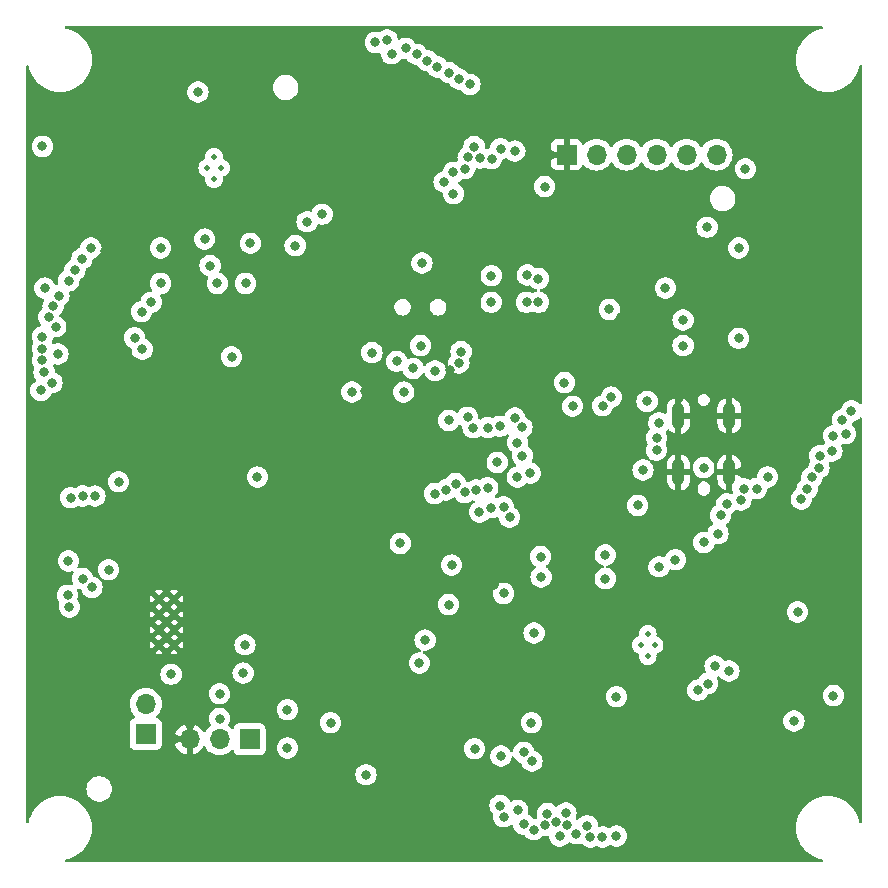
<source format=gbr>
%TF.GenerationSoftware,KiCad,Pcbnew,7.0.7-7.0.7~ubuntu22.04.1*%
%TF.CreationDate,2023-09-13T17:51:59+02:00*%
%TF.ProjectId,ShotClockProject,53686f74-436c-46f6-936b-50726f6a6563,rev?*%
%TF.SameCoordinates,Original*%
%TF.FileFunction,Copper,L2,Inr*%
%TF.FilePolarity,Positive*%
%FSLAX46Y46*%
G04 Gerber Fmt 4.6, Leading zero omitted, Abs format (unit mm)*
G04 Created by KiCad (PCBNEW 7.0.7-7.0.7~ubuntu22.04.1) date 2023-09-13 17:51:59*
%MOMM*%
%LPD*%
G01*
G04 APERTURE LIST*
%TA.AperFunction,ComponentPad*%
%ADD10R,1.700000X1.700000*%
%TD*%
%TA.AperFunction,ComponentPad*%
%ADD11O,1.700000X1.700000*%
%TD*%
%TA.AperFunction,ComponentPad*%
%ADD12C,0.600000*%
%TD*%
%TA.AperFunction,ComponentPad*%
%ADD13C,0.500000*%
%TD*%
%TA.AperFunction,ComponentPad*%
%ADD14O,1.100000X2.200000*%
%TD*%
%TA.AperFunction,ViaPad*%
%ADD15C,0.800000*%
%TD*%
G04 APERTURE END LIST*
D10*
%TO.N,GND*%
%TO.C,J3*%
X164380000Y-75500000D03*
D11*
%TO.N,unconnected-(J3-Pin_2-Pad2)*%
X166920000Y-75500000D03*
%TO.N,unconnected-(J3-Pin_3-Pad3)*%
X169460000Y-75500000D03*
%TO.N,/STM32F103RCT6/UART4_RX*%
X172000000Y-75500000D03*
%TO.N,/STM32F103RCT6/UART4_TX*%
X174540000Y-75500000D03*
%TO.N,unconnected-(J3-Pin_6-Pad6)*%
X177080000Y-75500000D03*
%TD*%
D10*
%TO.N,-BATT*%
%TO.C,J5*%
X128750000Y-124540000D03*
D11*
%TO.N,+BATT*%
X128750000Y-122000000D03*
%TD*%
D12*
%TO.N,GND*%
%TO.C,IC1*%
X131165000Y-117030000D03*
X131165000Y-115730000D03*
X131165000Y-114430000D03*
X131165000Y-113130000D03*
X129865000Y-117030000D03*
X129865000Y-115730000D03*
X129865000Y-114430000D03*
X129865000Y-113130000D03*
%TD*%
D13*
%TO.N,GNDPWR*%
%TO.C,U4*%
X133955000Y-76612500D03*
X134530000Y-75662500D03*
X134530000Y-77562500D03*
X135105000Y-76612500D03*
%TD*%
D10*
%TO.N,unconnected-(J6-Pin_1-Pad1)*%
%TO.C,J6*%
X137540000Y-125000000D03*
D11*
%TO.N,/Li-Po Battery and charger/IC_TEMP*%
X135000000Y-125000000D03*
%TO.N,GND*%
X132460000Y-125000000D03*
%TD*%
D14*
%TO.N,GND*%
%TO.C,J1*%
X178150000Y-97600000D03*
X173850000Y-97600000D03*
X178150000Y-102400000D03*
X173850000Y-102400000D03*
%TD*%
D13*
%TO.N,GNDPWR*%
%TO.C,U3*%
X170675000Y-117015000D03*
X171250000Y-116065000D03*
X171250000Y-117965000D03*
X171825000Y-117015000D03*
%TD*%
D15*
%TO.N,+3.3V*%
X162225000Y-111250000D03*
X178950000Y-91050000D03*
X153250000Y-93800000D03*
X134808173Y-86400913D03*
X150296051Y-108414924D03*
X136017798Y-92620674D03*
X164900000Y-96800000D03*
X178950000Y-83400000D03*
X162525000Y-78200000D03*
X176275000Y-81650000D03*
X162175000Y-109525000D03*
X179525000Y-76700000D03*
X154650000Y-110250000D03*
X147893484Y-92264607D03*
X150594503Y-95605498D03*
X137200000Y-86400000D03*
%TO.N,GND*%
X163100000Y-75550000D03*
X126425000Y-71162500D03*
X142000000Y-133275000D03*
X168500000Y-97750000D03*
X144000000Y-96200000D03*
X131200000Y-125000000D03*
X179125000Y-102375000D03*
X165597386Y-98512485D03*
X145900000Y-129525000D03*
X154475000Y-93775000D03*
X172000000Y-79750000D03*
X149000000Y-99075000D03*
X169025000Y-89275000D03*
X163200000Y-123000000D03*
X126352687Y-89764456D03*
X148975000Y-101050000D03*
X151375000Y-132775000D03*
X125325000Y-83675000D03*
X141950000Y-95200000D03*
X147350000Y-95525000D03*
X125125000Y-73412500D03*
X157375000Y-109600000D03*
X126425000Y-68337500D03*
X157200000Y-128400000D03*
X153125000Y-132775000D03*
X173875000Y-96075000D03*
X160000000Y-73553053D03*
X140550000Y-95225000D03*
X158200000Y-111920500D03*
X141250000Y-96325000D03*
X144175000Y-103275000D03*
X153256569Y-72352372D03*
X146025000Y-106500000D03*
X143600000Y-101375000D03*
X143425000Y-133250000D03*
X129425000Y-107550000D03*
X147749509Y-72800000D03*
X150000000Y-102825000D03*
X126949500Y-95250000D03*
X147300000Y-130175000D03*
X153025000Y-109150000D03*
X160525000Y-110225000D03*
X169050000Y-87675000D03*
X149775000Y-133250000D03*
X125050000Y-69762500D03*
X148375000Y-133250000D03*
X160183007Y-115395414D03*
X138975000Y-77762500D03*
X146800000Y-97800000D03*
X132226756Y-109899500D03*
X178450000Y-117200000D03*
X132475000Y-123750000D03*
X137575000Y-76562500D03*
X184750000Y-113025000D03*
X154250000Y-91325000D03*
%TO.N,/STM32F103RCT6/NRST*%
X158000000Y-88000000D03*
X146200000Y-95600000D03*
X158000000Y-85750500D03*
X150000000Y-93000000D03*
%TO.N,+BATT*%
X151909500Y-118550500D03*
X144400000Y-123600000D03*
%TO.N,Net-(D3-A)*%
X186975000Y-121300000D03*
X130900000Y-119500500D03*
X137150500Y-117000000D03*
%TO.N,/Li-Po Battery and charger/Batt_VoltageDivision_out*%
X159043227Y-112650500D03*
X154400000Y-113600000D03*
%TO.N,GNDPWR*%
X138200000Y-102800000D03*
X133739500Y-82650500D03*
X133170500Y-70200000D03*
%TO.N,Net-(D3-K)*%
X122125000Y-112800000D03*
X183624500Y-123449500D03*
%TO.N,Net-(D4-K)*%
X122275000Y-113800000D03*
X183932210Y-114229693D03*
%TO.N,/Li-Po Battery and charger/IC_TEMP*%
X135000000Y-121150500D03*
X135000000Y-123250000D03*
%TO.N,VBUS*%
X176000000Y-102000000D03*
X170850500Y-102200000D03*
X147400000Y-128000000D03*
X137000000Y-119400000D03*
X170400000Y-105200000D03*
X156600000Y-125800000D03*
X171200000Y-96400000D03*
%TO.N,/STM32F103RCT6/SWDIO*%
X162000000Y-86000000D03*
X162000000Y-87999500D03*
%TO.N,/STM32F103RCT6/SWCLK*%
X161051788Y-85683930D03*
X160999500Y-87999500D03*
%TO.N,/STM32F103RCT6/SW_BOOT0*%
X155451178Y-92173236D03*
X152022756Y-91662802D03*
%TO.N,/STM32F103RCT6/button1_in*%
X160600250Y-98600250D03*
X168000000Y-88600000D03*
%TO.N,/STM32F103RCT6/button2_in*%
X160216863Y-99876053D03*
X172750500Y-86800000D03*
%TO.N,/STM32F103RCT6/button3_in*%
X160640442Y-100989942D03*
X164200000Y-94800000D03*
%TO.N,Net-(U5-3A)*%
X174250000Y-91669570D03*
X174250000Y-89500000D03*
%TO.N,/Connectors to segment displays/TIM2_CH2_PWM2_SEG*%
X154000000Y-77800000D03*
X152129977Y-84670023D03*
X160000000Y-75200000D03*
X158816470Y-126416470D03*
X177200000Y-107583258D03*
X160000000Y-97800000D03*
%TO.N,/Connectors to segment displays/TIM2_CH1_PWM1_SEG*%
X176949500Y-118800000D03*
X162756086Y-131291778D03*
X120530089Y-89251783D03*
X124200000Y-112149000D03*
X124450500Y-104408910D03*
X184750500Y-103794641D03*
X161300500Y-102450500D03*
X172200000Y-110400000D03*
X167650500Y-109400000D03*
X155271279Y-69096054D03*
%TO.N,/Connectors to segment displays/DISP2_SEG_DP*%
X172200500Y-98200000D03*
X158798654Y-75002330D03*
X160749055Y-126106310D03*
X134200000Y-84899500D03*
X176000000Y-108332758D03*
X155258108Y-93153914D03*
%TO.N,/Connectors to segment displays/DISP2_SEG_G*%
X158042119Y-75845283D03*
X124099502Y-83400000D03*
X151400000Y-93600000D03*
X161455810Y-126855810D03*
X156000500Y-97743122D03*
X177417792Y-106048044D03*
%TO.N,/Connectors to segment displays/DISP2_SEG_F*%
X123349500Y-84308428D03*
X177933627Y-105066373D03*
X157044351Y-75786416D03*
X142415383Y-81184617D03*
X156471593Y-98624642D03*
X158751000Y-130610857D03*
%TO.N,/Connectors to segment displays/DISP2_SEG_E*%
X122749500Y-85268809D03*
X143682082Y-80549500D03*
X159051758Y-131564036D03*
X157725634Y-98608342D03*
X156549500Y-74815854D03*
X179137144Y-104748765D03*
%TO.N,/Connectors to segment displays/DISP2_SEG_D*%
X160250500Y-131000000D03*
X154800000Y-78800000D03*
X122230192Y-86169730D03*
X158718906Y-98496915D03*
X179400000Y-103784446D03*
X156049500Y-75690103D03*
%TO.N,/Connectors to segment displays/DISP2_SEG_C*%
X180472541Y-103771860D03*
X161625500Y-116000000D03*
X160750075Y-132196549D03*
X125600000Y-110649000D03*
X126449500Y-103200000D03*
X120200000Y-86800000D03*
X175488967Y-120849115D03*
X159552123Y-106200000D03*
X155748211Y-76683930D03*
%TO.N,/Connectors to segment displays/DISP2_SEG_B*%
X161633179Y-132664664D03*
X154800000Y-77000000D03*
X159046229Y-105337981D03*
X167650500Y-111400500D03*
X121390243Y-87450395D03*
X181399500Y-102800000D03*
X176314442Y-120285557D03*
%TO.N,Net-(Q2-G)*%
X140750000Y-125750000D03*
X140750000Y-122500000D03*
%TO.N,/Connectors to segment displays/DISP2_SEG_A*%
X162558347Y-132286419D03*
X141400000Y-83200000D03*
X156200000Y-69549500D03*
X128400000Y-88800000D03*
X120912502Y-88328330D03*
X158000000Y-105400000D03*
X184250500Y-104660291D03*
%TO.N,/Connectors to segment displays/DISP1_SEG_DP*%
X160199999Y-102800000D03*
X173600000Y-109800000D03*
X123400000Y-111399500D03*
X121133099Y-90068184D03*
X185149522Y-102798642D03*
X163505586Y-131967447D03*
X178125000Y-119222830D03*
X123400000Y-104400000D03*
X154434449Y-68549500D03*
%TO.N,/Connectors to segment displays/DISP1_SEG_G*%
X153447576Y-68079235D03*
X164321024Y-131236365D03*
X119999500Y-90916566D03*
X185750500Y-102000000D03*
X122200000Y-109899500D03*
X127800000Y-91000000D03*
X122400000Y-104550500D03*
X156999500Y-105768584D03*
X137600000Y-83000000D03*
%TO.N,/Connectors to segment displays/DISP1_SEG_F*%
X157704395Y-103702295D03*
X120000066Y-91916068D03*
X128450500Y-91976538D03*
X185800000Y-101000000D03*
X152600000Y-67549500D03*
X164450500Y-132293245D03*
%TO.N,/Connectors to segment displays/DISP1_SEG_E*%
X151675946Y-66999500D03*
X165200000Y-133000000D03*
X129200000Y-88000000D03*
X186850500Y-100600000D03*
X121312969Y-92370078D03*
X156723302Y-103893248D03*
%TO.N,/Connectors to segment displays/DISP1_SEG_D*%
X166116095Y-132317314D03*
X186974166Y-99302889D03*
X163800000Y-133200000D03*
X119999500Y-92915760D03*
X155743970Y-104093029D03*
X152400000Y-116600000D03*
X150749500Y-66499500D03*
%TO.N,/Connectors to segment displays/DISP1_SEG_C*%
X120149293Y-93941133D03*
X120002558Y-74802558D03*
X188000499Y-99131607D03*
X154994470Y-103352092D03*
X166400497Y-133275500D03*
X149562118Y-66962118D03*
%TO.N,/Connectors to segment displays/DISP1_SEG_B*%
X187740892Y-97949500D03*
X120800000Y-94800000D03*
X149173789Y-65774743D03*
X167400000Y-133275500D03*
X154148212Y-103883930D03*
%TO.N,/Connectors to segment displays/DISP1_SEG_A*%
X153200000Y-104200000D03*
X188500500Y-97200000D03*
X148200000Y-66000000D03*
X119870023Y-95470023D03*
X168600000Y-133200000D03*
%TO.N,Net-(R1-Pad1)*%
X130000000Y-86400000D03*
X161400000Y-123600000D03*
X168600000Y-121400000D03*
X130000000Y-83400000D03*
%TO.N,/STM32F103RCT6/PWM3_BUZZER*%
X158506018Y-101553009D03*
X154400000Y-98000000D03*
%TO.N,/STM32F103RCT6/USB_CONN_D+*%
X172000000Y-100525000D03*
X167427013Y-96767848D03*
%TO.N,/STM32F103RCT6/USB_CONN_D-*%
X168169477Y-96025384D03*
X172000000Y-99475000D03*
%TD*%
%TA.AperFunction,Conductor*%
%TO.N,GND*%
G36*
X186042987Y-64620185D02*
G01*
X186088742Y-64672989D01*
X186098686Y-64742147D01*
X186069661Y-64805703D01*
X186010883Y-64843477D01*
X185998299Y-64846469D01*
X185852547Y-64873178D01*
X185540657Y-64970366D01*
X185540641Y-64970372D01*
X185540639Y-64970373D01*
X185413566Y-65027564D01*
X185242725Y-65104453D01*
X185242723Y-65104454D01*
X184963131Y-65273473D01*
X184705960Y-65474954D01*
X184474954Y-65705960D01*
X184273473Y-65963131D01*
X184188680Y-66103396D01*
X184104455Y-66242721D01*
X184003374Y-66467315D01*
X183970372Y-66540642D01*
X183970366Y-66540657D01*
X183873178Y-66852547D01*
X183814289Y-67173900D01*
X183794564Y-67499999D01*
X183814289Y-67826099D01*
X183873178Y-68147452D01*
X183970366Y-68459342D01*
X183970370Y-68459354D01*
X183970373Y-68459361D01*
X184104455Y-68757279D01*
X184261634Y-69017284D01*
X184273473Y-69036868D01*
X184474954Y-69294039D01*
X184705960Y-69525045D01*
X184963131Y-69726526D01*
X184963134Y-69726528D01*
X184963137Y-69726530D01*
X185242721Y-69895545D01*
X185540639Y-70029627D01*
X185540652Y-70029631D01*
X185540657Y-70029633D01*
X185707799Y-70081716D01*
X185852547Y-70126821D01*
X186173896Y-70185710D01*
X186500000Y-70205436D01*
X186826104Y-70185710D01*
X187147453Y-70126821D01*
X187459361Y-70029627D01*
X187757279Y-69895545D01*
X188036863Y-69726530D01*
X188294036Y-69525048D01*
X188525048Y-69294036D01*
X188726530Y-69036863D01*
X188895545Y-68757279D01*
X189029627Y-68459361D01*
X189126821Y-68147453D01*
X189153529Y-68001706D01*
X189184976Y-67939313D01*
X189245163Y-67903825D01*
X189314981Y-67906510D01*
X189372264Y-67946516D01*
X189398824Y-68011140D01*
X189399499Y-68024057D01*
X189399499Y-96529632D01*
X189379814Y-96596671D01*
X189327010Y-96642426D01*
X189257852Y-96652370D01*
X189194296Y-96623345D01*
X189183349Y-96612605D01*
X189182574Y-96611744D01*
X189106371Y-96527112D01*
X189035724Y-96475784D01*
X188953234Y-96415851D01*
X188953229Y-96415848D01*
X188780307Y-96338857D01*
X188780302Y-96338855D01*
X188634501Y-96307865D01*
X188595146Y-96299500D01*
X188405854Y-96299500D01*
X188373397Y-96306398D01*
X188220697Y-96338855D01*
X188220692Y-96338857D01*
X188047770Y-96415848D01*
X188047765Y-96415851D01*
X187894629Y-96527111D01*
X187767966Y-96667785D01*
X187673321Y-96831715D01*
X187673319Y-96831719D01*
X187621614Y-96990850D01*
X187582176Y-97048525D01*
X187529466Y-97073821D01*
X187461086Y-97088356D01*
X187461084Y-97088357D01*
X187288162Y-97165348D01*
X187288157Y-97165351D01*
X187135021Y-97276611D01*
X187008358Y-97417285D01*
X186913713Y-97581215D01*
X186913710Y-97581222D01*
X186857961Y-97752802D01*
X186855218Y-97761244D01*
X186835432Y-97949500D01*
X186855218Y-98137756D01*
X186855219Y-98137759D01*
X186894661Y-98259149D01*
X186896656Y-98328990D01*
X186860576Y-98388823D01*
X186802511Y-98418757D01*
X186694363Y-98441744D01*
X186694358Y-98441746D01*
X186521436Y-98518737D01*
X186521431Y-98518740D01*
X186368295Y-98630000D01*
X186241632Y-98770674D01*
X186146987Y-98934604D01*
X186146984Y-98934611D01*
X186091064Y-99106716D01*
X186088492Y-99114633D01*
X186068706Y-99302889D01*
X186088492Y-99491145D01*
X186088493Y-99491148D01*
X186146984Y-99671166D01*
X186146987Y-99671173D01*
X186230124Y-99815171D01*
X186246597Y-99883072D01*
X186223744Y-99949098D01*
X186214887Y-99960143D01*
X186117965Y-100067785D01*
X186115463Y-100071230D01*
X186060132Y-100113894D01*
X185990519Y-100119872D01*
X185989367Y-100119632D01*
X185894651Y-100099500D01*
X185894646Y-100099500D01*
X185705354Y-100099500D01*
X185672897Y-100106398D01*
X185520197Y-100138855D01*
X185520192Y-100138857D01*
X185347270Y-100215848D01*
X185347265Y-100215851D01*
X185194129Y-100327111D01*
X185067466Y-100467785D01*
X184972821Y-100631715D01*
X184972818Y-100631722D01*
X184917594Y-100801685D01*
X184914326Y-100811744D01*
X184894540Y-101000000D01*
X184914326Y-101188256D01*
X184914327Y-101188259D01*
X184972821Y-101368285D01*
X184988321Y-101395132D01*
X185004794Y-101463032D01*
X184988321Y-101519132D01*
X184923321Y-101631715D01*
X184923318Y-101631722D01*
X184875916Y-101777612D01*
X184864826Y-101811744D01*
X184860691Y-101851086D01*
X184858203Y-101874760D01*
X184831618Y-101939374D01*
X184785318Y-101975076D01*
X184696792Y-102014490D01*
X184696787Y-102014493D01*
X184543651Y-102125753D01*
X184416988Y-102266427D01*
X184322343Y-102430357D01*
X184322340Y-102430364D01*
X184273370Y-102581080D01*
X184263848Y-102610386D01*
X184248090Y-102760321D01*
X184244062Y-102798642D01*
X184261075Y-102960514D01*
X184248505Y-103029244D01*
X184210640Y-103073793D01*
X184144627Y-103121754D01*
X184017966Y-103262426D01*
X183923321Y-103426356D01*
X183923318Y-103426363D01*
X183865362Y-103604735D01*
X183864826Y-103606385D01*
X183846112Y-103784446D01*
X183845445Y-103790789D01*
X183818860Y-103855403D01*
X183795010Y-103878145D01*
X183644627Y-103987404D01*
X183517966Y-104128076D01*
X183423321Y-104292006D01*
X183423318Y-104292013D01*
X183366291Y-104467526D01*
X183364826Y-104472035D01*
X183345040Y-104660291D01*
X183364826Y-104848547D01*
X183364827Y-104848550D01*
X183423318Y-105028568D01*
X183423321Y-105028575D01*
X183517967Y-105192507D01*
X183587789Y-105270052D01*
X183644629Y-105333179D01*
X183797765Y-105444439D01*
X183797770Y-105444442D01*
X183970692Y-105521433D01*
X183970697Y-105521435D01*
X184155854Y-105560791D01*
X184155855Y-105560791D01*
X184345144Y-105560791D01*
X184345146Y-105560791D01*
X184530303Y-105521435D01*
X184703230Y-105444442D01*
X184856371Y-105333179D01*
X184983033Y-105192507D01*
X185077679Y-105028575D01*
X185136174Y-104848547D01*
X185155555Y-104664139D01*
X185182138Y-104599528D01*
X185205982Y-104576792D01*
X185356371Y-104467529D01*
X185483033Y-104326857D01*
X185577679Y-104162925D01*
X185636174Y-103982897D01*
X185655960Y-103794641D01*
X185638946Y-103632764D01*
X185651515Y-103564038D01*
X185689380Y-103519489D01*
X185755393Y-103471530D01*
X185882055Y-103330858D01*
X185976701Y-103166926D01*
X186035196Y-102986898D01*
X186041818Y-102923884D01*
X186068401Y-102859270D01*
X186114703Y-102823565D01*
X186203230Y-102784151D01*
X186356371Y-102672888D01*
X186483033Y-102532216D01*
X186577679Y-102368284D01*
X186636174Y-102188256D01*
X186655960Y-102000000D01*
X186636174Y-101811744D01*
X186589399Y-101667785D01*
X186585032Y-101654345D01*
X186583037Y-101584504D01*
X186619117Y-101524671D01*
X186681818Y-101493843D01*
X186728740Y-101494736D01*
X186755854Y-101500500D01*
X186755856Y-101500500D01*
X186945144Y-101500500D01*
X186945146Y-101500500D01*
X187130303Y-101461144D01*
X187303230Y-101384151D01*
X187456371Y-101272888D01*
X187583033Y-101132216D01*
X187677679Y-100968284D01*
X187736174Y-100788256D01*
X187755960Y-100600000D01*
X187736174Y-100411744D01*
X187677679Y-100231716D01*
X187653648Y-100190094D01*
X187637176Y-100122194D01*
X187660029Y-100056168D01*
X187714950Y-100012977D01*
X187784504Y-100006336D01*
X187786783Y-100006798D01*
X187905853Y-100032107D01*
X187905854Y-100032107D01*
X188095143Y-100032107D01*
X188095145Y-100032107D01*
X188280302Y-99992751D01*
X188453229Y-99915758D01*
X188606370Y-99804495D01*
X188733032Y-99663823D01*
X188827678Y-99499891D01*
X188886173Y-99319863D01*
X188905959Y-99131607D01*
X188886173Y-98943351D01*
X188831611Y-98775430D01*
X188827680Y-98763329D01*
X188827679Y-98763328D01*
X188827678Y-98763323D01*
X188733032Y-98599391D01*
X188606370Y-98458719D01*
X188606369Y-98458718D01*
X188601541Y-98454371D01*
X188603474Y-98452224D01*
X188568523Y-98406826D01*
X188562598Y-98337208D01*
X188566178Y-98323609D01*
X188568071Y-98317784D01*
X188619777Y-98158647D01*
X188659215Y-98100973D01*
X188711923Y-98075678D01*
X188780303Y-98061144D01*
X188953230Y-97984151D01*
X189106371Y-97872888D01*
X189183350Y-97787394D01*
X189242836Y-97750746D01*
X189312693Y-97752077D01*
X189370741Y-97790963D01*
X189398551Y-97855060D01*
X189399499Y-97870367D01*
X189399499Y-131975942D01*
X189379814Y-132042981D01*
X189327010Y-132088736D01*
X189257852Y-132098680D01*
X189194296Y-132069655D01*
X189156522Y-132010877D01*
X189153530Y-131998293D01*
X189126821Y-131852547D01*
X189029633Y-131540657D01*
X189029631Y-131540652D01*
X189029627Y-131540639D01*
X188895545Y-131242721D01*
X188726530Y-130963137D01*
X188726528Y-130963134D01*
X188726526Y-130963131D01*
X188525045Y-130705960D01*
X188294039Y-130474954D01*
X188036868Y-130273473D01*
X188019292Y-130262848D01*
X187757279Y-130104455D01*
X187459361Y-129970373D01*
X187459354Y-129970370D01*
X187459342Y-129970366D01*
X187147452Y-129873178D01*
X186826099Y-129814289D01*
X186500000Y-129794564D01*
X186173900Y-129814289D01*
X185852547Y-129873178D01*
X185540657Y-129970366D01*
X185540641Y-129970372D01*
X185540639Y-129970373D01*
X185350933Y-130055752D01*
X185242725Y-130104453D01*
X185242723Y-130104454D01*
X184963131Y-130273473D01*
X184705960Y-130474954D01*
X184474954Y-130705960D01*
X184273473Y-130963131D01*
X184147645Y-131171277D01*
X184108298Y-131236365D01*
X184104454Y-131242723D01*
X184104453Y-131242725D01*
X184082377Y-131291777D01*
X183997647Y-131480040D01*
X183970372Y-131540642D01*
X183970366Y-131540657D01*
X183873178Y-131852547D01*
X183814289Y-132173900D01*
X183794564Y-132500000D01*
X183814289Y-132826099D01*
X183873178Y-133147452D01*
X183970366Y-133459342D01*
X183970370Y-133459354D01*
X183970373Y-133459361D01*
X184104455Y-133757279D01*
X184266594Y-134025488D01*
X184273473Y-134036868D01*
X184474954Y-134294039D01*
X184705960Y-134525045D01*
X184963131Y-134726526D01*
X184963134Y-134726528D01*
X184963137Y-134726530D01*
X185242721Y-134895545D01*
X185540639Y-135029627D01*
X185540652Y-135029631D01*
X185540657Y-135029633D01*
X185805620Y-135112198D01*
X185852547Y-135126821D01*
X186007558Y-135155227D01*
X186069950Y-135186673D01*
X186105438Y-135246859D01*
X186102753Y-135316677D01*
X186062747Y-135373960D01*
X185998123Y-135400521D01*
X185985203Y-135401196D01*
X122023906Y-135399526D01*
X121956867Y-135379840D01*
X121911113Y-135327035D01*
X121901172Y-135257876D01*
X121930198Y-135194321D01*
X121988977Y-135156548D01*
X122001558Y-135153557D01*
X122147453Y-135126821D01*
X122459361Y-135029627D01*
X122757279Y-134895545D01*
X123036863Y-134726530D01*
X123294036Y-134525048D01*
X123525048Y-134294036D01*
X123726530Y-134036863D01*
X123895545Y-133757279D01*
X124029627Y-133459361D01*
X124126821Y-133147453D01*
X124185710Y-132826104D01*
X124205436Y-132500000D01*
X124185710Y-132173896D01*
X124126821Y-131852547D01*
X124116641Y-131819877D01*
X124029633Y-131540657D01*
X124029631Y-131540652D01*
X124029627Y-131540639D01*
X123895545Y-131242721D01*
X123726530Y-130963137D01*
X123726528Y-130963134D01*
X123726526Y-130963131D01*
X123525045Y-130705960D01*
X123429942Y-130610857D01*
X157845540Y-130610857D01*
X157865326Y-130799113D01*
X157865327Y-130799116D01*
X157923818Y-130979134D01*
X157923821Y-130979141D01*
X158018467Y-131143073D01*
X158059150Y-131188256D01*
X158135631Y-131273197D01*
X158165861Y-131336188D01*
X158165139Y-131369146D01*
X158166763Y-131369317D01*
X158148757Y-131540639D01*
X158146298Y-131564036D01*
X158166084Y-131752292D01*
X158166085Y-131752295D01*
X158224576Y-131932313D01*
X158224579Y-131932320D01*
X158319225Y-132096252D01*
X158389140Y-132173900D01*
X158445887Y-132236924D01*
X158599023Y-132348184D01*
X158599028Y-132348187D01*
X158771950Y-132425178D01*
X158771955Y-132425180D01*
X158957112Y-132464536D01*
X158957113Y-132464536D01*
X159146402Y-132464536D01*
X159146404Y-132464536D01*
X159331561Y-132425180D01*
X159504488Y-132348187D01*
X159657629Y-132236924D01*
X159657631Y-132236920D01*
X159661535Y-132234085D01*
X159727342Y-132210605D01*
X159795396Y-132226430D01*
X159844091Y-132276536D01*
X159857740Y-132321437D01*
X159864401Y-132384805D01*
X159864402Y-132384808D01*
X159922893Y-132564826D01*
X159922896Y-132564833D01*
X160017542Y-132728765D01*
X160039631Y-132753297D01*
X160144204Y-132869437D01*
X160297340Y-132980697D01*
X160297345Y-132980700D01*
X160470267Y-133057691D01*
X160470272Y-133057693D01*
X160655429Y-133097049D01*
X160771417Y-133097049D01*
X160838456Y-133116734D01*
X160878804Y-133159049D01*
X160900644Y-133196878D01*
X161027308Y-133337552D01*
X161180444Y-133448812D01*
X161180449Y-133448815D01*
X161353371Y-133525806D01*
X161353376Y-133525808D01*
X161538533Y-133565164D01*
X161538534Y-133565164D01*
X161727823Y-133565164D01*
X161727825Y-133565164D01*
X161912982Y-133525808D01*
X162085909Y-133448815D01*
X162239050Y-133337552D01*
X162341078Y-133224237D01*
X162400563Y-133187590D01*
X162459010Y-133185922D01*
X162463701Y-133186919D01*
X162463703Y-133186919D01*
X162652991Y-133186919D01*
X162652993Y-133186919D01*
X162753211Y-133165617D01*
X162822877Y-133170933D01*
X162878611Y-133213070D01*
X162902311Y-133273944D01*
X162914326Y-133388256D01*
X162914327Y-133388259D01*
X162972818Y-133568277D01*
X162972821Y-133568284D01*
X163067467Y-133732216D01*
X163176225Y-133853004D01*
X163194129Y-133872888D01*
X163347265Y-133984148D01*
X163347270Y-133984151D01*
X163520192Y-134061142D01*
X163520197Y-134061144D01*
X163705354Y-134100500D01*
X163705355Y-134100500D01*
X163894644Y-134100500D01*
X163894646Y-134100500D01*
X164079803Y-134061144D01*
X164252730Y-133984151D01*
X164405871Y-133872888D01*
X164514477Y-133752268D01*
X164573964Y-133715620D01*
X164643821Y-133716951D01*
X164679512Y-133734923D01*
X164747265Y-133784148D01*
X164747270Y-133784151D01*
X164920192Y-133861142D01*
X164920197Y-133861144D01*
X165105354Y-133900500D01*
X165105355Y-133900500D01*
X165294644Y-133900500D01*
X165294646Y-133900500D01*
X165479803Y-133861144D01*
X165552621Y-133828723D01*
X165566156Y-133822697D01*
X165635406Y-133813412D01*
X165698682Y-133843040D01*
X165708738Y-133853000D01*
X165758173Y-133907903D01*
X165794626Y-133948388D01*
X165947762Y-134059648D01*
X165947767Y-134059651D01*
X166120689Y-134136642D01*
X166120694Y-134136644D01*
X166305851Y-134176000D01*
X166305852Y-134176000D01*
X166495141Y-134176000D01*
X166495143Y-134176000D01*
X166680300Y-134136644D01*
X166849813Y-134061170D01*
X166919061Y-134051886D01*
X166950684Y-134061171D01*
X167120192Y-134136642D01*
X167120197Y-134136644D01*
X167305354Y-134176000D01*
X167305355Y-134176000D01*
X167494644Y-134176000D01*
X167494646Y-134176000D01*
X167679803Y-134136644D01*
X167852730Y-134059651D01*
X167979076Y-133967855D01*
X168044878Y-133944377D01*
X168112932Y-133960202D01*
X168124844Y-133967858D01*
X168147264Y-133984147D01*
X168147270Y-133984151D01*
X168320192Y-134061142D01*
X168320197Y-134061144D01*
X168505354Y-134100500D01*
X168505355Y-134100500D01*
X168694644Y-134100500D01*
X168694646Y-134100500D01*
X168879803Y-134061144D01*
X169052730Y-133984151D01*
X169205871Y-133872888D01*
X169332533Y-133732216D01*
X169427179Y-133568284D01*
X169485674Y-133388256D01*
X169505460Y-133200000D01*
X169485674Y-133011744D01*
X169427179Y-132831716D01*
X169332533Y-132667784D01*
X169205871Y-132527112D01*
X169179073Y-132507642D01*
X169052734Y-132415851D01*
X169052729Y-132415848D01*
X168879807Y-132338857D01*
X168879802Y-132338855D01*
X168734000Y-132307865D01*
X168694646Y-132299500D01*
X168505354Y-132299500D01*
X168472897Y-132306398D01*
X168320197Y-132338855D01*
X168320192Y-132338857D01*
X168147270Y-132415848D01*
X168147265Y-132415851D01*
X168020926Y-132507642D01*
X167955120Y-132531122D01*
X167887066Y-132515296D01*
X167875160Y-132507645D01*
X167852730Y-132491349D01*
X167852729Y-132491348D01*
X167679807Y-132414357D01*
X167679802Y-132414355D01*
X167534001Y-132383365D01*
X167494646Y-132375000D01*
X167305354Y-132375000D01*
X167168392Y-132404112D01*
X167098725Y-132398795D01*
X167042992Y-132356657D01*
X167019292Y-132295785D01*
X167001769Y-132129058D01*
X166943274Y-131949030D01*
X166848628Y-131785098D01*
X166721966Y-131644426D01*
X166675849Y-131610920D01*
X166568829Y-131533165D01*
X166568824Y-131533162D01*
X166395902Y-131456171D01*
X166395897Y-131456169D01*
X166247470Y-131424621D01*
X166210741Y-131416814D01*
X166021449Y-131416814D01*
X165988992Y-131423712D01*
X165836292Y-131456169D01*
X165836287Y-131456171D01*
X165663365Y-131533162D01*
X165663360Y-131533165D01*
X165510224Y-131644425D01*
X165384047Y-131784559D01*
X165324560Y-131821208D01*
X165254703Y-131819877D01*
X165196655Y-131780991D01*
X165184509Y-131763585D01*
X165183034Y-131761031D01*
X165183029Y-131761023D01*
X165167022Y-131743246D01*
X165136792Y-131680255D01*
X165145417Y-131610920D01*
X165145894Y-131609835D01*
X165148199Y-131604655D01*
X165148203Y-131604649D01*
X165206698Y-131424621D01*
X165226484Y-131236365D01*
X165206698Y-131048109D01*
X165148203Y-130868081D01*
X165053557Y-130704149D01*
X164926895Y-130563477D01*
X164850027Y-130507629D01*
X164773758Y-130452216D01*
X164773753Y-130452213D01*
X164600831Y-130375222D01*
X164600826Y-130375220D01*
X164455025Y-130344230D01*
X164415670Y-130335865D01*
X164226378Y-130335865D01*
X164193921Y-130342763D01*
X164041221Y-130375220D01*
X164041216Y-130375222D01*
X163868294Y-130452213D01*
X163868289Y-130452216D01*
X163715153Y-130563476D01*
X163715152Y-130563477D01*
X163605756Y-130684973D01*
X163546270Y-130721621D01*
X163476413Y-130720290D01*
X163421458Y-130684973D01*
X163361957Y-130618890D01*
X163361956Y-130618889D01*
X163208820Y-130507629D01*
X163208815Y-130507626D01*
X163035893Y-130430635D01*
X163035888Y-130430633D01*
X162890087Y-130399643D01*
X162850732Y-130391278D01*
X162661440Y-130391278D01*
X162628983Y-130398176D01*
X162476283Y-130430633D01*
X162476278Y-130430635D01*
X162303356Y-130507626D01*
X162303351Y-130507629D01*
X162150215Y-130618889D01*
X162023552Y-130759563D01*
X161928907Y-130923493D01*
X161928904Y-130923500D01*
X161870413Y-131103518D01*
X161870412Y-131103522D01*
X161850626Y-131291778D01*
X161864588Y-131424621D01*
X161870412Y-131480034D01*
X161870414Y-131480040D01*
X161901923Y-131577017D01*
X161903918Y-131646858D01*
X161876142Y-131698306D01*
X161850448Y-131726842D01*
X161790961Y-131763491D01*
X161732523Y-131765162D01*
X161727827Y-131764164D01*
X161727825Y-131764164D01*
X161611837Y-131764164D01*
X161544798Y-131744479D01*
X161504450Y-131702164D01*
X161482609Y-131664334D01*
X161355945Y-131523660D01*
X161202810Y-131412401D01*
X161202807Y-131412399D01*
X161202805Y-131412398D01*
X161182963Y-131403564D01*
X161129729Y-131358313D01*
X161109409Y-131291464D01*
X161115471Y-131251970D01*
X161136174Y-131188256D01*
X161155960Y-131000000D01*
X161136174Y-130811744D01*
X161077679Y-130631716D01*
X160983033Y-130467784D01*
X160856371Y-130327112D01*
X160789702Y-130278674D01*
X160703234Y-130215851D01*
X160703229Y-130215848D01*
X160530307Y-130138857D01*
X160530302Y-130138855D01*
X160384500Y-130107865D01*
X160345146Y-130099500D01*
X160155854Y-130099500D01*
X160123397Y-130106398D01*
X159970697Y-130138855D01*
X159970692Y-130138857D01*
X159797770Y-130215848D01*
X159797766Y-130215851D01*
X159743613Y-130255195D01*
X159677807Y-130278674D01*
X159609753Y-130262848D01*
X159563343Y-130216877D01*
X159483533Y-130078641D01*
X159356871Y-129937969D01*
X159343618Y-129928340D01*
X159203734Y-129826708D01*
X159203729Y-129826705D01*
X159030807Y-129749714D01*
X159030802Y-129749712D01*
X158885001Y-129718722D01*
X158845646Y-129710357D01*
X158656354Y-129710357D01*
X158623897Y-129717255D01*
X158471197Y-129749712D01*
X158471192Y-129749714D01*
X158298270Y-129826705D01*
X158298265Y-129826708D01*
X158145129Y-129937968D01*
X158018466Y-130078642D01*
X157923821Y-130242572D01*
X157923818Y-130242579D01*
X157865327Y-130422597D01*
X157865326Y-130422601D01*
X157845540Y-130610857D01*
X123429942Y-130610857D01*
X123294039Y-130474954D01*
X123036868Y-130273473D01*
X123019292Y-130262848D01*
X122757279Y-130104455D01*
X122459361Y-129970373D01*
X122459354Y-129970370D01*
X122459342Y-129970366D01*
X122147452Y-129873178D01*
X121826099Y-129814289D01*
X121500000Y-129794564D01*
X121173900Y-129814289D01*
X120852547Y-129873178D01*
X120540657Y-129970366D01*
X120540641Y-129970372D01*
X120540639Y-129970373D01*
X120350933Y-130055752D01*
X120242725Y-130104453D01*
X120242723Y-130104454D01*
X119963131Y-130273473D01*
X119705960Y-130474954D01*
X119474954Y-130705960D01*
X119273473Y-130963131D01*
X119147645Y-131171277D01*
X119108298Y-131236365D01*
X119104454Y-131242723D01*
X119104453Y-131242725D01*
X119082377Y-131291777D01*
X118997647Y-131480040D01*
X118970372Y-131540642D01*
X118970366Y-131540657D01*
X118873178Y-131852547D01*
X118846469Y-131998299D01*
X118815023Y-132060692D01*
X118754836Y-132096180D01*
X118685018Y-132093495D01*
X118627735Y-132053489D01*
X118601175Y-131988865D01*
X118600500Y-131975948D01*
X118600500Y-129200000D01*
X123718888Y-129200000D01*
X123737295Y-129398649D01*
X123791894Y-129590546D01*
X123880816Y-129769126D01*
X123880821Y-129769134D01*
X123959392Y-129873178D01*
X124001049Y-129928340D01*
X124148484Y-130062746D01*
X124318107Y-130167772D01*
X124504140Y-130239841D01*
X124700248Y-130276500D01*
X124700250Y-130276500D01*
X124899750Y-130276500D01*
X124899752Y-130276500D01*
X125095860Y-130239841D01*
X125281893Y-130167772D01*
X125451516Y-130062746D01*
X125598951Y-129928340D01*
X125719180Y-129769132D01*
X125808107Y-129590543D01*
X125862704Y-129398654D01*
X125881112Y-129200000D01*
X125862704Y-129001346D01*
X125808107Y-128809457D01*
X125740104Y-128672888D01*
X125719183Y-128630873D01*
X125719178Y-128630865D01*
X125598951Y-128471660D01*
X125598950Y-128471660D01*
X125451516Y-128337254D01*
X125451513Y-128337252D01*
X125451512Y-128337251D01*
X125281898Y-128232231D01*
X125281891Y-128232227D01*
X125168387Y-128188256D01*
X125095860Y-128160159D01*
X124899752Y-128123500D01*
X124700248Y-128123500D01*
X124504140Y-128160159D01*
X124504137Y-128160159D01*
X124504137Y-128160160D01*
X124318108Y-128232227D01*
X124318101Y-128232231D01*
X124148487Y-128337251D01*
X124001048Y-128471660D01*
X123880821Y-128630865D01*
X123880816Y-128630873D01*
X123791894Y-128809453D01*
X123737295Y-129001350D01*
X123718888Y-129199999D01*
X123718888Y-129200000D01*
X118600500Y-129200000D01*
X118600500Y-128000000D01*
X146494540Y-128000000D01*
X146514326Y-128188256D01*
X146514327Y-128188259D01*
X146572818Y-128368277D01*
X146572821Y-128368284D01*
X146667467Y-128532216D01*
X146794128Y-128672887D01*
X146794129Y-128672888D01*
X146947265Y-128784148D01*
X146947270Y-128784151D01*
X147120192Y-128861142D01*
X147120197Y-128861144D01*
X147305354Y-128900500D01*
X147305355Y-128900500D01*
X147494644Y-128900500D01*
X147494646Y-128900500D01*
X147679803Y-128861144D01*
X147852730Y-128784151D01*
X148005871Y-128672888D01*
X148132533Y-128532216D01*
X148227179Y-128368284D01*
X148285674Y-128188256D01*
X148305460Y-128000000D01*
X148285674Y-127811744D01*
X148227179Y-127631716D01*
X148132533Y-127467784D01*
X148005871Y-127327112D01*
X147937743Y-127277614D01*
X147852734Y-127215851D01*
X147852729Y-127215848D01*
X147679807Y-127138857D01*
X147679802Y-127138855D01*
X147534000Y-127107865D01*
X147494646Y-127099500D01*
X147305354Y-127099500D01*
X147272897Y-127106398D01*
X147120197Y-127138855D01*
X147120192Y-127138857D01*
X146947270Y-127215848D01*
X146947265Y-127215851D01*
X146794129Y-127327111D01*
X146667466Y-127467785D01*
X146572821Y-127631715D01*
X146572818Y-127631722D01*
X146514327Y-127811740D01*
X146514326Y-127811744D01*
X146494540Y-128000000D01*
X118600500Y-128000000D01*
X118600500Y-122000000D01*
X127394341Y-122000000D01*
X127414936Y-122235403D01*
X127414938Y-122235413D01*
X127476094Y-122463655D01*
X127476096Y-122463659D01*
X127476097Y-122463663D01*
X127534243Y-122588357D01*
X127575965Y-122677830D01*
X127575967Y-122677834D01*
X127645132Y-122776611D01*
X127711501Y-122871396D01*
X127711506Y-122871402D01*
X127833430Y-122993326D01*
X127866915Y-123054649D01*
X127861931Y-123124341D01*
X127820059Y-123180274D01*
X127789083Y-123197189D01*
X127657669Y-123246203D01*
X127657664Y-123246206D01*
X127542455Y-123332452D01*
X127542452Y-123332455D01*
X127456206Y-123447664D01*
X127456202Y-123447671D01*
X127405908Y-123582517D01*
X127399501Y-123642116D01*
X127399501Y-123642123D01*
X127399500Y-123642135D01*
X127399500Y-125437870D01*
X127399501Y-125437876D01*
X127405908Y-125497483D01*
X127456202Y-125632328D01*
X127456206Y-125632335D01*
X127542452Y-125747544D01*
X127542455Y-125747547D01*
X127657664Y-125833793D01*
X127657671Y-125833797D01*
X127792517Y-125884091D01*
X127792516Y-125884091D01*
X127799444Y-125884835D01*
X127852127Y-125890500D01*
X129647872Y-125890499D01*
X129707483Y-125884091D01*
X129842331Y-125833796D01*
X129957546Y-125747546D01*
X130043796Y-125632331D01*
X130094091Y-125497483D01*
X130100500Y-125437873D01*
X130100500Y-124749999D01*
X131181127Y-124749999D01*
X131181128Y-124750000D01*
X131846653Y-124750000D01*
X131913692Y-124769685D01*
X131959447Y-124822489D01*
X131969391Y-124891647D01*
X131965631Y-124908933D01*
X131960000Y-124928111D01*
X131960000Y-125071888D01*
X131965631Y-125091067D01*
X131965630Y-125160936D01*
X131927855Y-125219714D01*
X131864299Y-125248738D01*
X131846653Y-125250000D01*
X131181128Y-125250000D01*
X131233730Y-125446317D01*
X131233734Y-125446326D01*
X131329865Y-125652482D01*
X131460342Y-125838820D01*
X131621179Y-125999657D01*
X131807517Y-126130134D01*
X132013673Y-126226265D01*
X132013682Y-126226269D01*
X132209999Y-126278872D01*
X132210000Y-126278871D01*
X132210000Y-125612301D01*
X132229685Y-125545262D01*
X132282489Y-125499507D01*
X132351647Y-125489563D01*
X132424237Y-125500000D01*
X132424238Y-125500000D01*
X132495762Y-125500000D01*
X132495763Y-125500000D01*
X132568353Y-125489563D01*
X132637512Y-125499507D01*
X132690315Y-125545262D01*
X132710000Y-125612301D01*
X132710000Y-126278872D01*
X132906317Y-126226269D01*
X132906326Y-126226265D01*
X133112482Y-126130134D01*
X133298820Y-125999657D01*
X133459657Y-125838820D01*
X133590134Y-125652481D01*
X133592839Y-125647797D01*
X133594006Y-125648470D01*
X133635911Y-125600861D01*
X133703101Y-125581698D01*
X133769986Y-125601902D01*
X133814520Y-125653287D01*
X133825964Y-125677828D01*
X133825967Y-125677834D01*
X133874781Y-125747547D01*
X133961505Y-125871401D01*
X134128599Y-126038495D01*
X134225384Y-126106265D01*
X134322165Y-126174032D01*
X134322167Y-126174033D01*
X134322170Y-126174035D01*
X134536337Y-126273903D01*
X134536343Y-126273904D01*
X134536344Y-126273905D01*
X134567354Y-126282214D01*
X134764592Y-126335063D01*
X134941034Y-126350500D01*
X134999999Y-126355659D01*
X135000000Y-126355659D01*
X135000001Y-126355659D01*
X135058966Y-126350500D01*
X135235408Y-126335063D01*
X135463663Y-126273903D01*
X135677830Y-126174035D01*
X135871401Y-126038495D01*
X135993329Y-125916566D01*
X136054648Y-125883084D01*
X136124340Y-125888068D01*
X136180274Y-125929939D01*
X136197189Y-125960917D01*
X136246202Y-126092328D01*
X136246206Y-126092335D01*
X136332452Y-126207544D01*
X136332455Y-126207547D01*
X136447664Y-126293793D01*
X136447671Y-126293797D01*
X136582517Y-126344091D01*
X136582516Y-126344091D01*
X136589444Y-126344835D01*
X136642127Y-126350500D01*
X138437872Y-126350499D01*
X138497483Y-126344091D01*
X138632331Y-126293796D01*
X138747546Y-126207546D01*
X138833796Y-126092331D01*
X138884091Y-125957483D01*
X138890500Y-125897873D01*
X138890500Y-125750000D01*
X139844540Y-125750000D01*
X139864326Y-125938256D01*
X139864327Y-125938259D01*
X139922818Y-126118277D01*
X139922821Y-126118284D01*
X140017467Y-126282216D01*
X140083596Y-126355659D01*
X140144129Y-126422888D01*
X140297265Y-126534148D01*
X140297270Y-126534151D01*
X140470192Y-126611142D01*
X140470197Y-126611144D01*
X140655354Y-126650500D01*
X140655355Y-126650500D01*
X140844644Y-126650500D01*
X140844646Y-126650500D01*
X141029803Y-126611144D01*
X141202730Y-126534151D01*
X141355871Y-126422888D01*
X141482533Y-126282216D01*
X141577179Y-126118284D01*
X141635674Y-125938256D01*
X141650205Y-125800000D01*
X155694540Y-125800000D01*
X155714326Y-125988256D01*
X155714327Y-125988259D01*
X155772818Y-126168277D01*
X155772821Y-126168284D01*
X155867467Y-126332216D01*
X155943330Y-126416470D01*
X155994129Y-126472888D01*
X156147265Y-126584148D01*
X156147270Y-126584151D01*
X156320192Y-126661142D01*
X156320197Y-126661144D01*
X156505354Y-126700500D01*
X156505355Y-126700500D01*
X156694644Y-126700500D01*
X156694646Y-126700500D01*
X156879803Y-126661144D01*
X157052730Y-126584151D01*
X157205871Y-126472888D01*
X157256670Y-126416470D01*
X157911010Y-126416470D01*
X157930796Y-126604726D01*
X157930797Y-126604729D01*
X157989288Y-126784747D01*
X157989291Y-126784754D01*
X158083937Y-126948686D01*
X158177764Y-127052891D01*
X158210599Y-127089358D01*
X158363735Y-127200618D01*
X158363740Y-127200621D01*
X158536662Y-127277612D01*
X158536667Y-127277614D01*
X158721824Y-127316970D01*
X158721825Y-127316970D01*
X158911114Y-127316970D01*
X158911116Y-127316970D01*
X159096273Y-127277614D01*
X159269200Y-127200621D01*
X159422341Y-127089358D01*
X159549003Y-126948686D01*
X159643649Y-126784754D01*
X159702144Y-126604726D01*
X159707664Y-126552200D01*
X159734247Y-126487589D01*
X159791544Y-126447604D01*
X159861363Y-126444943D01*
X159921537Y-126480451D01*
X159938370Y-126503163D01*
X160016522Y-126638526D01*
X160072324Y-126700500D01*
X160143184Y-126779198D01*
X160296320Y-126890458D01*
X160296325Y-126890461D01*
X160469246Y-126967452D01*
X160469248Y-126967452D01*
X160469252Y-126967454D01*
X160480473Y-126969839D01*
X160480854Y-126969920D01*
X160542335Y-127003113D01*
X160573003Y-127052891D01*
X160628629Y-127224090D01*
X160628631Y-127224094D01*
X160723277Y-127388026D01*
X160795092Y-127467784D01*
X160849939Y-127528698D01*
X161003075Y-127639958D01*
X161003080Y-127639961D01*
X161176002Y-127716952D01*
X161176007Y-127716954D01*
X161361164Y-127756310D01*
X161361165Y-127756310D01*
X161550454Y-127756310D01*
X161550456Y-127756310D01*
X161735613Y-127716954D01*
X161908540Y-127639961D01*
X162061681Y-127528698D01*
X162188343Y-127388026D01*
X162282989Y-127224094D01*
X162341484Y-127044066D01*
X162361270Y-126855810D01*
X162341484Y-126667554D01*
X162286922Y-126499633D01*
X162282991Y-126487532D01*
X162282990Y-126487531D01*
X162282989Y-126487526D01*
X162188343Y-126323594D01*
X162061681Y-126182922D01*
X162049445Y-126174032D01*
X161908544Y-126071661D01*
X161908539Y-126071658D01*
X161735617Y-125994667D01*
X161735616Y-125994666D01*
X161724007Y-125992199D01*
X161662526Y-125959004D01*
X161631861Y-125909230D01*
X161580125Y-125750000D01*
X161576236Y-125738031D01*
X161576233Y-125738025D01*
X161541482Y-125677834D01*
X161481588Y-125574094D01*
X161354926Y-125433422D01*
X161354925Y-125433421D01*
X161201789Y-125322161D01*
X161201784Y-125322158D01*
X161028862Y-125245167D01*
X161028857Y-125245165D01*
X160883056Y-125214175D01*
X160843701Y-125205810D01*
X160654409Y-125205810D01*
X160621952Y-125212708D01*
X160469252Y-125245165D01*
X160469247Y-125245167D01*
X160296325Y-125322158D01*
X160296320Y-125322161D01*
X160143184Y-125433421D01*
X160016521Y-125574095D01*
X159921876Y-125738025D01*
X159921873Y-125738032D01*
X159863382Y-125918050D01*
X159863381Y-125918054D01*
X159859237Y-125957482D01*
X159857861Y-125970577D01*
X159831276Y-126035192D01*
X159773978Y-126075176D01*
X159704159Y-126077836D01*
X159643986Y-126042326D01*
X159627153Y-126019614D01*
X159549006Y-125884258D01*
X159549004Y-125884255D01*
X159422340Y-125743581D01*
X159269204Y-125632321D01*
X159269199Y-125632318D01*
X159096277Y-125555327D01*
X159096272Y-125555325D01*
X158950470Y-125524335D01*
X158911116Y-125515970D01*
X158721824Y-125515970D01*
X158689367Y-125522868D01*
X158536667Y-125555325D01*
X158536662Y-125555327D01*
X158363740Y-125632318D01*
X158363735Y-125632321D01*
X158210599Y-125743581D01*
X158083936Y-125884255D01*
X157989291Y-126048185D01*
X157989288Y-126048192D01*
X157945512Y-126182922D01*
X157930796Y-126228214D01*
X157911010Y-126416470D01*
X157256670Y-126416470D01*
X157332533Y-126332216D01*
X157427179Y-126168284D01*
X157485674Y-125988256D01*
X157505460Y-125800000D01*
X157485674Y-125611744D01*
X157427179Y-125431716D01*
X157332533Y-125267784D01*
X157205871Y-125127112D01*
X157205870Y-125127111D01*
X157052734Y-125015851D01*
X157052729Y-125015848D01*
X156879807Y-124938857D01*
X156879802Y-124938855D01*
X156734000Y-124907865D01*
X156694646Y-124899500D01*
X156505354Y-124899500D01*
X156472897Y-124906398D01*
X156320197Y-124938855D01*
X156320192Y-124938857D01*
X156147270Y-125015848D01*
X156147265Y-125015851D01*
X155994129Y-125127111D01*
X155867466Y-125267785D01*
X155772821Y-125431715D01*
X155772818Y-125431722D01*
X155717862Y-125600861D01*
X155714326Y-125611744D01*
X155694540Y-125800000D01*
X141650205Y-125800000D01*
X141655460Y-125750000D01*
X141635674Y-125561744D01*
X141577179Y-125381716D01*
X141482533Y-125217784D01*
X141355871Y-125077112D01*
X141355870Y-125077111D01*
X141202734Y-124965851D01*
X141202729Y-124965848D01*
X141029807Y-124888857D01*
X141029802Y-124888855D01*
X140884001Y-124857865D01*
X140844646Y-124849500D01*
X140655354Y-124849500D01*
X140622897Y-124856398D01*
X140470197Y-124888855D01*
X140470192Y-124888857D01*
X140297270Y-124965848D01*
X140297265Y-124965851D01*
X140144129Y-125077111D01*
X140017466Y-125217785D01*
X139922821Y-125381715D01*
X139922818Y-125381722D01*
X139866411Y-125555326D01*
X139864326Y-125561744D01*
X139852125Y-125677830D01*
X139845215Y-125743582D01*
X139844540Y-125750000D01*
X138890500Y-125750000D01*
X138890499Y-124102128D01*
X138884091Y-124042517D01*
X138882810Y-124039083D01*
X138833797Y-123907671D01*
X138833793Y-123907664D01*
X138747547Y-123792455D01*
X138747544Y-123792452D01*
X138632335Y-123706206D01*
X138632328Y-123706202D01*
X138497482Y-123655908D01*
X138497483Y-123655908D01*
X138437883Y-123649501D01*
X138437881Y-123649500D01*
X138437873Y-123649500D01*
X138437864Y-123649500D01*
X136642129Y-123649500D01*
X136642123Y-123649501D01*
X136582516Y-123655908D01*
X136447671Y-123706202D01*
X136447664Y-123706206D01*
X136332455Y-123792452D01*
X136332452Y-123792455D01*
X136246206Y-123907664D01*
X136246203Y-123907669D01*
X136197189Y-124039083D01*
X136155317Y-124095016D01*
X136089853Y-124119433D01*
X136021580Y-124104581D01*
X135993326Y-124083430D01*
X135871402Y-123961506D01*
X135871401Y-123961505D01*
X135791872Y-123905818D01*
X135748249Y-123851242D01*
X135741056Y-123781743D01*
X135755608Y-123742247D01*
X135827179Y-123618284D01*
X135833120Y-123600000D01*
X143494540Y-123600000D01*
X143514326Y-123788256D01*
X143514327Y-123788259D01*
X143572818Y-123968277D01*
X143572821Y-123968284D01*
X143667467Y-124132216D01*
X143758797Y-124233648D01*
X143794129Y-124272888D01*
X143947265Y-124384148D01*
X143947270Y-124384151D01*
X144120192Y-124461142D01*
X144120197Y-124461144D01*
X144305354Y-124500500D01*
X144305355Y-124500500D01*
X144494644Y-124500500D01*
X144494646Y-124500500D01*
X144679803Y-124461144D01*
X144852730Y-124384151D01*
X145005871Y-124272888D01*
X145132533Y-124132216D01*
X145227179Y-123968284D01*
X145285674Y-123788256D01*
X145305460Y-123600000D01*
X160494540Y-123600000D01*
X160514326Y-123788256D01*
X160514327Y-123788259D01*
X160572818Y-123968277D01*
X160572821Y-123968284D01*
X160667467Y-124132216D01*
X160758797Y-124233648D01*
X160794129Y-124272888D01*
X160947265Y-124384148D01*
X160947270Y-124384151D01*
X161120192Y-124461142D01*
X161120197Y-124461144D01*
X161305354Y-124500500D01*
X161305355Y-124500500D01*
X161494644Y-124500500D01*
X161494646Y-124500500D01*
X161679803Y-124461144D01*
X161852730Y-124384151D01*
X162005871Y-124272888D01*
X162132533Y-124132216D01*
X162227179Y-123968284D01*
X162285674Y-123788256D01*
X162305460Y-123600000D01*
X162289642Y-123449500D01*
X182719040Y-123449500D01*
X182738826Y-123637756D01*
X182738827Y-123637759D01*
X182797318Y-123817777D01*
X182797321Y-123817784D01*
X182891967Y-123981716D01*
X183015968Y-124119433D01*
X183018629Y-124122388D01*
X183171765Y-124233648D01*
X183171770Y-124233651D01*
X183344692Y-124310642D01*
X183344697Y-124310644D01*
X183529854Y-124350000D01*
X183529855Y-124350000D01*
X183719144Y-124350000D01*
X183719146Y-124350000D01*
X183904303Y-124310644D01*
X184077230Y-124233651D01*
X184230371Y-124122388D01*
X184357033Y-123981716D01*
X184451679Y-123817784D01*
X184510174Y-123637756D01*
X184529960Y-123449500D01*
X184510174Y-123261244D01*
X184451679Y-123081216D01*
X184357033Y-122917284D01*
X184230371Y-122776612D01*
X184230370Y-122776611D01*
X184077234Y-122665351D01*
X184077229Y-122665348D01*
X183904307Y-122588357D01*
X183904302Y-122588355D01*
X183758501Y-122557365D01*
X183719146Y-122549000D01*
X183529854Y-122549000D01*
X183497397Y-122555898D01*
X183344697Y-122588355D01*
X183344692Y-122588357D01*
X183171770Y-122665348D01*
X183171765Y-122665351D01*
X183018629Y-122776611D01*
X182891966Y-122917285D01*
X182797321Y-123081215D01*
X182797318Y-123081222D01*
X182742479Y-123250000D01*
X182738826Y-123261244D01*
X182719040Y-123449500D01*
X162289642Y-123449500D01*
X162285674Y-123411744D01*
X162227179Y-123231716D01*
X162132533Y-123067784D01*
X162005871Y-122927112D01*
X162005870Y-122927111D01*
X161852734Y-122815851D01*
X161852729Y-122815848D01*
X161679807Y-122738857D01*
X161679802Y-122738855D01*
X161534000Y-122707865D01*
X161494646Y-122699500D01*
X161305354Y-122699500D01*
X161272897Y-122706398D01*
X161120197Y-122738855D01*
X161120192Y-122738857D01*
X160947270Y-122815848D01*
X160947265Y-122815851D01*
X160794129Y-122927111D01*
X160667466Y-123067785D01*
X160572821Y-123231715D01*
X160572818Y-123231722D01*
X160530767Y-123361144D01*
X160514326Y-123411744D01*
X160494540Y-123600000D01*
X145305460Y-123600000D01*
X145285674Y-123411744D01*
X145227179Y-123231716D01*
X145132533Y-123067784D01*
X145005871Y-122927112D01*
X145005870Y-122927111D01*
X144852734Y-122815851D01*
X144852729Y-122815848D01*
X144679807Y-122738857D01*
X144679802Y-122738855D01*
X144534001Y-122707865D01*
X144494646Y-122699500D01*
X144305354Y-122699500D01*
X144272897Y-122706398D01*
X144120197Y-122738855D01*
X144120192Y-122738857D01*
X143947270Y-122815848D01*
X143947265Y-122815851D01*
X143794129Y-122927111D01*
X143667466Y-123067785D01*
X143572821Y-123231715D01*
X143572818Y-123231722D01*
X143530767Y-123361144D01*
X143514326Y-123411744D01*
X143494540Y-123600000D01*
X135833120Y-123600000D01*
X135885674Y-123438256D01*
X135905460Y-123250000D01*
X135885674Y-123061744D01*
X135827179Y-122881716D01*
X135732533Y-122717784D01*
X135605871Y-122577112D01*
X135605870Y-122577111D01*
X135499736Y-122500000D01*
X139844540Y-122500000D01*
X139864326Y-122688256D01*
X139864327Y-122688259D01*
X139922818Y-122868277D01*
X139922821Y-122868284D01*
X140017467Y-123032216D01*
X140069364Y-123089853D01*
X140144129Y-123172888D01*
X140297265Y-123284148D01*
X140297270Y-123284151D01*
X140470192Y-123361142D01*
X140470197Y-123361144D01*
X140655354Y-123400500D01*
X140655355Y-123400500D01*
X140844644Y-123400500D01*
X140844646Y-123400500D01*
X141029803Y-123361144D01*
X141202730Y-123284151D01*
X141355871Y-123172888D01*
X141482533Y-123032216D01*
X141577179Y-122868284D01*
X141635674Y-122688256D01*
X141655460Y-122500000D01*
X141635674Y-122311744D01*
X141577179Y-122131716D01*
X141482533Y-121967784D01*
X141355871Y-121827112D01*
X141355870Y-121827111D01*
X141202734Y-121715851D01*
X141202729Y-121715848D01*
X141029807Y-121638857D01*
X141029802Y-121638855D01*
X140884001Y-121607865D01*
X140844646Y-121599500D01*
X140655354Y-121599500D01*
X140622897Y-121606398D01*
X140470197Y-121638855D01*
X140470192Y-121638857D01*
X140297270Y-121715848D01*
X140297265Y-121715851D01*
X140144129Y-121827111D01*
X140017466Y-121967785D01*
X139922821Y-122131715D01*
X139922818Y-122131722D01*
X139880767Y-122261144D01*
X139864326Y-122311744D01*
X139844540Y-122500000D01*
X135499736Y-122500000D01*
X135452734Y-122465851D01*
X135452729Y-122465848D01*
X135279807Y-122388857D01*
X135279802Y-122388855D01*
X135134001Y-122357865D01*
X135094646Y-122349500D01*
X134905354Y-122349500D01*
X134872897Y-122356398D01*
X134720197Y-122388855D01*
X134720192Y-122388857D01*
X134547270Y-122465848D01*
X134547265Y-122465851D01*
X134394129Y-122577111D01*
X134267466Y-122717785D01*
X134172821Y-122881715D01*
X134172818Y-122881722D01*
X134136556Y-122993326D01*
X134114326Y-123061744D01*
X134094540Y-123250000D01*
X134114326Y-123438256D01*
X134114327Y-123438259D01*
X134172818Y-123618277D01*
X134172821Y-123618284D01*
X134244389Y-123742244D01*
X134260862Y-123810145D01*
X134238009Y-123876171D01*
X134208126Y-123905818D01*
X134128606Y-123961499D01*
X134128595Y-123961508D01*
X133961505Y-124128597D01*
X133825965Y-124322169D01*
X133814520Y-124346713D01*
X133768346Y-124399151D01*
X133701151Y-124418301D01*
X133634271Y-124398083D01*
X133593959Y-124351556D01*
X133592839Y-124352203D01*
X133590134Y-124347518D01*
X133459657Y-124161179D01*
X133298820Y-124000342D01*
X133112482Y-123869865D01*
X132906328Y-123773734D01*
X132710000Y-123721127D01*
X132710000Y-124387698D01*
X132690315Y-124454737D01*
X132637511Y-124500492D01*
X132568355Y-124510436D01*
X132495766Y-124500000D01*
X132495763Y-124500000D01*
X132424237Y-124500000D01*
X132424233Y-124500000D01*
X132351645Y-124510436D01*
X132282487Y-124500492D01*
X132229684Y-124454736D01*
X132210000Y-124387698D01*
X132209999Y-123721127D01*
X132013671Y-123773734D01*
X131807517Y-123869865D01*
X131621179Y-124000342D01*
X131460342Y-124161179D01*
X131329865Y-124347517D01*
X131233734Y-124553673D01*
X131233730Y-124553682D01*
X131181127Y-124749999D01*
X130100500Y-124749999D01*
X130100499Y-123642128D01*
X130094091Y-123582517D01*
X130043796Y-123447669D01*
X130043795Y-123447668D01*
X130043793Y-123447664D01*
X129957547Y-123332455D01*
X129957544Y-123332452D01*
X129842335Y-123246206D01*
X129842328Y-123246202D01*
X129710917Y-123197189D01*
X129654983Y-123155318D01*
X129630566Y-123089853D01*
X129645418Y-123021580D01*
X129666563Y-122993332D01*
X129788495Y-122871401D01*
X129924035Y-122677830D01*
X130023903Y-122463663D01*
X130085063Y-122235408D01*
X130105659Y-122000000D01*
X130102840Y-121967785D01*
X130099941Y-121934648D01*
X130085063Y-121764592D01*
X130023903Y-121536337D01*
X129924035Y-121322171D01*
X129850674Y-121217399D01*
X129803831Y-121150500D01*
X134094540Y-121150500D01*
X134114326Y-121338756D01*
X134114327Y-121338759D01*
X134172818Y-121518777D01*
X134172821Y-121518784D01*
X134267467Y-121682716D01*
X134344507Y-121768277D01*
X134394129Y-121823388D01*
X134547265Y-121934648D01*
X134547270Y-121934651D01*
X134720192Y-122011642D01*
X134720197Y-122011644D01*
X134905354Y-122051000D01*
X134905355Y-122051000D01*
X135094644Y-122051000D01*
X135094646Y-122051000D01*
X135279803Y-122011644D01*
X135452730Y-121934651D01*
X135605871Y-121823388D01*
X135732533Y-121682716D01*
X135827179Y-121518784D01*
X135865774Y-121400000D01*
X167694540Y-121400000D01*
X167714326Y-121588256D01*
X167714327Y-121588259D01*
X167772818Y-121768277D01*
X167772821Y-121768284D01*
X167867467Y-121932216D01*
X167974421Y-122051000D01*
X167994129Y-122072888D01*
X168147265Y-122184148D01*
X168147270Y-122184151D01*
X168320192Y-122261142D01*
X168320197Y-122261144D01*
X168505354Y-122300500D01*
X168505355Y-122300500D01*
X168694644Y-122300500D01*
X168694646Y-122300500D01*
X168879803Y-122261144D01*
X169052730Y-122184151D01*
X169205871Y-122072888D01*
X169332533Y-121932216D01*
X169427179Y-121768284D01*
X169485674Y-121588256D01*
X169505460Y-121400000D01*
X169485674Y-121211744D01*
X169427179Y-121031716D01*
X169332533Y-120867784D01*
X169315723Y-120849115D01*
X174583507Y-120849115D01*
X174603293Y-121037371D01*
X174603294Y-121037374D01*
X174661785Y-121217392D01*
X174661788Y-121217399D01*
X174756434Y-121381331D01*
X174773243Y-121399999D01*
X174883096Y-121522003D01*
X175036232Y-121633263D01*
X175036237Y-121633266D01*
X175209159Y-121710257D01*
X175209164Y-121710259D01*
X175394321Y-121749615D01*
X175394322Y-121749615D01*
X175583611Y-121749615D01*
X175583613Y-121749615D01*
X175768770Y-121710259D01*
X175941697Y-121633266D01*
X176094838Y-121522003D01*
X176221500Y-121381331D01*
X176268456Y-121300000D01*
X186069540Y-121300000D01*
X186089326Y-121488256D01*
X186089327Y-121488259D01*
X186147818Y-121668277D01*
X186147821Y-121668284D01*
X186242467Y-121832216D01*
X186334700Y-121934651D01*
X186369129Y-121972888D01*
X186522265Y-122084148D01*
X186522270Y-122084151D01*
X186695192Y-122161142D01*
X186695197Y-122161144D01*
X186880354Y-122200500D01*
X186880355Y-122200500D01*
X187069644Y-122200500D01*
X187069646Y-122200500D01*
X187254803Y-122161144D01*
X187427730Y-122084151D01*
X187580871Y-121972888D01*
X187707533Y-121832216D01*
X187802179Y-121668284D01*
X187860674Y-121488256D01*
X187880460Y-121300000D01*
X187860674Y-121111744D01*
X187802179Y-120931716D01*
X187707533Y-120767784D01*
X187580871Y-120627112D01*
X187568722Y-120618285D01*
X187427734Y-120515851D01*
X187427729Y-120515848D01*
X187254807Y-120438857D01*
X187254802Y-120438855D01*
X187109001Y-120407865D01*
X187069646Y-120399500D01*
X186880354Y-120399500D01*
X186847897Y-120406398D01*
X186695197Y-120438855D01*
X186695192Y-120438857D01*
X186522270Y-120515848D01*
X186522265Y-120515851D01*
X186369129Y-120627111D01*
X186242466Y-120767785D01*
X186147821Y-120931715D01*
X186147818Y-120931722D01*
X186113491Y-121037371D01*
X186089326Y-121111744D01*
X186069540Y-121300000D01*
X176268456Y-121300000D01*
X176298446Y-121248055D01*
X176349011Y-121199842D01*
X176402630Y-121186833D01*
X176402620Y-121186737D01*
X176403341Y-121186661D01*
X176405832Y-121186057D01*
X176409086Y-121186057D01*
X176409088Y-121186057D01*
X176594245Y-121146701D01*
X176767172Y-121069708D01*
X176920313Y-120958445D01*
X177046975Y-120817773D01*
X177141621Y-120653841D01*
X177200116Y-120473813D01*
X177219902Y-120285557D01*
X177200116Y-120097301D01*
X177141621Y-119917273D01*
X177104827Y-119853545D01*
X177088355Y-119785646D01*
X177111208Y-119719619D01*
X177166129Y-119676428D01*
X177186435Y-119670256D01*
X177235661Y-119659793D01*
X177236143Y-119662065D01*
X177295369Y-119660365D01*
X177355206Y-119696438D01*
X177371249Y-119718296D01*
X177392466Y-119755044D01*
X177392465Y-119755044D01*
X177519129Y-119895718D01*
X177672265Y-120006978D01*
X177672270Y-120006981D01*
X177845192Y-120083972D01*
X177845197Y-120083974D01*
X178030354Y-120123330D01*
X178030355Y-120123330D01*
X178219644Y-120123330D01*
X178219646Y-120123330D01*
X178404803Y-120083974D01*
X178577730Y-120006981D01*
X178730871Y-119895718D01*
X178857533Y-119755046D01*
X178952179Y-119591114D01*
X179010674Y-119411086D01*
X179030460Y-119222830D01*
X179010674Y-119034574D01*
X178952179Y-118854546D01*
X178857533Y-118690614D01*
X178730871Y-118549942D01*
X178715614Y-118538857D01*
X178577734Y-118438681D01*
X178577729Y-118438678D01*
X178404807Y-118361687D01*
X178404802Y-118361685D01*
X178238488Y-118326335D01*
X178219646Y-118322330D01*
X178030354Y-118322330D01*
X177849469Y-118360778D01*
X177838841Y-118363037D01*
X177838360Y-118360778D01*
X177779057Y-118362444D01*
X177719241Y-118326335D01*
X177703249Y-118304532D01*
X177696416Y-118292697D01*
X177682033Y-118267784D01*
X177555371Y-118127112D01*
X177555370Y-118127111D01*
X177402234Y-118015851D01*
X177402229Y-118015848D01*
X177229307Y-117938857D01*
X177229302Y-117938855D01*
X177083500Y-117907865D01*
X177044146Y-117899500D01*
X176854854Y-117899500D01*
X176822397Y-117906398D01*
X176669697Y-117938855D01*
X176669692Y-117938857D01*
X176496770Y-118015848D01*
X176496765Y-118015851D01*
X176343629Y-118127111D01*
X176216966Y-118267785D01*
X176122321Y-118431715D01*
X176122318Y-118431722D01*
X176082108Y-118555477D01*
X176063826Y-118611744D01*
X176044040Y-118800000D01*
X176063826Y-118988256D01*
X176063827Y-118988259D01*
X176122318Y-119168277D01*
X176122320Y-119168281D01*
X176122321Y-119168284D01*
X176159114Y-119232011D01*
X176175586Y-119299911D01*
X176152733Y-119365938D01*
X176097811Y-119409128D01*
X176077509Y-119415300D01*
X176034637Y-119424413D01*
X176034634Y-119424414D01*
X175861712Y-119501405D01*
X175861707Y-119501408D01*
X175708571Y-119612668D01*
X175581909Y-119753340D01*
X175563258Y-119785646D01*
X175504962Y-119886616D01*
X175454398Y-119934830D01*
X175400778Y-119947838D01*
X175400789Y-119947935D01*
X175400067Y-119948010D01*
X175397577Y-119948615D01*
X175394321Y-119948615D01*
X175361864Y-119955513D01*
X175209164Y-119987970D01*
X175209159Y-119987972D01*
X175036237Y-120064963D01*
X175036232Y-120064966D01*
X174883096Y-120176226D01*
X174756433Y-120316900D01*
X174661788Y-120480830D01*
X174661785Y-120480837D01*
X174605573Y-120653841D01*
X174603293Y-120660859D01*
X174583507Y-120849115D01*
X169315723Y-120849115D01*
X169205871Y-120727112D01*
X169205870Y-120727111D01*
X169052734Y-120615851D01*
X169052729Y-120615848D01*
X168879807Y-120538857D01*
X168879802Y-120538855D01*
X168734001Y-120507865D01*
X168694646Y-120499500D01*
X168505354Y-120499500D01*
X168472897Y-120506398D01*
X168320197Y-120538855D01*
X168320192Y-120538857D01*
X168147270Y-120615848D01*
X168147265Y-120615851D01*
X167994129Y-120727111D01*
X167867466Y-120867785D01*
X167772821Y-121031715D01*
X167772818Y-121031722D01*
X167722672Y-121186057D01*
X167714326Y-121211744D01*
X167694540Y-121400000D01*
X135865774Y-121400000D01*
X135885674Y-121338756D01*
X135905460Y-121150500D01*
X135885674Y-120962244D01*
X135827179Y-120782216D01*
X135732533Y-120618284D01*
X135605871Y-120477612D01*
X135605870Y-120477611D01*
X135452734Y-120366351D01*
X135452729Y-120366348D01*
X135279807Y-120289357D01*
X135279802Y-120289355D01*
X135134001Y-120258365D01*
X135094646Y-120250000D01*
X134905354Y-120250000D01*
X134872897Y-120256898D01*
X134720197Y-120289355D01*
X134720192Y-120289357D01*
X134547270Y-120366348D01*
X134547265Y-120366351D01*
X134394129Y-120477611D01*
X134267466Y-120618285D01*
X134172821Y-120782215D01*
X134172818Y-120782222D01*
X134114327Y-120962240D01*
X134114326Y-120962244D01*
X134094540Y-121150500D01*
X129803831Y-121150500D01*
X129788494Y-121128597D01*
X129621402Y-120961506D01*
X129621395Y-120961501D01*
X129427834Y-120825967D01*
X129427830Y-120825965D01*
X129334008Y-120782215D01*
X129213663Y-120726097D01*
X129213659Y-120726096D01*
X129213655Y-120726094D01*
X128985413Y-120664938D01*
X128985403Y-120664936D01*
X128750001Y-120644341D01*
X128749999Y-120644341D01*
X128514596Y-120664936D01*
X128514586Y-120664938D01*
X128286344Y-120726094D01*
X128286337Y-120726096D01*
X128286337Y-120726097D01*
X128284160Y-120727112D01*
X128072171Y-120825964D01*
X128072169Y-120825965D01*
X127878597Y-120961505D01*
X127711505Y-121128597D01*
X127575965Y-121322169D01*
X127575964Y-121322171D01*
X127476098Y-121536335D01*
X127476094Y-121536344D01*
X127414938Y-121764586D01*
X127414936Y-121764596D01*
X127394341Y-121999999D01*
X127394341Y-122000000D01*
X118600500Y-122000000D01*
X118600500Y-119500500D01*
X129994540Y-119500500D01*
X130014326Y-119688756D01*
X130014327Y-119688759D01*
X130072818Y-119868777D01*
X130072821Y-119868784D01*
X130167467Y-120032716D01*
X130294128Y-120173387D01*
X130294129Y-120173388D01*
X130447265Y-120284648D01*
X130447270Y-120284651D01*
X130620192Y-120361642D01*
X130620197Y-120361644D01*
X130805354Y-120401000D01*
X130805355Y-120401000D01*
X130994644Y-120401000D01*
X130994646Y-120401000D01*
X131179803Y-120361644D01*
X131352730Y-120284651D01*
X131505871Y-120173388D01*
X131632533Y-120032716D01*
X131727179Y-119868784D01*
X131785674Y-119688756D01*
X131805460Y-119500500D01*
X131794897Y-119400000D01*
X136094540Y-119400000D01*
X136114326Y-119588256D01*
X136114327Y-119588259D01*
X136172818Y-119768277D01*
X136172821Y-119768284D01*
X136267467Y-119932216D01*
X136334786Y-120006981D01*
X136394129Y-120072888D01*
X136547265Y-120184148D01*
X136547270Y-120184151D01*
X136720192Y-120261142D01*
X136720197Y-120261144D01*
X136905354Y-120300500D01*
X136905355Y-120300500D01*
X137094644Y-120300500D01*
X137094646Y-120300500D01*
X137279803Y-120261144D01*
X137452730Y-120184151D01*
X137605871Y-120072888D01*
X137732533Y-119932216D01*
X137827179Y-119768284D01*
X137885674Y-119588256D01*
X137905460Y-119400000D01*
X137885674Y-119211744D01*
X137827179Y-119031716D01*
X137732533Y-118867784D01*
X137605871Y-118727112D01*
X137591056Y-118716348D01*
X137452734Y-118615851D01*
X137452729Y-118615848D01*
X137305957Y-118550500D01*
X151004040Y-118550500D01*
X151023826Y-118738756D01*
X151023827Y-118738759D01*
X151082318Y-118918777D01*
X151082321Y-118918784D01*
X151176967Y-119082716D01*
X151254013Y-119168284D01*
X151303629Y-119223388D01*
X151456765Y-119334648D01*
X151456770Y-119334651D01*
X151629692Y-119411642D01*
X151629697Y-119411644D01*
X151814854Y-119451000D01*
X151814855Y-119451000D01*
X152004144Y-119451000D01*
X152004146Y-119451000D01*
X152189303Y-119411644D01*
X152362230Y-119334651D01*
X152515371Y-119223388D01*
X152642033Y-119082716D01*
X152736679Y-118918784D01*
X152795174Y-118738756D01*
X152814960Y-118550500D01*
X152795174Y-118362244D01*
X152736679Y-118182216D01*
X152642033Y-118018284D01*
X152515371Y-117877612D01*
X152482294Y-117853580D01*
X152362234Y-117766351D01*
X152362229Y-117766348D01*
X152298062Y-117737779D01*
X152244825Y-117692529D01*
X152224504Y-117625679D01*
X152243550Y-117558456D01*
X152295916Y-117512201D01*
X152348498Y-117500500D01*
X152494644Y-117500500D01*
X152494646Y-117500500D01*
X152679803Y-117461144D01*
X152852730Y-117384151D01*
X153005871Y-117272888D01*
X153132533Y-117132216D01*
X153200206Y-117015002D01*
X169919751Y-117015002D01*
X169938685Y-117183056D01*
X169994545Y-117342694D01*
X169994547Y-117342697D01*
X170084518Y-117485884D01*
X170084523Y-117485890D01*
X170204109Y-117605476D01*
X170204115Y-117605481D01*
X170347302Y-117695452D01*
X170347308Y-117695455D01*
X170347310Y-117695456D01*
X170389632Y-117710265D01*
X170425038Y-117722654D01*
X170481814Y-117763376D01*
X170507562Y-117828329D01*
X170507304Y-117853579D01*
X170494751Y-117964995D01*
X170494751Y-117965002D01*
X170513685Y-118133056D01*
X170569545Y-118292694D01*
X170569547Y-118292697D01*
X170659518Y-118435884D01*
X170659523Y-118435890D01*
X170779109Y-118555476D01*
X170779115Y-118555481D01*
X170922302Y-118645452D01*
X170922305Y-118645454D01*
X170922309Y-118645455D01*
X170922310Y-118645456D01*
X170994913Y-118670860D01*
X171081943Y-118701314D01*
X171249997Y-118720249D01*
X171250000Y-118720249D01*
X171250003Y-118720249D01*
X171418056Y-118701314D01*
X171448635Y-118690614D01*
X171577690Y-118645456D01*
X171577692Y-118645454D01*
X171577694Y-118645454D01*
X171577697Y-118645452D01*
X171720884Y-118555481D01*
X171720885Y-118555480D01*
X171720890Y-118555477D01*
X171840477Y-118435890D01*
X171843100Y-118431716D01*
X171930452Y-118292697D01*
X171930454Y-118292694D01*
X171930454Y-118292692D01*
X171930456Y-118292690D01*
X171986313Y-118133059D01*
X171986313Y-118133058D01*
X171986314Y-118133056D01*
X172005249Y-117965002D01*
X172005249Y-117964997D01*
X171992695Y-117853580D01*
X172004749Y-117784758D01*
X172052098Y-117733378D01*
X172074957Y-117722655D01*
X172152690Y-117695456D01*
X172152692Y-117695455D01*
X172152697Y-117695452D01*
X172295884Y-117605481D01*
X172295885Y-117605480D01*
X172295890Y-117605477D01*
X172415477Y-117485890D01*
X172431026Y-117461144D01*
X172505452Y-117342697D01*
X172505454Y-117342694D01*
X172505454Y-117342692D01*
X172505456Y-117342690D01*
X172561313Y-117183059D01*
X172561313Y-117183058D01*
X172561314Y-117183056D01*
X172580249Y-117015002D01*
X172580249Y-117014997D01*
X172561314Y-116846943D01*
X172505454Y-116687305D01*
X172505452Y-116687302D01*
X172415481Y-116544115D01*
X172415476Y-116544109D01*
X172295890Y-116424523D01*
X172295884Y-116424518D01*
X172152697Y-116334547D01*
X172152686Y-116334542D01*
X172074960Y-116307344D01*
X172018184Y-116266622D01*
X171992437Y-116201670D01*
X171992695Y-116176419D01*
X172005249Y-116065002D01*
X172005249Y-116064997D01*
X171986314Y-115896943D01*
X171945775Y-115781089D01*
X171930456Y-115737310D01*
X171930455Y-115737309D01*
X171930454Y-115737305D01*
X171930452Y-115737302D01*
X171840481Y-115594115D01*
X171840476Y-115594109D01*
X171720890Y-115474523D01*
X171720884Y-115474518D01*
X171577697Y-115384547D01*
X171577694Y-115384545D01*
X171418056Y-115328685D01*
X171250003Y-115309751D01*
X171249997Y-115309751D01*
X171081943Y-115328685D01*
X170922305Y-115384545D01*
X170922302Y-115384547D01*
X170779115Y-115474518D01*
X170779109Y-115474523D01*
X170659523Y-115594109D01*
X170659518Y-115594115D01*
X170569547Y-115737302D01*
X170569545Y-115737305D01*
X170513685Y-115896943D01*
X170494751Y-116064997D01*
X170494751Y-116065004D01*
X170507304Y-116176421D01*
X170495249Y-116245243D01*
X170447900Y-116296622D01*
X170425038Y-116307346D01*
X170347308Y-116334544D01*
X170347302Y-116334547D01*
X170204115Y-116424518D01*
X170204109Y-116424523D01*
X170084523Y-116544109D01*
X170084518Y-116544115D01*
X169994547Y-116687302D01*
X169994545Y-116687305D01*
X169938685Y-116846943D01*
X169919751Y-117014997D01*
X169919751Y-117015002D01*
X153200206Y-117015002D01*
X153227179Y-116968284D01*
X153285674Y-116788256D01*
X153305460Y-116600000D01*
X153285674Y-116411744D01*
X153227179Y-116231716D01*
X153132533Y-116067784D01*
X153071500Y-116000000D01*
X160720040Y-116000000D01*
X160739826Y-116188256D01*
X160739827Y-116188259D01*
X160798318Y-116368277D01*
X160798321Y-116368284D01*
X160892967Y-116532216D01*
X160982563Y-116631722D01*
X161019629Y-116672888D01*
X161172765Y-116784148D01*
X161172770Y-116784151D01*
X161345692Y-116861142D01*
X161345697Y-116861144D01*
X161530854Y-116900500D01*
X161530855Y-116900500D01*
X161720144Y-116900500D01*
X161720146Y-116900500D01*
X161905303Y-116861144D01*
X162078230Y-116784151D01*
X162231371Y-116672888D01*
X162358033Y-116532216D01*
X162452679Y-116368284D01*
X162511174Y-116188256D01*
X162530960Y-116000000D01*
X162511174Y-115811744D01*
X162452679Y-115631716D01*
X162358033Y-115467784D01*
X162231371Y-115327112D01*
X162207476Y-115309751D01*
X162078234Y-115215851D01*
X162078229Y-115215848D01*
X161905307Y-115138857D01*
X161905302Y-115138855D01*
X161759501Y-115107865D01*
X161720146Y-115099500D01*
X161530854Y-115099500D01*
X161498397Y-115106398D01*
X161345697Y-115138855D01*
X161345692Y-115138857D01*
X161172770Y-115215848D01*
X161172765Y-115215851D01*
X161019629Y-115327111D01*
X160892966Y-115467785D01*
X160798321Y-115631715D01*
X160798318Y-115631722D01*
X160739827Y-115811740D01*
X160739826Y-115811744D01*
X160720040Y-116000000D01*
X153071500Y-116000000D01*
X153005871Y-115927112D01*
X153005870Y-115927111D01*
X152852734Y-115815851D01*
X152852729Y-115815848D01*
X152679807Y-115738857D01*
X152679802Y-115738855D01*
X152534000Y-115707865D01*
X152494646Y-115699500D01*
X152305354Y-115699500D01*
X152272897Y-115706398D01*
X152120197Y-115738855D01*
X152120192Y-115738857D01*
X151947270Y-115815848D01*
X151947265Y-115815851D01*
X151794129Y-115927111D01*
X151667466Y-116067785D01*
X151572821Y-116231715D01*
X151572818Y-116231722D01*
X151524640Y-116380000D01*
X151514326Y-116411744D01*
X151494540Y-116600000D01*
X151514326Y-116788256D01*
X151514327Y-116788259D01*
X151572818Y-116968277D01*
X151572821Y-116968284D01*
X151667467Y-117132216D01*
X151726644Y-117197938D01*
X151794129Y-117272888D01*
X151947265Y-117384148D01*
X151947270Y-117384151D01*
X152011438Y-117412721D01*
X152064675Y-117457971D01*
X152084996Y-117524821D01*
X152065950Y-117592044D01*
X152013584Y-117638299D01*
X151961002Y-117650000D01*
X151814854Y-117650000D01*
X151782397Y-117656898D01*
X151629697Y-117689355D01*
X151629692Y-117689357D01*
X151456770Y-117766348D01*
X151456765Y-117766351D01*
X151303629Y-117877611D01*
X151176966Y-118018285D01*
X151082321Y-118182215D01*
X151082318Y-118182222D01*
X151024007Y-118361686D01*
X151023826Y-118362244D01*
X151004040Y-118550500D01*
X137305957Y-118550500D01*
X137279807Y-118538857D01*
X137279802Y-118538855D01*
X137134001Y-118507865D01*
X137094646Y-118499500D01*
X136905354Y-118499500D01*
X136872897Y-118506398D01*
X136720197Y-118538855D01*
X136720192Y-118538857D01*
X136547270Y-118615848D01*
X136547265Y-118615851D01*
X136394129Y-118727111D01*
X136267466Y-118867785D01*
X136172821Y-119031715D01*
X136172818Y-119031722D01*
X136140166Y-119132216D01*
X136114326Y-119211744D01*
X136094540Y-119400000D01*
X131794897Y-119400000D01*
X131785674Y-119312244D01*
X131727179Y-119132216D01*
X131632533Y-118968284D01*
X131505871Y-118827612D01*
X131505870Y-118827611D01*
X131352734Y-118716351D01*
X131352729Y-118716348D01*
X131179807Y-118639357D01*
X131179802Y-118639355D01*
X131034000Y-118608365D01*
X130994646Y-118600000D01*
X130805354Y-118600000D01*
X130772897Y-118606898D01*
X130620197Y-118639355D01*
X130620192Y-118639357D01*
X130447270Y-118716348D01*
X130447265Y-118716351D01*
X130294129Y-118827611D01*
X130167466Y-118968285D01*
X130072821Y-119132215D01*
X130072818Y-119132222D01*
X130043197Y-119223388D01*
X130014326Y-119312244D01*
X129994540Y-119500500D01*
X118600500Y-119500500D01*
X118600500Y-117710266D01*
X129538285Y-117710266D01*
X129697056Y-117765824D01*
X129864996Y-117784746D01*
X129865004Y-117784746D01*
X130032943Y-117765824D01*
X130191713Y-117710267D01*
X130191714Y-117710266D01*
X130838285Y-117710266D01*
X130997056Y-117765824D01*
X131164996Y-117784746D01*
X131165004Y-117784746D01*
X131332943Y-117765824D01*
X131491713Y-117710267D01*
X131491714Y-117710266D01*
X131164999Y-117383551D01*
X130838285Y-117710266D01*
X130191714Y-117710266D01*
X130191714Y-117710265D01*
X129864999Y-117383551D01*
X129538285Y-117710266D01*
X118600500Y-117710266D01*
X118600500Y-117030003D01*
X129110254Y-117030003D01*
X129129175Y-117197938D01*
X129129176Y-117197943D01*
X129184732Y-117356713D01*
X129510819Y-117030626D01*
X129691872Y-117030626D01*
X129702891Y-117038875D01*
X129723399Y-117081092D01*
X129730513Y-117107645D01*
X129787352Y-117164484D01*
X129787353Y-117164484D01*
X129787355Y-117164486D01*
X129813909Y-117171601D01*
X129865628Y-117203124D01*
X129873875Y-117192108D01*
X129916087Y-117171601D01*
X129942645Y-117164486D01*
X129999486Y-117107646D01*
X130006600Y-117081093D01*
X130037742Y-117029999D01*
X130218552Y-117029999D01*
X130514999Y-117326446D01*
X130810818Y-117030626D01*
X130991873Y-117030626D01*
X131002890Y-117038873D01*
X131023397Y-117081089D01*
X131030512Y-117107643D01*
X131030514Y-117107646D01*
X131087352Y-117164484D01*
X131087353Y-117164484D01*
X131087355Y-117164486D01*
X131113909Y-117171601D01*
X131165628Y-117203124D01*
X131173875Y-117192108D01*
X131216087Y-117171601D01*
X131242645Y-117164486D01*
X131299486Y-117107646D01*
X131306601Y-117081091D01*
X131337741Y-117029999D01*
X131518551Y-117029999D01*
X131845266Y-117356714D01*
X131845267Y-117356713D01*
X131900824Y-117197943D01*
X131919746Y-117030003D01*
X131919746Y-117029996D01*
X131916366Y-117000000D01*
X136245040Y-117000000D01*
X136264826Y-117188256D01*
X136264827Y-117188259D01*
X136323318Y-117368277D01*
X136323321Y-117368284D01*
X136417967Y-117532216D01*
X136544629Y-117672887D01*
X136544629Y-117672888D01*
X136697765Y-117784148D01*
X136697770Y-117784151D01*
X136870692Y-117861142D01*
X136870697Y-117861144D01*
X137055854Y-117900500D01*
X137055855Y-117900500D01*
X137245144Y-117900500D01*
X137245146Y-117900500D01*
X137430303Y-117861144D01*
X137603230Y-117784151D01*
X137756371Y-117672888D01*
X137883033Y-117532216D01*
X137977679Y-117368284D01*
X138036174Y-117188256D01*
X138055960Y-117000000D01*
X138036174Y-116811744D01*
X137977679Y-116631716D01*
X137883033Y-116467784D01*
X137756371Y-116327112D01*
X137756370Y-116327111D01*
X137603234Y-116215851D01*
X137603229Y-116215848D01*
X137430307Y-116138857D01*
X137430302Y-116138855D01*
X137284500Y-116107865D01*
X137245146Y-116099500D01*
X137055854Y-116099500D01*
X137023397Y-116106398D01*
X136870697Y-116138855D01*
X136870692Y-116138857D01*
X136697770Y-116215848D01*
X136697765Y-116215851D01*
X136544629Y-116327111D01*
X136417966Y-116467785D01*
X136323321Y-116631715D01*
X136323318Y-116631722D01*
X136264827Y-116811740D01*
X136264826Y-116811744D01*
X136245040Y-117000000D01*
X131916366Y-117000000D01*
X131900824Y-116862056D01*
X131845266Y-116703285D01*
X131518551Y-117029999D01*
X131337741Y-117029999D01*
X131338124Y-117029370D01*
X131327109Y-117021125D01*
X131306601Y-116978908D01*
X131303752Y-116968277D01*
X131299486Y-116952355D01*
X131299485Y-116952354D01*
X131299485Y-116952353D01*
X131242646Y-116895514D01*
X131242643Y-116895512D01*
X131216089Y-116888397D01*
X131164371Y-116856873D01*
X131156123Y-116867891D01*
X131113908Y-116888399D01*
X131087356Y-116895513D01*
X131030513Y-116952355D01*
X131023399Y-116978907D01*
X130991873Y-117030626D01*
X130810818Y-117030626D01*
X130811446Y-117029998D01*
X130514999Y-116733553D01*
X130218552Y-117029999D01*
X130037742Y-117029999D01*
X130038125Y-117029371D01*
X130027109Y-117021124D01*
X130006601Y-116978908D01*
X130003752Y-116968277D01*
X129999486Y-116952355D01*
X129999485Y-116952354D01*
X129999485Y-116952353D01*
X129942645Y-116895513D01*
X129916092Y-116888399D01*
X129864372Y-116856874D01*
X129856126Y-116867891D01*
X129813908Y-116888399D01*
X129787356Y-116895513D01*
X129730512Y-116952356D01*
X129730512Y-116952357D01*
X129723397Y-116978910D01*
X129691872Y-117030626D01*
X129510819Y-117030626D01*
X129511446Y-117029999D01*
X129184732Y-116703285D01*
X129129176Y-116862053D01*
X129129175Y-116862058D01*
X129110254Y-117029996D01*
X129110254Y-117030003D01*
X118600500Y-117030003D01*
X118600500Y-116379999D01*
X129568552Y-116379999D01*
X129865000Y-116676446D01*
X130161447Y-116380000D01*
X130868553Y-116380000D01*
X131164998Y-116676446D01*
X131461446Y-116379999D01*
X131164999Y-116083553D01*
X130868553Y-116380000D01*
X130161447Y-116380000D01*
X130161447Y-116379999D01*
X129864999Y-116083551D01*
X129568552Y-116379999D01*
X118600500Y-116379999D01*
X118600500Y-115730003D01*
X129110254Y-115730003D01*
X129129175Y-115897938D01*
X129129176Y-115897943D01*
X129184732Y-116056713D01*
X129510819Y-115730626D01*
X129691872Y-115730626D01*
X129702891Y-115738875D01*
X129723399Y-115781092D01*
X129730513Y-115807645D01*
X129787352Y-115864484D01*
X129787353Y-115864484D01*
X129787355Y-115864486D01*
X129813909Y-115871601D01*
X129865628Y-115903124D01*
X129873875Y-115892108D01*
X129916087Y-115871601D01*
X129942645Y-115864486D01*
X129999486Y-115807646D01*
X130006600Y-115781093D01*
X130037742Y-115729999D01*
X130218552Y-115729999D01*
X130514999Y-116026446D01*
X130810819Y-115730626D01*
X130991872Y-115730626D01*
X131002890Y-115738874D01*
X131023397Y-115781089D01*
X131030512Y-115807644D01*
X131087354Y-115864486D01*
X131113905Y-115871600D01*
X131165626Y-115903124D01*
X131173873Y-115892108D01*
X131216087Y-115871601D01*
X131242645Y-115864486D01*
X131299486Y-115807646D01*
X131306601Y-115781091D01*
X131337741Y-115729999D01*
X131518551Y-115729999D01*
X131845266Y-116056714D01*
X131845267Y-116056713D01*
X131900824Y-115897943D01*
X131919746Y-115730003D01*
X131919746Y-115729996D01*
X131900824Y-115562056D01*
X131845266Y-115403285D01*
X131518551Y-115729999D01*
X131337741Y-115729999D01*
X131338124Y-115729370D01*
X131327109Y-115721125D01*
X131306601Y-115678908D01*
X131305177Y-115673596D01*
X131299486Y-115652355D01*
X131299485Y-115652354D01*
X131299485Y-115652353D01*
X131242645Y-115595513D01*
X131216092Y-115588399D01*
X131164371Y-115556874D01*
X131156125Y-115567891D01*
X131113908Y-115588399D01*
X131087356Y-115595513D01*
X131030512Y-115652356D01*
X131030512Y-115652357D01*
X131023397Y-115678910D01*
X130991872Y-115730626D01*
X130810819Y-115730626D01*
X130811446Y-115729999D01*
X130515000Y-115433553D01*
X130218552Y-115729999D01*
X130037742Y-115729999D01*
X130038125Y-115729371D01*
X130027109Y-115721124D01*
X130006601Y-115678908D01*
X130005177Y-115673596D01*
X129999486Y-115652355D01*
X129999485Y-115652354D01*
X129999485Y-115652353D01*
X129942645Y-115595513D01*
X129916092Y-115588399D01*
X129864372Y-115556874D01*
X129856126Y-115567891D01*
X129813908Y-115588399D01*
X129787356Y-115595513D01*
X129730512Y-115652356D01*
X129730512Y-115652357D01*
X129723397Y-115678910D01*
X129691872Y-115730626D01*
X129510819Y-115730626D01*
X129511446Y-115729999D01*
X129184732Y-115403285D01*
X129129176Y-115562053D01*
X129129175Y-115562058D01*
X129110254Y-115729996D01*
X129110254Y-115730003D01*
X118600500Y-115730003D01*
X118600500Y-115079999D01*
X129568552Y-115079999D01*
X129865000Y-115376446D01*
X130161447Y-115080000D01*
X130161447Y-115079999D01*
X130868552Y-115079999D01*
X131164999Y-115376446D01*
X131461446Y-115079999D01*
X131164999Y-114783552D01*
X130868552Y-115079999D01*
X130161447Y-115079999D01*
X129864999Y-114783551D01*
X129568552Y-115079999D01*
X118600500Y-115079999D01*
X118600500Y-112800000D01*
X121219540Y-112800000D01*
X121239326Y-112988256D01*
X121239327Y-112988259D01*
X121297818Y-113168277D01*
X121297821Y-113168284D01*
X121392464Y-113332212D01*
X121392465Y-113332214D01*
X121392467Y-113332216D01*
X121408996Y-113350573D01*
X121439225Y-113413563D01*
X121434776Y-113471862D01*
X121393142Y-113600000D01*
X121389326Y-113611744D01*
X121369540Y-113800000D01*
X121389326Y-113988256D01*
X121389327Y-113988259D01*
X121447818Y-114168277D01*
X121447821Y-114168284D01*
X121542467Y-114332216D01*
X121630515Y-114430003D01*
X121669129Y-114472888D01*
X121822265Y-114584148D01*
X121822270Y-114584151D01*
X121995192Y-114661142D01*
X121995197Y-114661144D01*
X122180354Y-114700500D01*
X122180355Y-114700500D01*
X122369644Y-114700500D01*
X122369646Y-114700500D01*
X122554803Y-114661144D01*
X122727730Y-114584151D01*
X122880871Y-114472888D01*
X122919485Y-114430003D01*
X129110254Y-114430003D01*
X129129175Y-114597938D01*
X129129176Y-114597943D01*
X129184732Y-114756713D01*
X129184732Y-114756714D01*
X129510818Y-114430626D01*
X129691873Y-114430626D01*
X129702890Y-114438873D01*
X129723397Y-114481089D01*
X129730512Y-114507643D01*
X129730514Y-114507646D01*
X129787352Y-114564484D01*
X129787353Y-114564484D01*
X129787355Y-114564486D01*
X129813909Y-114571601D01*
X129865628Y-114603124D01*
X129873875Y-114592108D01*
X129916087Y-114571601D01*
X129942645Y-114564486D01*
X129999486Y-114507646D01*
X130006601Y-114481091D01*
X130037743Y-114429998D01*
X130218552Y-114429998D01*
X130515000Y-114726446D01*
X130810818Y-114430627D01*
X130991873Y-114430627D01*
X131002890Y-114438874D01*
X131023397Y-114481089D01*
X131030512Y-114507644D01*
X131087352Y-114564484D01*
X131087353Y-114564484D01*
X131087355Y-114564486D01*
X131113909Y-114571601D01*
X131165627Y-114603123D01*
X131173874Y-114592108D01*
X131216087Y-114571601D01*
X131242645Y-114564486D01*
X131299486Y-114507646D01*
X131306601Y-114481091D01*
X131337743Y-114429998D01*
X131518552Y-114429998D01*
X131845266Y-114756714D01*
X131845267Y-114756714D01*
X131900824Y-114597943D01*
X131919746Y-114430003D01*
X131919746Y-114429996D01*
X131900824Y-114262056D01*
X131845266Y-114103285D01*
X131518552Y-114429998D01*
X131337743Y-114429998D01*
X131338125Y-114429371D01*
X131327108Y-114421124D01*
X131306600Y-114378905D01*
X131299486Y-114352354D01*
X131242646Y-114295514D01*
X131242643Y-114295512D01*
X131216089Y-114288397D01*
X131164372Y-114256874D01*
X131156126Y-114267891D01*
X131113908Y-114288399D01*
X131087356Y-114295513D01*
X131030513Y-114352355D01*
X131023399Y-114378907D01*
X130991873Y-114430627D01*
X130810818Y-114430627D01*
X130811446Y-114429999D01*
X130514998Y-114133553D01*
X130218552Y-114429998D01*
X130037743Y-114429998D01*
X130038125Y-114429371D01*
X130027108Y-114421124D01*
X130006600Y-114378905D01*
X129999486Y-114352354D01*
X129942645Y-114295513D01*
X129916092Y-114288399D01*
X129864371Y-114256874D01*
X129856126Y-114267890D01*
X129813911Y-114288397D01*
X129787357Y-114295512D01*
X129730513Y-114352355D01*
X129723399Y-114378907D01*
X129691873Y-114430626D01*
X129510818Y-114430626D01*
X129511446Y-114429998D01*
X129184732Y-114103285D01*
X129129176Y-114262053D01*
X129129175Y-114262058D01*
X129110254Y-114429996D01*
X129110254Y-114430003D01*
X122919485Y-114430003D01*
X123007533Y-114332216D01*
X123102179Y-114168284D01*
X123160674Y-113988256D01*
X123180460Y-113800000D01*
X123178358Y-113779999D01*
X129568553Y-113779999D01*
X129865000Y-114076445D01*
X130161446Y-113780000D01*
X130161445Y-113779999D01*
X130868552Y-113779999D01*
X131164999Y-114076445D01*
X131461447Y-113779999D01*
X131281448Y-113600000D01*
X153494540Y-113600000D01*
X153514326Y-113788256D01*
X153514327Y-113788259D01*
X153572818Y-113968277D01*
X153572821Y-113968284D01*
X153667467Y-114132216D01*
X153699937Y-114168277D01*
X153794129Y-114272888D01*
X153947265Y-114384148D01*
X153947270Y-114384151D01*
X154120192Y-114461142D01*
X154120197Y-114461144D01*
X154305354Y-114500500D01*
X154305355Y-114500500D01*
X154494644Y-114500500D01*
X154494646Y-114500500D01*
X154679803Y-114461144D01*
X154852730Y-114384151D01*
X155005871Y-114272888D01*
X155044764Y-114229693D01*
X183026750Y-114229693D01*
X183046536Y-114417949D01*
X183046537Y-114417952D01*
X183105028Y-114597970D01*
X183105031Y-114597977D01*
X183199677Y-114761909D01*
X183219164Y-114783551D01*
X183326339Y-114902581D01*
X183479475Y-115013841D01*
X183479480Y-115013844D01*
X183652402Y-115090835D01*
X183652407Y-115090837D01*
X183837564Y-115130193D01*
X183837565Y-115130193D01*
X184026854Y-115130193D01*
X184026856Y-115130193D01*
X184212013Y-115090837D01*
X184384940Y-115013844D01*
X184538081Y-114902581D01*
X184664743Y-114761909D01*
X184759389Y-114597977D01*
X184817884Y-114417949D01*
X184837670Y-114229693D01*
X184817884Y-114041437D01*
X184759389Y-113861409D01*
X184664743Y-113697477D01*
X184538081Y-113556805D01*
X184530091Y-113551000D01*
X184384944Y-113445544D01*
X184384939Y-113445541D01*
X184212017Y-113368550D01*
X184212012Y-113368548D01*
X184041059Y-113332212D01*
X184026856Y-113329193D01*
X183837564Y-113329193D01*
X183823361Y-113332212D01*
X183652407Y-113368548D01*
X183652402Y-113368550D01*
X183479480Y-113445541D01*
X183479475Y-113445544D01*
X183326339Y-113556804D01*
X183199676Y-113697478D01*
X183105031Y-113861408D01*
X183105028Y-113861415D01*
X183046537Y-114041433D01*
X183046536Y-114041437D01*
X183026750Y-114229693D01*
X155044764Y-114229693D01*
X155132533Y-114132216D01*
X155227179Y-113968284D01*
X155285674Y-113788256D01*
X155305460Y-113600000D01*
X155285674Y-113411744D01*
X155227179Y-113231716D01*
X155132533Y-113067784D01*
X155005871Y-112927112D01*
X155005870Y-112927111D01*
X154852734Y-112815851D01*
X154852729Y-112815848D01*
X154679807Y-112738857D01*
X154679802Y-112738855D01*
X154534001Y-112707865D01*
X154494646Y-112699500D01*
X154305354Y-112699500D01*
X154272897Y-112706398D01*
X154120197Y-112738855D01*
X154120192Y-112738857D01*
X153947270Y-112815848D01*
X153947265Y-112815851D01*
X153794129Y-112927111D01*
X153667466Y-113067785D01*
X153572821Y-113231715D01*
X153572818Y-113231722D01*
X153515364Y-113408548D01*
X153514326Y-113411744D01*
X153494540Y-113600000D01*
X131281448Y-113600000D01*
X131164999Y-113483551D01*
X130868552Y-113779999D01*
X130161445Y-113779999D01*
X129864999Y-113483552D01*
X129568553Y-113779999D01*
X123178358Y-113779999D01*
X123160674Y-113611744D01*
X123102179Y-113431716D01*
X123044733Y-113332216D01*
X123007534Y-113267785D01*
X123007529Y-113267778D01*
X122991005Y-113249427D01*
X122960775Y-113186436D01*
X122965080Y-113130003D01*
X129110254Y-113130003D01*
X129129175Y-113297938D01*
X129129176Y-113297943D01*
X129184732Y-113456713D01*
X129510819Y-113130626D01*
X129691872Y-113130626D01*
X129702891Y-113138875D01*
X129723399Y-113181092D01*
X129730513Y-113207645D01*
X129787352Y-113264484D01*
X129787353Y-113264484D01*
X129787355Y-113264486D01*
X129813909Y-113271601D01*
X129865628Y-113303124D01*
X129873875Y-113292108D01*
X129916087Y-113271601D01*
X129942645Y-113264486D01*
X129999486Y-113207646D01*
X130006166Y-113182716D01*
X130006601Y-113181093D01*
X130037742Y-113129999D01*
X130218552Y-113129999D01*
X130514999Y-113426446D01*
X130810819Y-113130626D01*
X130991872Y-113130626D01*
X131002891Y-113138875D01*
X131023399Y-113181092D01*
X131030513Y-113207645D01*
X131087352Y-113264484D01*
X131087353Y-113264484D01*
X131087355Y-113264486D01*
X131113909Y-113271601D01*
X131165628Y-113303124D01*
X131173875Y-113292108D01*
X131216087Y-113271601D01*
X131242645Y-113264486D01*
X131299486Y-113207646D01*
X131306601Y-113181091D01*
X131337742Y-113129999D01*
X131518551Y-113129999D01*
X131845265Y-113456714D01*
X131845267Y-113456713D01*
X131900824Y-113297943D01*
X131919746Y-113130003D01*
X131919746Y-113129996D01*
X131900824Y-112962056D01*
X131845266Y-112803285D01*
X131518551Y-113129999D01*
X131337742Y-113129999D01*
X131338125Y-113129371D01*
X131327108Y-113121124D01*
X131306600Y-113078905D01*
X131299486Y-113052354D01*
X131242646Y-112995514D01*
X131242643Y-112995512D01*
X131216089Y-112988397D01*
X131164371Y-112956873D01*
X131156123Y-112967891D01*
X131113908Y-112988399D01*
X131087356Y-112995513D01*
X131030512Y-113052356D01*
X131030512Y-113052357D01*
X131023397Y-113078910D01*
X130991872Y-113130626D01*
X130810819Y-113130626D01*
X130811446Y-113129999D01*
X130515000Y-112833553D01*
X130218552Y-113129999D01*
X130037742Y-113129999D01*
X130038125Y-113129371D01*
X130027109Y-113121124D01*
X130006601Y-113078908D01*
X130003620Y-113067784D01*
X129999486Y-113052355D01*
X129999485Y-113052354D01*
X129999485Y-113052353D01*
X129942645Y-112995513D01*
X129916092Y-112988399D01*
X129864372Y-112956874D01*
X129856125Y-112967891D01*
X129813908Y-112988399D01*
X129787356Y-112995513D01*
X129730512Y-113052356D01*
X129730512Y-113052357D01*
X129723397Y-113078910D01*
X129691872Y-113130626D01*
X129510819Y-113130626D01*
X129511446Y-113129999D01*
X129184732Y-112803285D01*
X129129176Y-112962053D01*
X129129175Y-112962058D01*
X129110254Y-113129996D01*
X129110254Y-113130003D01*
X122965080Y-113130003D01*
X122965222Y-113128140D01*
X123010674Y-112988256D01*
X123030460Y-112800000D01*
X123010674Y-112611744D01*
X122952179Y-112431716D01*
X122951922Y-112431272D01*
X122951853Y-112430985D01*
X122949538Y-112425786D01*
X122950488Y-112425362D01*
X122935447Y-112363378D01*
X122958294Y-112297349D01*
X123013212Y-112254155D01*
X123082765Y-112247508D01*
X123109744Y-112255990D01*
X123120197Y-112260644D01*
X123231965Y-112284400D01*
X123293442Y-112317590D01*
X123324111Y-112367371D01*
X123372818Y-112517277D01*
X123372821Y-112517284D01*
X123467467Y-112681216D01*
X123553213Y-112776446D01*
X123594129Y-112821888D01*
X123747265Y-112933148D01*
X123747270Y-112933151D01*
X123920192Y-113010142D01*
X123920197Y-113010144D01*
X124105354Y-113049500D01*
X124105355Y-113049500D01*
X124294644Y-113049500D01*
X124294646Y-113049500D01*
X124479803Y-113010144D01*
X124652730Y-112933151D01*
X124805871Y-112821888D01*
X124932533Y-112681216D01*
X125027179Y-112517284D01*
X125049128Y-112449732D01*
X129538285Y-112449732D01*
X129864999Y-112776446D01*
X130191714Y-112449732D01*
X130838284Y-112449732D01*
X131164998Y-112776446D01*
X131290945Y-112650500D01*
X158137767Y-112650500D01*
X158157553Y-112838756D01*
X158157554Y-112838759D01*
X158216045Y-113018777D01*
X158216048Y-113018784D01*
X158310694Y-113182716D01*
X158387290Y-113267784D01*
X158437356Y-113323388D01*
X158590492Y-113434648D01*
X158590497Y-113434651D01*
X158763419Y-113511642D01*
X158763424Y-113511644D01*
X158948581Y-113551000D01*
X158948582Y-113551000D01*
X159137871Y-113551000D01*
X159137873Y-113551000D01*
X159323030Y-113511644D01*
X159495957Y-113434651D01*
X159649098Y-113323388D01*
X159775760Y-113182716D01*
X159870406Y-113018784D01*
X159928901Y-112838756D01*
X159948687Y-112650500D01*
X159928901Y-112462244D01*
X159870406Y-112282216D01*
X159775760Y-112118284D01*
X159649098Y-111977612D01*
X159649097Y-111977611D01*
X159495961Y-111866351D01*
X159495956Y-111866348D01*
X159323034Y-111789357D01*
X159323029Y-111789355D01*
X159177228Y-111758365D01*
X159137873Y-111750000D01*
X158948581Y-111750000D01*
X158916124Y-111756898D01*
X158763424Y-111789355D01*
X158763419Y-111789357D01*
X158590497Y-111866348D01*
X158590492Y-111866351D01*
X158437356Y-111977611D01*
X158310693Y-112118285D01*
X158216048Y-112282215D01*
X158216045Y-112282222D01*
X158167472Y-112431716D01*
X158157553Y-112462244D01*
X158137767Y-112650500D01*
X131290945Y-112650500D01*
X131491714Y-112449732D01*
X131332943Y-112394176D01*
X131332938Y-112394175D01*
X131165004Y-112375254D01*
X131164996Y-112375254D01*
X130997058Y-112394175D01*
X130997053Y-112394176D01*
X130838284Y-112449732D01*
X130191714Y-112449732D01*
X130032943Y-112394176D01*
X130032938Y-112394175D01*
X129865004Y-112375254D01*
X129864996Y-112375254D01*
X129697058Y-112394175D01*
X129697053Y-112394176D01*
X129538285Y-112449732D01*
X125049128Y-112449732D01*
X125085674Y-112337256D01*
X125105460Y-112149000D01*
X125085674Y-111960744D01*
X125027179Y-111780716D01*
X124932533Y-111616784D01*
X124837618Y-111511371D01*
X124822517Y-111479903D01*
X124805189Y-111475172D01*
X124797345Y-111469917D01*
X124652734Y-111364851D01*
X124652729Y-111364848D01*
X124479807Y-111287857D01*
X124479800Y-111287855D01*
X124368039Y-111264100D01*
X124306557Y-111230908D01*
X124275889Y-111181130D01*
X124227179Y-111031216D01*
X124132533Y-110867284D01*
X124005871Y-110726612D01*
X123993722Y-110717785D01*
X123899048Y-110649000D01*
X124694540Y-110649000D01*
X124714326Y-110837256D01*
X124714327Y-110837259D01*
X124772818Y-111017277D01*
X124772821Y-111017284D01*
X124867467Y-111181216D01*
X124962380Y-111286627D01*
X124977481Y-111318095D01*
X124994810Y-111322827D01*
X125002654Y-111328082D01*
X125147265Y-111433148D01*
X125147270Y-111433151D01*
X125320192Y-111510142D01*
X125320197Y-111510144D01*
X125505354Y-111549500D01*
X125505355Y-111549500D01*
X125694644Y-111549500D01*
X125694646Y-111549500D01*
X125879803Y-111510144D01*
X126052730Y-111433151D01*
X126205871Y-111321888D01*
X126332533Y-111181216D01*
X126427179Y-111017284D01*
X126485674Y-110837256D01*
X126505460Y-110649000D01*
X126485674Y-110460744D01*
X126427179Y-110280716D01*
X126409445Y-110250000D01*
X153744540Y-110250000D01*
X153764326Y-110438256D01*
X153764327Y-110438259D01*
X153822818Y-110618277D01*
X153822821Y-110618284D01*
X153917467Y-110782216D01*
X154007063Y-110881722D01*
X154044129Y-110922888D01*
X154197265Y-111034148D01*
X154197270Y-111034151D01*
X154370192Y-111111142D01*
X154370197Y-111111144D01*
X154555354Y-111150500D01*
X154555355Y-111150500D01*
X154744644Y-111150500D01*
X154744646Y-111150500D01*
X154929803Y-111111144D01*
X155102730Y-111034151D01*
X155255871Y-110922888D01*
X155382533Y-110782216D01*
X155477179Y-110618284D01*
X155535674Y-110438256D01*
X155555460Y-110250000D01*
X155535674Y-110061744D01*
X155477179Y-109881716D01*
X155382533Y-109717784D01*
X155255871Y-109577112D01*
X155255870Y-109577111D01*
X155184145Y-109525000D01*
X161269540Y-109525000D01*
X161289326Y-109713256D01*
X161289327Y-109713259D01*
X161347818Y-109893277D01*
X161347821Y-109893284D01*
X161442467Y-110057216D01*
X161556757Y-110184148D01*
X161569129Y-110197888D01*
X161717031Y-110305345D01*
X161759697Y-110360675D01*
X161765676Y-110430288D01*
X161733070Y-110492083D01*
X161717032Y-110505981D01*
X161619127Y-110577113D01*
X161492466Y-110717785D01*
X161397821Y-110881715D01*
X161397818Y-110881722D01*
X161339327Y-111061740D01*
X161339326Y-111061744D01*
X161319540Y-111250000D01*
X161339326Y-111438256D01*
X161339327Y-111438259D01*
X161397818Y-111618277D01*
X161397821Y-111618284D01*
X161492467Y-111782216D01*
X161541009Y-111836127D01*
X161619129Y-111922888D01*
X161772265Y-112034148D01*
X161772270Y-112034151D01*
X161945192Y-112111142D01*
X161945197Y-112111144D01*
X162130354Y-112150500D01*
X162130355Y-112150500D01*
X162319644Y-112150500D01*
X162319646Y-112150500D01*
X162504803Y-112111144D01*
X162677730Y-112034151D01*
X162830871Y-111922888D01*
X162957533Y-111782216D01*
X163052179Y-111618284D01*
X163110674Y-111438256D01*
X163114642Y-111400500D01*
X166745040Y-111400500D01*
X166764826Y-111588756D01*
X166764827Y-111588759D01*
X166823318Y-111768777D01*
X166823321Y-111768784D01*
X166917967Y-111932716D01*
X167009297Y-112034148D01*
X167044629Y-112073388D01*
X167197765Y-112184648D01*
X167197770Y-112184651D01*
X167370692Y-112261642D01*
X167370697Y-112261644D01*
X167555854Y-112301000D01*
X167555855Y-112301000D01*
X167745144Y-112301000D01*
X167745146Y-112301000D01*
X167930303Y-112261644D01*
X168103230Y-112184651D01*
X168256371Y-112073388D01*
X168383033Y-111932716D01*
X168477679Y-111768784D01*
X168536174Y-111588756D01*
X168555960Y-111400500D01*
X168536174Y-111212244D01*
X168477679Y-111032216D01*
X168383033Y-110868284D01*
X168256371Y-110727612D01*
X168254995Y-110726612D01*
X168103234Y-110616351D01*
X168103229Y-110616348D01*
X167930307Y-110539357D01*
X167930300Y-110539355D01*
X167846485Y-110521540D01*
X167785003Y-110488348D01*
X167751226Y-110427185D01*
X167753040Y-110400000D01*
X171294540Y-110400000D01*
X171314326Y-110588256D01*
X171314327Y-110588259D01*
X171372818Y-110768277D01*
X171372821Y-110768284D01*
X171467467Y-110932216D01*
X171556607Y-111031216D01*
X171594129Y-111072888D01*
X171747265Y-111184148D01*
X171747270Y-111184151D01*
X171920192Y-111261142D01*
X171920197Y-111261144D01*
X172105354Y-111300500D01*
X172105355Y-111300500D01*
X172294644Y-111300500D01*
X172294646Y-111300500D01*
X172479803Y-111261144D01*
X172652730Y-111184151D01*
X172805871Y-111072888D01*
X172932533Y-110932216D01*
X173027179Y-110768284D01*
X173052068Y-110691683D01*
X173091502Y-110634012D01*
X173155860Y-110606813D01*
X173220433Y-110616726D01*
X173320192Y-110661142D01*
X173320197Y-110661144D01*
X173505354Y-110700500D01*
X173505355Y-110700500D01*
X173694644Y-110700500D01*
X173694646Y-110700500D01*
X173879803Y-110661144D01*
X174052730Y-110584151D01*
X174205871Y-110472888D01*
X174332533Y-110332216D01*
X174427179Y-110168284D01*
X174485674Y-109988256D01*
X174505460Y-109800000D01*
X174485674Y-109611744D01*
X174427179Y-109431716D01*
X174332533Y-109267784D01*
X174205871Y-109127112D01*
X174191824Y-109116906D01*
X174052734Y-109015851D01*
X174052729Y-109015848D01*
X173879807Y-108938857D01*
X173879802Y-108938855D01*
X173734001Y-108907865D01*
X173694646Y-108899500D01*
X173505354Y-108899500D01*
X173472897Y-108906398D01*
X173320197Y-108938855D01*
X173320192Y-108938857D01*
X173147270Y-109015848D01*
X173147265Y-109015851D01*
X172994129Y-109127111D01*
X172867466Y-109267785D01*
X172772821Y-109431715D01*
X172772820Y-109431717D01*
X172747932Y-109508314D01*
X172708493Y-109565989D01*
X172644134Y-109593186D01*
X172579565Y-109583273D01*
X172479807Y-109538857D01*
X172479802Y-109538855D01*
X172334000Y-109507865D01*
X172294646Y-109499500D01*
X172105354Y-109499500D01*
X172072897Y-109506398D01*
X171920197Y-109538855D01*
X171920192Y-109538857D01*
X171747270Y-109615848D01*
X171747265Y-109615851D01*
X171594129Y-109727111D01*
X171467466Y-109867785D01*
X171372821Y-110031715D01*
X171372818Y-110031722D01*
X171318829Y-110197885D01*
X171314326Y-110211744D01*
X171294540Y-110400000D01*
X167753040Y-110400000D01*
X167755878Y-110357471D01*
X167797482Y-110301338D01*
X167846485Y-110278960D01*
X167856434Y-110276845D01*
X167930303Y-110261144D01*
X168103230Y-110184151D01*
X168256371Y-110072888D01*
X168383033Y-109932216D01*
X168477679Y-109768284D01*
X168536174Y-109588256D01*
X168555960Y-109400000D01*
X168536174Y-109211744D01*
X168479837Y-109038357D01*
X168477681Y-109031722D01*
X168477680Y-109031721D01*
X168477679Y-109031716D01*
X168383033Y-108867784D01*
X168256371Y-108727112D01*
X168220489Y-108701042D01*
X168103234Y-108615851D01*
X168103229Y-108615848D01*
X167930307Y-108538857D01*
X167930302Y-108538855D01*
X167784501Y-108507865D01*
X167745146Y-108499500D01*
X167555854Y-108499500D01*
X167523397Y-108506398D01*
X167370697Y-108538855D01*
X167370692Y-108538857D01*
X167197770Y-108615848D01*
X167197765Y-108615851D01*
X167044629Y-108727111D01*
X166917966Y-108867785D01*
X166823321Y-109031715D01*
X166823318Y-109031722D01*
X166770624Y-109193900D01*
X166764826Y-109211744D01*
X166745040Y-109400000D01*
X166764826Y-109588256D01*
X166764827Y-109588259D01*
X166823318Y-109768277D01*
X166823321Y-109768284D01*
X166917967Y-109932216D01*
X167007563Y-110031722D01*
X167044629Y-110072888D01*
X167197765Y-110184148D01*
X167197770Y-110184151D01*
X167370692Y-110261142D01*
X167370693Y-110261142D01*
X167370697Y-110261144D01*
X167454517Y-110278960D01*
X167515996Y-110312150D01*
X167549773Y-110373313D01*
X167545121Y-110443027D01*
X167503517Y-110499160D01*
X167454516Y-110521539D01*
X167370696Y-110539356D01*
X167370692Y-110539357D01*
X167197770Y-110616348D01*
X167197765Y-110616351D01*
X167044629Y-110727611D01*
X166917966Y-110868285D01*
X166823321Y-111032215D01*
X166823318Y-111032222D01*
X166773955Y-111184148D01*
X166764826Y-111212244D01*
X166745040Y-111400500D01*
X163114642Y-111400500D01*
X163130460Y-111250000D01*
X163110674Y-111061744D01*
X163052179Y-110881716D01*
X162957533Y-110717784D01*
X162830871Y-110577112D01*
X162780070Y-110540203D01*
X162682968Y-110469654D01*
X162640302Y-110414324D01*
X162634323Y-110344711D01*
X162666929Y-110282916D01*
X162682957Y-110269025D01*
X162780871Y-110197888D01*
X162907533Y-110057216D01*
X163002179Y-109893284D01*
X163060674Y-109713256D01*
X163080460Y-109525000D01*
X163060674Y-109336744D01*
X163002179Y-109156716D01*
X162907533Y-108992784D01*
X162780871Y-108852112D01*
X162780870Y-108852111D01*
X162627734Y-108740851D01*
X162627729Y-108740848D01*
X162454807Y-108663857D01*
X162454802Y-108663855D01*
X162309001Y-108632865D01*
X162269646Y-108624500D01*
X162080354Y-108624500D01*
X162047897Y-108631398D01*
X161895197Y-108663855D01*
X161895192Y-108663857D01*
X161722270Y-108740848D01*
X161722265Y-108740851D01*
X161569129Y-108852111D01*
X161442466Y-108992785D01*
X161347821Y-109156715D01*
X161347818Y-109156722D01*
X161296253Y-109315424D01*
X161289326Y-109336744D01*
X161269540Y-109525000D01*
X155184145Y-109525000D01*
X155102734Y-109465851D01*
X155102729Y-109465848D01*
X154929807Y-109388857D01*
X154929802Y-109388855D01*
X154784000Y-109357865D01*
X154744646Y-109349500D01*
X154555354Y-109349500D01*
X154522897Y-109356398D01*
X154370197Y-109388855D01*
X154370192Y-109388857D01*
X154197270Y-109465848D01*
X154197265Y-109465851D01*
X154044129Y-109577111D01*
X153917466Y-109717785D01*
X153822821Y-109881715D01*
X153822818Y-109881722D01*
X153765798Y-110057214D01*
X153764326Y-110061744D01*
X153744540Y-110250000D01*
X126409445Y-110250000D01*
X126332533Y-110116784D01*
X126205871Y-109976112D01*
X126205870Y-109976111D01*
X126052734Y-109864851D01*
X126052729Y-109864848D01*
X125879807Y-109787857D01*
X125879802Y-109787855D01*
X125734001Y-109756865D01*
X125694646Y-109748500D01*
X125505354Y-109748500D01*
X125472897Y-109755398D01*
X125320197Y-109787855D01*
X125320192Y-109787857D01*
X125147270Y-109864848D01*
X125147265Y-109864851D01*
X124994129Y-109976111D01*
X124867466Y-110116785D01*
X124772821Y-110280715D01*
X124772818Y-110280722D01*
X124714327Y-110460740D01*
X124714326Y-110460744D01*
X124694540Y-110649000D01*
X123899048Y-110649000D01*
X123852734Y-110615351D01*
X123852729Y-110615348D01*
X123679807Y-110538357D01*
X123679802Y-110538355D01*
X123518701Y-110504113D01*
X123494646Y-110499000D01*
X123305354Y-110499000D01*
X123272511Y-110505981D01*
X123113840Y-110539707D01*
X123113566Y-110538419D01*
X123050774Y-110540203D01*
X122990947Y-110504113D01*
X122960129Y-110441407D01*
X122968104Y-110371994D01*
X122974918Y-110358301D01*
X123027179Y-110267784D01*
X123085674Y-110087756D01*
X123105460Y-109899500D01*
X123085674Y-109711244D01*
X123027179Y-109531216D01*
X122932533Y-109367284D01*
X122805871Y-109226612D01*
X122785407Y-109211744D01*
X122652734Y-109115351D01*
X122652729Y-109115348D01*
X122479807Y-109038357D01*
X122479802Y-109038355D01*
X122325913Y-109005646D01*
X122294646Y-108999000D01*
X122105354Y-108999000D01*
X122074087Y-109005646D01*
X121920197Y-109038355D01*
X121920192Y-109038357D01*
X121747270Y-109115348D01*
X121747265Y-109115351D01*
X121594129Y-109226611D01*
X121467466Y-109367285D01*
X121372821Y-109531215D01*
X121372818Y-109531222D01*
X121314327Y-109711240D01*
X121314326Y-109711244D01*
X121294540Y-109899500D01*
X121314326Y-110087756D01*
X121314327Y-110087759D01*
X121372818Y-110267777D01*
X121372819Y-110267779D01*
X121372821Y-110267784D01*
X121467467Y-110431716D01*
X121567546Y-110542865D01*
X121594129Y-110572388D01*
X121747265Y-110683648D01*
X121747270Y-110683651D01*
X121920192Y-110760642D01*
X121920197Y-110760644D01*
X122105354Y-110800000D01*
X122105355Y-110800000D01*
X122294644Y-110800000D01*
X122294646Y-110800000D01*
X122422723Y-110772776D01*
X122486160Y-110759293D01*
X122486434Y-110760585D01*
X122549200Y-110758789D01*
X122609035Y-110794867D01*
X122639866Y-110857566D01*
X122631905Y-110926981D01*
X122625071Y-110940716D01*
X122572820Y-111031218D01*
X122572818Y-111031222D01*
X122523130Y-111184148D01*
X122514326Y-111211244D01*
X122494540Y-111399500D01*
X122514326Y-111587756D01*
X122514327Y-111587759D01*
X122572818Y-111767777D01*
X122572820Y-111767782D01*
X122572821Y-111767784D01*
X122573078Y-111768229D01*
X122573148Y-111768518D01*
X122575462Y-111773714D01*
X122574511Y-111774137D01*
X122589552Y-111836127D01*
X122566701Y-111902155D01*
X122511781Y-111945347D01*
X122442227Y-111951990D01*
X122415258Y-111943510D01*
X122404807Y-111938857D01*
X122404802Y-111938855D01*
X122259001Y-111907865D01*
X122219646Y-111899500D01*
X122030354Y-111899500D01*
X121997897Y-111906398D01*
X121845197Y-111938855D01*
X121845192Y-111938857D01*
X121672270Y-112015848D01*
X121672265Y-112015851D01*
X121519129Y-112127111D01*
X121392466Y-112267785D01*
X121297821Y-112431715D01*
X121297818Y-112431722D01*
X121239327Y-112611740D01*
X121239326Y-112611744D01*
X121219540Y-112800000D01*
X118600500Y-112800000D01*
X118600500Y-108414924D01*
X149390591Y-108414924D01*
X149410377Y-108603180D01*
X149410378Y-108603183D01*
X149468869Y-108783201D01*
X149468872Y-108783208D01*
X149563518Y-108947140D01*
X149690179Y-109087811D01*
X149690180Y-109087812D01*
X149843316Y-109199072D01*
X149843321Y-109199075D01*
X150016243Y-109276066D01*
X150016248Y-109276068D01*
X150201405Y-109315424D01*
X150201406Y-109315424D01*
X150390695Y-109315424D01*
X150390697Y-109315424D01*
X150575854Y-109276068D01*
X150748781Y-109199075D01*
X150901922Y-109087812D01*
X151028584Y-108947140D01*
X151123230Y-108783208D01*
X151181725Y-108603180D01*
X151201511Y-108414924D01*
X151192875Y-108332758D01*
X175094540Y-108332758D01*
X175114326Y-108521014D01*
X175114327Y-108521017D01*
X175172818Y-108701035D01*
X175172821Y-108701042D01*
X175267467Y-108864974D01*
X175333990Y-108938855D01*
X175394129Y-109005646D01*
X175547265Y-109116906D01*
X175547270Y-109116909D01*
X175720192Y-109193900D01*
X175720197Y-109193902D01*
X175905354Y-109233258D01*
X175905355Y-109233258D01*
X176094644Y-109233258D01*
X176094646Y-109233258D01*
X176279803Y-109193902D01*
X176452730Y-109116909D01*
X176605871Y-109005646D01*
X176732533Y-108864974D01*
X176827179Y-108701042D01*
X176876687Y-108548671D01*
X176916124Y-108490997D01*
X176980483Y-108463798D01*
X177020396Y-108465699D01*
X177105354Y-108483758D01*
X177105355Y-108483758D01*
X177294644Y-108483758D01*
X177294646Y-108483758D01*
X177479803Y-108444402D01*
X177652730Y-108367409D01*
X177805871Y-108256146D01*
X177932533Y-108115474D01*
X178027179Y-107951542D01*
X178085674Y-107771514D01*
X178105460Y-107583258D01*
X178085674Y-107395002D01*
X178027179Y-107214974D01*
X177932533Y-107051042D01*
X177881035Y-106993848D01*
X177850806Y-106930858D01*
X177859431Y-106861522D01*
X177900300Y-106810559D01*
X178023663Y-106720932D01*
X178150325Y-106580260D01*
X178244971Y-106416328D01*
X178303466Y-106236300D01*
X178323252Y-106048044D01*
X178315657Y-105975787D01*
X178328226Y-105907062D01*
X178375958Y-105856037D01*
X178383870Y-105851959D01*
X178386351Y-105850526D01*
X178386357Y-105850524D01*
X178539498Y-105739261D01*
X178653312Y-105612857D01*
X178712796Y-105576210D01*
X178782653Y-105577540D01*
X178795896Y-105582552D01*
X178857336Y-105609907D01*
X178857341Y-105609909D01*
X179042498Y-105649265D01*
X179042499Y-105649265D01*
X179231788Y-105649265D01*
X179231790Y-105649265D01*
X179416947Y-105609909D01*
X179589874Y-105532916D01*
X179743015Y-105421653D01*
X179869677Y-105280981D01*
X179964323Y-105117049D01*
X180022818Y-104937021D01*
X180042604Y-104748765D01*
X180042603Y-104748763D01*
X180043283Y-104742302D01*
X180046018Y-104742589D01*
X180062289Y-104687180D01*
X180115093Y-104641425D01*
X180184251Y-104631481D01*
X180192385Y-104632929D01*
X180192738Y-104633004D01*
X180377895Y-104672360D01*
X180377896Y-104672360D01*
X180567185Y-104672360D01*
X180567187Y-104672360D01*
X180752344Y-104633004D01*
X180925271Y-104556011D01*
X181078412Y-104444748D01*
X181205074Y-104304076D01*
X181299720Y-104140144D01*
X181358215Y-103960116D01*
X181373830Y-103811536D01*
X181400414Y-103746924D01*
X181457712Y-103706939D01*
X181487767Y-103702031D01*
X181487678Y-103701180D01*
X181494144Y-103700500D01*
X181494146Y-103700500D01*
X181679303Y-103661144D01*
X181852230Y-103584151D01*
X182005371Y-103472888D01*
X182132033Y-103332216D01*
X182226679Y-103168284D01*
X182285174Y-102988256D01*
X182304960Y-102800000D01*
X182285174Y-102611744D01*
X182226679Y-102431716D01*
X182132033Y-102267784D01*
X182005371Y-102127112D01*
X182003502Y-102125754D01*
X181852234Y-102015851D01*
X181852229Y-102015848D01*
X181679307Y-101938857D01*
X181679302Y-101938855D01*
X181533500Y-101907865D01*
X181494146Y-101899500D01*
X181304854Y-101899500D01*
X181272397Y-101906398D01*
X181119697Y-101938855D01*
X181119692Y-101938857D01*
X180946770Y-102015848D01*
X180946765Y-102015851D01*
X180793629Y-102127111D01*
X180666966Y-102267785D01*
X180572321Y-102431715D01*
X180572318Y-102431722D01*
X180514267Y-102610386D01*
X180513826Y-102611744D01*
X180498210Y-102760323D01*
X180471627Y-102824936D01*
X180414329Y-102864921D01*
X180384273Y-102869828D01*
X180384363Y-102870680D01*
X180377896Y-102871359D01*
X180192738Y-102910715D01*
X180192733Y-102910717D01*
X180019812Y-102987708D01*
X180019058Y-102988256D01*
X180002488Y-103000295D01*
X180000492Y-103001745D01*
X179934685Y-103025223D01*
X179866632Y-103009396D01*
X179854725Y-103001744D01*
X179852733Y-103000297D01*
X179852729Y-103000294D01*
X179679807Y-102923303D01*
X179679802Y-102923301D01*
X179534001Y-102892311D01*
X179494646Y-102883946D01*
X179305354Y-102883946D01*
X179299773Y-102885132D01*
X179230106Y-102879811D01*
X179174376Y-102837671D01*
X179150275Y-102772089D01*
X179150000Y-102763840D01*
X179150000Y-102650000D01*
X178574000Y-102650000D01*
X178506961Y-102630315D01*
X178461206Y-102577511D01*
X178450000Y-102526000D01*
X178450000Y-102274000D01*
X178469685Y-102206961D01*
X178522489Y-102161206D01*
X178574000Y-102150000D01*
X179150000Y-102150000D01*
X179150000Y-101799286D01*
X179134581Y-101647661D01*
X179073700Y-101453618D01*
X179073695Y-101453608D01*
X178974994Y-101275784D01*
X178974994Y-101275783D01*
X178842521Y-101121469D01*
X178842520Y-101121468D01*
X178681695Y-100996981D01*
X178499093Y-100907411D01*
X178400000Y-100881753D01*
X178400000Y-101870021D01*
X178380315Y-101937060D01*
X178327511Y-101982815D01*
X178258353Y-101992759D01*
X178242066Y-101989287D01*
X178178162Y-101971105D01*
X178178162Y-101971104D01*
X178066475Y-101981454D01*
X178057931Y-101983885D01*
X177988064Y-101983297D01*
X177929606Y-101945028D01*
X177901118Y-101881230D01*
X177900000Y-101864618D01*
X177900000Y-100876633D01*
X177898053Y-100876931D01*
X177898047Y-100876933D01*
X177707342Y-100947562D01*
X177707335Y-100947565D01*
X177534732Y-101055149D01*
X177387331Y-101195264D01*
X177387330Y-101195266D01*
X177271143Y-101362195D01*
X177190940Y-101549092D01*
X177150000Y-101748309D01*
X177150000Y-101960582D01*
X177138770Y-101998826D01*
X177147977Y-102017110D01*
X177150000Y-102039417D01*
X177150000Y-102150000D01*
X177726000Y-102150000D01*
X177793039Y-102169685D01*
X177838794Y-102222489D01*
X177850000Y-102274000D01*
X177850000Y-102526000D01*
X177830315Y-102593039D01*
X177777511Y-102638794D01*
X177726000Y-102650000D01*
X177150000Y-102650000D01*
X177150000Y-103000713D01*
X177165418Y-103152338D01*
X177226299Y-103346381D01*
X177226304Y-103346391D01*
X177325005Y-103524215D01*
X177325005Y-103524216D01*
X177457478Y-103678530D01*
X177457479Y-103678531D01*
X177618304Y-103803018D01*
X177800907Y-103892589D01*
X177900000Y-103918244D01*
X177900000Y-102929978D01*
X177919685Y-102862939D01*
X177972489Y-102817184D01*
X178041647Y-102807240D01*
X178057926Y-102810709D01*
X178121840Y-102828895D01*
X178233521Y-102818546D01*
X178233526Y-102818543D01*
X178242063Y-102816115D01*
X178311930Y-102816701D01*
X178370390Y-102854966D01*
X178398881Y-102918763D01*
X178400000Y-102935381D01*
X178400000Y-103923366D01*
X178412596Y-103934185D01*
X178437528Y-103937548D01*
X178490730Y-103982840D01*
X178510999Y-104049705D01*
X178491901Y-104116914D01*
X178479154Y-104133760D01*
X178417460Y-104202278D01*
X178357973Y-104238927D01*
X178288116Y-104237596D01*
X178274875Y-104232586D01*
X178213431Y-104205229D01*
X178213429Y-104205228D01*
X178067627Y-104174238D01*
X178028273Y-104165873D01*
X177942865Y-104165873D01*
X177913120Y-104157139D01*
X177886770Y-104165809D01*
X177882771Y-104165873D01*
X177838981Y-104165873D01*
X177806524Y-104172771D01*
X177653824Y-104205228D01*
X177653819Y-104205230D01*
X177480897Y-104282221D01*
X177480892Y-104282224D01*
X177327756Y-104393484D01*
X177201093Y-104534158D01*
X177106448Y-104698088D01*
X177106445Y-104698095D01*
X177048258Y-104877177D01*
X177047953Y-104878117D01*
X177038328Y-104969696D01*
X177028167Y-105066373D01*
X177035760Y-105138626D01*
X177023190Y-105207356D01*
X176975457Y-105258379D01*
X176967534Y-105262464D01*
X176965064Y-105263890D01*
X176811921Y-105375155D01*
X176685258Y-105515829D01*
X176590613Y-105679759D01*
X176590610Y-105679766D01*
X176532119Y-105859784D01*
X176532118Y-105859788D01*
X176512332Y-106048044D01*
X176532118Y-106236300D01*
X176532119Y-106236303D01*
X176590610Y-106416321D01*
X176590613Y-106416328D01*
X176685259Y-106580260D01*
X176729799Y-106629726D01*
X176736755Y-106637452D01*
X176766985Y-106700443D01*
X176758360Y-106769779D01*
X176717491Y-106820742D01*
X176594127Y-106910371D01*
X176467466Y-107051043D01*
X176372821Y-107214973D01*
X176372819Y-107214977D01*
X176323312Y-107367344D01*
X176283874Y-107425019D01*
X176219515Y-107452217D01*
X176179603Y-107450316D01*
X176094646Y-107432258D01*
X175905354Y-107432258D01*
X175872897Y-107439156D01*
X175720197Y-107471613D01*
X175720192Y-107471615D01*
X175547270Y-107548606D01*
X175547265Y-107548609D01*
X175394129Y-107659869D01*
X175267466Y-107800543D01*
X175172821Y-107964473D01*
X175172818Y-107964480D01*
X175114327Y-108144498D01*
X175114326Y-108144502D01*
X175094540Y-108332758D01*
X151192875Y-108332758D01*
X151181725Y-108226668D01*
X151123230Y-108046640D01*
X151028584Y-107882708D01*
X150901922Y-107742036D01*
X150901921Y-107742035D01*
X150748785Y-107630775D01*
X150748780Y-107630772D01*
X150575858Y-107553781D01*
X150575853Y-107553779D01*
X150430052Y-107522789D01*
X150390697Y-107514424D01*
X150201405Y-107514424D01*
X150168948Y-107521322D01*
X150016248Y-107553779D01*
X150016243Y-107553781D01*
X149843321Y-107630772D01*
X149843316Y-107630775D01*
X149690180Y-107742035D01*
X149563517Y-107882709D01*
X149468872Y-108046639D01*
X149468869Y-108046646D01*
X149410378Y-108226664D01*
X149410377Y-108226668D01*
X149390591Y-108414924D01*
X118600500Y-108414924D01*
X118600500Y-104550500D01*
X121494540Y-104550500D01*
X121514326Y-104738756D01*
X121514327Y-104738759D01*
X121572818Y-104918777D01*
X121572821Y-104918784D01*
X121667467Y-105082716D01*
X121773070Y-105200000D01*
X121794129Y-105223388D01*
X121947265Y-105334648D01*
X121947270Y-105334651D01*
X122120192Y-105411642D01*
X122120197Y-105411644D01*
X122305354Y-105451000D01*
X122305355Y-105451000D01*
X122494644Y-105451000D01*
X122494646Y-105451000D01*
X122679803Y-105411644D01*
X122852730Y-105334651D01*
X122959174Y-105257315D01*
X123024975Y-105233837D01*
X123082490Y-105244355D01*
X123120197Y-105261144D01*
X123305354Y-105300500D01*
X123305355Y-105300500D01*
X123494644Y-105300500D01*
X123494646Y-105300500D01*
X123679803Y-105261144D01*
X123852730Y-105184151D01*
X123852735Y-105184146D01*
X123856969Y-105181703D01*
X123924868Y-105165226D01*
X123990897Y-105188074D01*
X123991864Y-105188770D01*
X123997767Y-105193059D01*
X123997770Y-105193061D01*
X124170692Y-105270052D01*
X124170697Y-105270054D01*
X124355854Y-105309410D01*
X124355855Y-105309410D01*
X124545144Y-105309410D01*
X124545146Y-105309410D01*
X124730303Y-105270054D01*
X124903230Y-105193061D01*
X125056371Y-105081798D01*
X125183033Y-104941126D01*
X125277679Y-104777194D01*
X125336174Y-104597166D01*
X125355960Y-104408910D01*
X125336174Y-104220654D01*
X125329463Y-104200000D01*
X152294540Y-104200000D01*
X152314326Y-104388256D01*
X152314327Y-104388259D01*
X152372818Y-104568277D01*
X152372821Y-104568284D01*
X152467467Y-104732216D01*
X152557063Y-104831722D01*
X152594129Y-104872888D01*
X152747265Y-104984148D01*
X152747270Y-104984151D01*
X152920192Y-105061142D01*
X152920197Y-105061144D01*
X153105354Y-105100500D01*
X153105355Y-105100500D01*
X153294644Y-105100500D01*
X153294646Y-105100500D01*
X153479803Y-105061144D01*
X153652730Y-104984151D01*
X153805871Y-104872888D01*
X153864611Y-104807649D01*
X153924095Y-104771002D01*
X153982537Y-104769332D01*
X154053566Y-104784430D01*
X154053568Y-104784430D01*
X154242856Y-104784430D01*
X154242858Y-104784430D01*
X154428015Y-104745074D01*
X154600942Y-104668081D01*
X154754083Y-104556818D01*
X154772618Y-104536232D01*
X154832102Y-104499585D01*
X154901959Y-104500914D01*
X154960008Y-104539800D01*
X154972154Y-104557205D01*
X154992379Y-104592236D01*
X155011437Y-104625245D01*
X155113643Y-104738756D01*
X155138099Y-104765917D01*
X155291235Y-104877177D01*
X155291240Y-104877180D01*
X155464162Y-104954171D01*
X155464167Y-104954173D01*
X155649324Y-104993529D01*
X155649325Y-104993529D01*
X155838614Y-104993529D01*
X155838616Y-104993529D01*
X156023773Y-104954173D01*
X156196700Y-104877180D01*
X156338650Y-104774047D01*
X156404452Y-104750569D01*
X156437313Y-104753077D01*
X156443498Y-104754391D01*
X156443499Y-104754392D01*
X156468888Y-104759788D01*
X156495932Y-104765537D01*
X156557414Y-104798730D01*
X156591190Y-104859893D01*
X156586538Y-104929607D01*
X156544933Y-104985739D01*
X156543036Y-104987145D01*
X156393629Y-105095695D01*
X156266966Y-105236369D01*
X156172321Y-105400299D01*
X156172318Y-105400306D01*
X156117739Y-105568284D01*
X156113826Y-105580328D01*
X156094040Y-105768584D01*
X156113826Y-105956840D01*
X156113827Y-105956843D01*
X156172318Y-106136861D01*
X156172321Y-106136868D01*
X156266967Y-106300800D01*
X156345713Y-106388256D01*
X156393629Y-106441472D01*
X156546765Y-106552732D01*
X156546770Y-106552735D01*
X156719692Y-106629726D01*
X156719697Y-106629728D01*
X156904854Y-106669084D01*
X156904855Y-106669084D01*
X157094144Y-106669084D01*
X157094146Y-106669084D01*
X157279303Y-106629728D01*
X157452230Y-106552735D01*
X157605371Y-106441472D01*
X157712199Y-106322826D01*
X157771684Y-106286179D01*
X157830127Y-106284510D01*
X157905354Y-106300500D01*
X157905355Y-106300500D01*
X158094644Y-106300500D01*
X158094646Y-106300500D01*
X158279803Y-106261144D01*
X158452730Y-106184151D01*
X158457596Y-106180615D01*
X158523402Y-106157132D01*
X158591457Y-106172955D01*
X158640154Y-106223059D01*
X158653806Y-106267965D01*
X158666449Y-106388256D01*
X158666450Y-106388259D01*
X158724941Y-106568277D01*
X158724944Y-106568284D01*
X158819590Y-106732216D01*
X158909612Y-106832195D01*
X158946252Y-106872888D01*
X159099388Y-106984148D01*
X159099393Y-106984151D01*
X159272315Y-107061142D01*
X159272320Y-107061144D01*
X159457477Y-107100500D01*
X159457478Y-107100500D01*
X159646767Y-107100500D01*
X159646769Y-107100500D01*
X159831926Y-107061144D01*
X160004853Y-106984151D01*
X160157994Y-106872888D01*
X160284656Y-106732216D01*
X160379302Y-106568284D01*
X160437797Y-106388256D01*
X160457583Y-106200000D01*
X160437797Y-106011744D01*
X160379302Y-105831716D01*
X160284656Y-105667784D01*
X160157994Y-105527112D01*
X160095357Y-105481604D01*
X160000818Y-105412917D01*
X159958153Y-105357587D01*
X159950383Y-105325563D01*
X159937187Y-105200000D01*
X169494540Y-105200000D01*
X169514326Y-105388256D01*
X169514327Y-105388259D01*
X169572818Y-105568277D01*
X169572821Y-105568284D01*
X169667467Y-105732216D01*
X169778956Y-105856037D01*
X169794129Y-105872888D01*
X169947265Y-105984148D01*
X169947270Y-105984151D01*
X170120192Y-106061142D01*
X170120197Y-106061144D01*
X170305354Y-106100500D01*
X170305355Y-106100500D01*
X170494644Y-106100500D01*
X170494646Y-106100500D01*
X170679803Y-106061144D01*
X170852730Y-105984151D01*
X171005871Y-105872888D01*
X171132533Y-105732216D01*
X171227179Y-105568284D01*
X171285674Y-105388256D01*
X171305460Y-105200000D01*
X171285674Y-105011744D01*
X171227179Y-104831716D01*
X171132533Y-104667784D01*
X171005871Y-104527112D01*
X171005870Y-104527111D01*
X170852734Y-104415851D01*
X170852729Y-104415848D01*
X170679807Y-104338857D01*
X170679802Y-104338855D01*
X170534001Y-104307865D01*
X170494646Y-104299500D01*
X170305354Y-104299500D01*
X170272897Y-104306398D01*
X170120197Y-104338855D01*
X170120192Y-104338857D01*
X169947270Y-104415848D01*
X169947265Y-104415851D01*
X169794129Y-104527111D01*
X169667466Y-104667785D01*
X169572821Y-104831715D01*
X169572818Y-104831722D01*
X169520244Y-104993529D01*
X169514326Y-105011744D01*
X169506867Y-105082714D01*
X169495270Y-105193059D01*
X169494540Y-105200000D01*
X159937187Y-105200000D01*
X159931903Y-105149725D01*
X159873408Y-104969697D01*
X159778762Y-104805765D01*
X159652100Y-104665093D01*
X159652099Y-104665092D01*
X159498963Y-104553832D01*
X159498958Y-104553829D01*
X159326036Y-104476838D01*
X159326031Y-104476836D01*
X159175064Y-104444748D01*
X159140875Y-104437481D01*
X158951583Y-104437481D01*
X158919126Y-104444379D01*
X158766426Y-104476836D01*
X158766421Y-104476838D01*
X158593500Y-104553829D01*
X158545000Y-104589065D01*
X158479193Y-104612543D01*
X158421681Y-104602024D01*
X158352264Y-104571117D01*
X158299027Y-104525867D01*
X158278706Y-104459018D01*
X158297752Y-104391794D01*
X158310544Y-104374874D01*
X158436928Y-104234511D01*
X158531574Y-104070579D01*
X158590069Y-103890551D01*
X158609855Y-103702295D01*
X158590069Y-103514039D01*
X158531574Y-103334011D01*
X158436928Y-103170079D01*
X158310266Y-103029407D01*
X158305471Y-103025923D01*
X158157129Y-102918146D01*
X158157124Y-102918143D01*
X157984202Y-102841152D01*
X157984197Y-102841150D01*
X157824658Y-102807240D01*
X157799041Y-102801795D01*
X157609749Y-102801795D01*
X157584132Y-102807240D01*
X157424592Y-102841150D01*
X157424587Y-102841152D01*
X157251665Y-102918143D01*
X157251660Y-102918146D01*
X157117587Y-103015556D01*
X157051781Y-103039036D01*
X157006389Y-103033171D01*
X157003102Y-103032103D01*
X156860271Y-103001744D01*
X156817948Y-102992748D01*
X156628656Y-102992748D01*
X156596199Y-102999646D01*
X156443499Y-103032103D01*
X156443494Y-103032105D01*
X156270573Y-103109096D01*
X156128623Y-103212228D01*
X156062816Y-103235707D01*
X156029956Y-103233199D01*
X155963265Y-103219023D01*
X155901784Y-103185830D01*
X155871116Y-103136051D01*
X155821651Y-102983813D01*
X155821648Y-102983807D01*
X155727003Y-102819876D01*
X155600341Y-102679204D01*
X155584623Y-102667784D01*
X155447204Y-102567943D01*
X155447199Y-102567940D01*
X155274277Y-102490949D01*
X155274272Y-102490947D01*
X155128471Y-102459957D01*
X155089116Y-102451592D01*
X154899824Y-102451592D01*
X154867367Y-102458490D01*
X154714667Y-102490947D01*
X154714662Y-102490949D01*
X154541740Y-102567940D01*
X154541735Y-102567943D01*
X154388599Y-102679203D01*
X154261936Y-102819877D01*
X154235930Y-102864921D01*
X154205203Y-102918143D01*
X154203305Y-102921430D01*
X154152739Y-102969645D01*
X154095918Y-102983430D01*
X154053566Y-102983430D01*
X154030847Y-102988259D01*
X153868409Y-103022785D01*
X153868404Y-103022787D01*
X153695482Y-103099778D01*
X153695477Y-103099781D01*
X153542347Y-103211036D01*
X153542339Y-103211043D01*
X153483598Y-103276280D01*
X153424111Y-103312927D01*
X153365672Y-103314596D01*
X153294646Y-103299500D01*
X153105354Y-103299500D01*
X153072897Y-103306398D01*
X152920197Y-103338855D01*
X152920192Y-103338857D01*
X152747270Y-103415848D01*
X152747265Y-103415851D01*
X152594129Y-103527111D01*
X152467466Y-103667785D01*
X152372821Y-103831715D01*
X152372818Y-103831722D01*
X152314327Y-104011740D01*
X152314326Y-104011744D01*
X152294540Y-104200000D01*
X125329463Y-104200000D01*
X125277679Y-104040626D01*
X125183033Y-103876694D01*
X125056371Y-103736022D01*
X125056370Y-103736021D01*
X124903234Y-103624761D01*
X124903229Y-103624758D01*
X124730307Y-103547767D01*
X124730302Y-103547765D01*
X124584501Y-103516775D01*
X124545146Y-103508410D01*
X124355854Y-103508410D01*
X124323397Y-103515308D01*
X124170697Y-103547765D01*
X124170692Y-103547767D01*
X123997772Y-103624757D01*
X123993518Y-103627214D01*
X123925617Y-103643682D01*
X123859591Y-103620826D01*
X123858642Y-103620144D01*
X123852730Y-103615849D01*
X123852729Y-103615848D01*
X123679807Y-103538857D01*
X123679802Y-103538855D01*
X123519091Y-103504696D01*
X123494646Y-103499500D01*
X123305354Y-103499500D01*
X123280909Y-103504696D01*
X123120197Y-103538855D01*
X123120192Y-103538857D01*
X122947271Y-103615848D01*
X122840829Y-103693182D01*
X122775022Y-103716661D01*
X122717510Y-103706143D01*
X122679808Y-103689357D01*
X122679802Y-103689355D01*
X122534001Y-103658365D01*
X122494646Y-103650000D01*
X122305354Y-103650000D01*
X122272897Y-103656898D01*
X122120197Y-103689355D01*
X122120192Y-103689357D01*
X121947270Y-103766348D01*
X121947265Y-103766351D01*
X121794129Y-103877611D01*
X121667466Y-104018285D01*
X121572821Y-104182215D01*
X121572818Y-104182222D01*
X121514327Y-104362240D01*
X121514326Y-104362244D01*
X121494540Y-104550500D01*
X118600500Y-104550500D01*
X118600500Y-103200000D01*
X125544040Y-103200000D01*
X125563826Y-103388256D01*
X125563827Y-103388259D01*
X125622318Y-103568277D01*
X125622321Y-103568284D01*
X125716967Y-103732216D01*
X125806563Y-103831722D01*
X125843629Y-103872888D01*
X125996765Y-103984148D01*
X125996770Y-103984151D01*
X126169692Y-104061142D01*
X126169697Y-104061144D01*
X126354854Y-104100500D01*
X126354855Y-104100500D01*
X126544144Y-104100500D01*
X126544146Y-104100500D01*
X126729303Y-104061144D01*
X126902230Y-103984151D01*
X127055371Y-103872888D01*
X127182033Y-103732216D01*
X127276679Y-103568284D01*
X127335174Y-103388256D01*
X127354960Y-103200000D01*
X127335174Y-103011744D01*
X127276679Y-102831716D01*
X127258368Y-102800000D01*
X137294540Y-102800000D01*
X137314326Y-102988256D01*
X137314327Y-102988259D01*
X137372818Y-103168277D01*
X137372821Y-103168284D01*
X137467467Y-103332216D01*
X137552232Y-103426357D01*
X137594129Y-103472888D01*
X137747265Y-103584148D01*
X137747270Y-103584151D01*
X137920192Y-103661142D01*
X137920197Y-103661144D01*
X138105354Y-103700500D01*
X138105355Y-103700500D01*
X138294644Y-103700500D01*
X138294646Y-103700500D01*
X138479803Y-103661144D01*
X138652730Y-103584151D01*
X138805871Y-103472888D01*
X138932533Y-103332216D01*
X139027179Y-103168284D01*
X139085674Y-102988256D01*
X139105460Y-102800000D01*
X139085674Y-102611744D01*
X139027179Y-102431716D01*
X138932533Y-102267784D01*
X138805871Y-102127112D01*
X138804002Y-102125754D01*
X138652734Y-102015851D01*
X138652729Y-102015848D01*
X138479807Y-101938857D01*
X138479802Y-101938855D01*
X138334000Y-101907865D01*
X138294646Y-101899500D01*
X138105354Y-101899500D01*
X138072897Y-101906398D01*
X137920197Y-101938855D01*
X137920192Y-101938857D01*
X137747270Y-102015848D01*
X137747265Y-102015851D01*
X137594129Y-102127111D01*
X137467466Y-102267785D01*
X137372821Y-102431715D01*
X137372818Y-102431722D01*
X137314767Y-102610386D01*
X137314326Y-102611744D01*
X137294540Y-102800000D01*
X127258368Y-102800000D01*
X127182033Y-102667784D01*
X127055371Y-102527112D01*
X127055370Y-102527111D01*
X126902234Y-102415851D01*
X126902229Y-102415848D01*
X126729307Y-102338857D01*
X126729302Y-102338855D01*
X126583500Y-102307865D01*
X126544146Y-102299500D01*
X126354854Y-102299500D01*
X126322397Y-102306398D01*
X126169697Y-102338855D01*
X126169692Y-102338857D01*
X125996770Y-102415848D01*
X125996765Y-102415851D01*
X125843629Y-102527111D01*
X125716966Y-102667785D01*
X125622321Y-102831715D01*
X125622318Y-102831722D01*
X125569998Y-102992748D01*
X125563826Y-103011744D01*
X125544040Y-103200000D01*
X118600500Y-103200000D01*
X118600500Y-101553009D01*
X157600558Y-101553009D01*
X157620344Y-101741265D01*
X157620345Y-101741268D01*
X157678836Y-101921286D01*
X157678839Y-101921293D01*
X157773485Y-102085225D01*
X157876828Y-102199999D01*
X157900147Y-102225897D01*
X158053283Y-102337157D01*
X158053288Y-102337160D01*
X158226210Y-102414151D01*
X158226215Y-102414153D01*
X158411372Y-102453509D01*
X158411373Y-102453509D01*
X158600662Y-102453509D01*
X158600664Y-102453509D01*
X158785821Y-102414153D01*
X158958748Y-102337160D01*
X159111889Y-102225897D01*
X159238551Y-102085225D01*
X159333197Y-101921293D01*
X159391692Y-101741265D01*
X159411478Y-101553009D01*
X159391692Y-101364753D01*
X159333197Y-101184725D01*
X159238551Y-101020793D01*
X159111889Y-100880121D01*
X159107501Y-100876933D01*
X158958752Y-100768860D01*
X158958747Y-100768857D01*
X158785825Y-100691866D01*
X158785820Y-100691864D01*
X158636866Y-100660204D01*
X158600664Y-100652509D01*
X158411372Y-100652509D01*
X158378915Y-100659407D01*
X158226215Y-100691864D01*
X158226210Y-100691866D01*
X158053288Y-100768857D01*
X158053283Y-100768860D01*
X157900147Y-100880120D01*
X157773484Y-101020794D01*
X157678839Y-101184724D01*
X157678836Y-101184731D01*
X157621175Y-101362195D01*
X157620344Y-101364753D01*
X157600558Y-101553009D01*
X118600500Y-101553009D01*
X118600500Y-98000000D01*
X153494540Y-98000000D01*
X153514326Y-98188256D01*
X153514327Y-98188259D01*
X153572818Y-98368277D01*
X153572821Y-98368284D01*
X153667467Y-98532216D01*
X153775561Y-98652266D01*
X153794129Y-98672888D01*
X153947265Y-98784148D01*
X153947270Y-98784151D01*
X154120192Y-98861142D01*
X154120197Y-98861144D01*
X154305354Y-98900500D01*
X154305355Y-98900500D01*
X154494644Y-98900500D01*
X154494646Y-98900500D01*
X154679803Y-98861144D01*
X154852730Y-98784151D01*
X155005871Y-98672888D01*
X155132533Y-98532216D01*
X155148538Y-98504495D01*
X155190476Y-98431856D01*
X155241042Y-98383640D01*
X155309649Y-98370416D01*
X155374514Y-98396384D01*
X155390010Y-98410881D01*
X155391013Y-98411994D01*
X155394630Y-98416011D01*
X155516418Y-98504495D01*
X155559084Y-98559825D01*
X155566855Y-98617764D01*
X155566133Y-98624638D01*
X155566133Y-98624642D01*
X155585919Y-98812898D01*
X155585920Y-98812901D01*
X155644411Y-98992919D01*
X155644414Y-98992926D01*
X155739060Y-99156858D01*
X155804665Y-99229719D01*
X155865722Y-99297530D01*
X156018858Y-99408790D01*
X156018863Y-99408793D01*
X156191785Y-99485784D01*
X156191790Y-99485786D01*
X156376947Y-99525142D01*
X156376948Y-99525142D01*
X156566237Y-99525142D01*
X156566239Y-99525142D01*
X156751396Y-99485786D01*
X156924323Y-99408793D01*
X157036947Y-99326966D01*
X157102750Y-99303488D01*
X157170804Y-99319313D01*
X157182715Y-99326968D01*
X157272899Y-99392490D01*
X157272904Y-99392493D01*
X157445826Y-99469484D01*
X157445831Y-99469486D01*
X157630988Y-99508842D01*
X157630989Y-99508842D01*
X157820278Y-99508842D01*
X157820280Y-99508842D01*
X158005437Y-99469486D01*
X158178364Y-99392493D01*
X158248902Y-99341243D01*
X158314708Y-99317763D01*
X158372222Y-99328281D01*
X158439103Y-99358059D01*
X158624260Y-99397415D01*
X158624261Y-99397415D01*
X158813550Y-99397415D01*
X158813552Y-99397415D01*
X158998709Y-99358059D01*
X159171636Y-99281066D01*
X159300739Y-99187267D01*
X159366544Y-99163788D01*
X159434598Y-99179613D01*
X159483293Y-99229719D01*
X159497168Y-99298197D01*
X159481011Y-99349585D01*
X159453397Y-99397415D01*
X159394237Y-99499884D01*
X159389683Y-99507771D01*
X159389681Y-99507775D01*
X159336590Y-99671173D01*
X159331189Y-99687797D01*
X159311403Y-99876053D01*
X159331189Y-100064309D01*
X159331190Y-100064312D01*
X159389681Y-100244330D01*
X159389684Y-100244337D01*
X159484330Y-100408269D01*
X159610992Y-100548941D01*
X159681268Y-100599999D01*
X159720862Y-100628766D01*
X159763527Y-100684096D01*
X159769506Y-100753709D01*
X159765908Y-100767400D01*
X159754768Y-100801684D01*
X159754768Y-100801685D01*
X159754768Y-100801686D01*
X159734982Y-100989942D01*
X159754768Y-101178198D01*
X159754769Y-101178201D01*
X159813260Y-101358219D01*
X159813261Y-101358221D01*
X159813263Y-101358226D01*
X159907909Y-101522158D01*
X160006555Y-101631715D01*
X160034571Y-101662830D01*
X160077291Y-101693868D01*
X160119957Y-101749198D01*
X160125936Y-101818811D01*
X160093330Y-101880606D01*
X160032492Y-101914963D01*
X160030188Y-101915476D01*
X159920195Y-101938856D01*
X159920191Y-101938857D01*
X159747269Y-102015848D01*
X159747264Y-102015851D01*
X159594128Y-102127111D01*
X159467465Y-102267785D01*
X159372820Y-102431715D01*
X159372817Y-102431722D01*
X159314766Y-102610386D01*
X159314325Y-102611744D01*
X159294539Y-102800000D01*
X159314325Y-102988256D01*
X159314326Y-102988259D01*
X159372817Y-103168277D01*
X159372820Y-103168284D01*
X159467466Y-103332216D01*
X159552231Y-103426357D01*
X159594128Y-103472888D01*
X159747264Y-103584148D01*
X159747269Y-103584151D01*
X159920191Y-103661142D01*
X159920196Y-103661144D01*
X160105353Y-103700500D01*
X160105354Y-103700500D01*
X160294643Y-103700500D01*
X160294645Y-103700500D01*
X160479802Y-103661144D01*
X160652729Y-103584151D01*
X160805870Y-103472888D01*
X160914339Y-103352420D01*
X160973826Y-103315773D01*
X161032270Y-103314104D01*
X161089250Y-103326215D01*
X161205854Y-103351000D01*
X161205855Y-103351000D01*
X161395144Y-103351000D01*
X161395146Y-103351000D01*
X161580303Y-103311644D01*
X161753230Y-103234651D01*
X161906371Y-103123388D01*
X162033033Y-102982716D01*
X162127679Y-102818784D01*
X162186174Y-102638756D01*
X162205960Y-102450500D01*
X162186174Y-102262244D01*
X162165950Y-102200000D01*
X169945040Y-102200000D01*
X169964826Y-102388256D01*
X169964827Y-102388259D01*
X170023318Y-102568277D01*
X170023321Y-102568284D01*
X170117967Y-102732216D01*
X170241874Y-102869828D01*
X170244629Y-102872888D01*
X170397765Y-102984148D01*
X170397770Y-102984151D01*
X170570692Y-103061142D01*
X170570697Y-103061144D01*
X170755854Y-103100500D01*
X170755855Y-103100500D01*
X170945144Y-103100500D01*
X170945146Y-103100500D01*
X171130303Y-103061144D01*
X171266032Y-103000713D01*
X172850000Y-103000713D01*
X172865418Y-103152338D01*
X172926299Y-103346381D01*
X172926304Y-103346391D01*
X173025005Y-103524215D01*
X173025005Y-103524216D01*
X173157478Y-103678530D01*
X173157479Y-103678531D01*
X173318304Y-103803018D01*
X173500907Y-103892589D01*
X173600000Y-103918244D01*
X173600000Y-102929978D01*
X173619685Y-102862939D01*
X173672489Y-102817184D01*
X173741647Y-102807240D01*
X173757926Y-102810709D01*
X173821840Y-102828895D01*
X173933521Y-102818546D01*
X173933526Y-102818543D01*
X173942063Y-102816115D01*
X174011930Y-102816701D01*
X174070390Y-102854966D01*
X174098881Y-102918763D01*
X174100000Y-102935381D01*
X174099999Y-103923365D01*
X174101944Y-103923069D01*
X174101945Y-103923069D01*
X174200641Y-103886516D01*
X175489500Y-103886516D01*
X175505140Y-103995302D01*
X175505141Y-103995307D01*
X175541937Y-104075877D01*
X175566123Y-104128836D01*
X175575922Y-104140144D01*
X175661518Y-104238927D01*
X175662256Y-104239778D01*
X175785750Y-104319143D01*
X175785751Y-104319143D01*
X175785752Y-104319144D01*
X175926598Y-104360499D01*
X175926600Y-104360500D01*
X175926601Y-104360500D01*
X176073400Y-104360500D01*
X176073400Y-104360499D01*
X176214250Y-104319143D01*
X176337744Y-104239778D01*
X176433877Y-104128836D01*
X176484364Y-104018285D01*
X176494858Y-103995307D01*
X176494859Y-103995302D01*
X176510500Y-103886516D01*
X176510500Y-103613484D01*
X176494859Y-103504696D01*
X176494858Y-103504695D01*
X176494858Y-103504692D01*
X176441684Y-103388259D01*
X176433877Y-103371164D01*
X176337744Y-103260222D01*
X176214250Y-103180857D01*
X176214249Y-103180856D01*
X176080980Y-103141725D01*
X176022202Y-103103951D01*
X176001004Y-103057534D01*
X176000471Y-103065527D01*
X175958867Y-103121660D01*
X175919019Y-103141725D01*
X175785751Y-103180856D01*
X175662258Y-103260220D01*
X175662254Y-103260223D01*
X175566124Y-103371162D01*
X175566121Y-103371167D01*
X175505141Y-103504692D01*
X175505140Y-103504697D01*
X175489500Y-103613483D01*
X175489500Y-103886516D01*
X174200641Y-103886516D01*
X174292660Y-103852436D01*
X174292664Y-103852434D01*
X174465267Y-103744850D01*
X174612668Y-103604735D01*
X174612669Y-103604733D01*
X174728856Y-103437804D01*
X174809059Y-103250907D01*
X174850000Y-103051690D01*
X174850000Y-102650000D01*
X174274000Y-102650000D01*
X174206961Y-102630315D01*
X174161206Y-102577511D01*
X174150000Y-102526000D01*
X174150000Y-102274000D01*
X174169685Y-102206961D01*
X174222489Y-102161206D01*
X174274000Y-102150000D01*
X174850000Y-102150000D01*
X174850000Y-102039417D01*
X174861229Y-102001173D01*
X174858889Y-101996526D01*
X175087864Y-101996526D01*
X175092977Y-102004482D01*
X175097320Y-102026451D01*
X175114326Y-102188256D01*
X175114327Y-102188259D01*
X175172818Y-102368277D01*
X175172821Y-102368284D01*
X175267467Y-102532216D01*
X175389533Y-102667784D01*
X175394129Y-102672888D01*
X175547265Y-102784148D01*
X175547270Y-102784151D01*
X175720192Y-102861142D01*
X175720193Y-102861142D01*
X175720197Y-102861144D01*
X175905354Y-102900500D01*
X175905357Y-102900500D01*
X175909864Y-102901458D01*
X175971346Y-102934650D01*
X176000730Y-102987859D01*
X176003121Y-102971237D01*
X176048875Y-102918433D01*
X176090135Y-102901457D01*
X176094637Y-102900500D01*
X176094646Y-102900500D01*
X176279803Y-102861144D01*
X176279807Y-102861142D01*
X176279808Y-102861142D01*
X176345885Y-102831722D01*
X176452730Y-102784151D01*
X176605871Y-102672888D01*
X176732533Y-102532216D01*
X176827179Y-102368284D01*
X176885674Y-102188256D01*
X176902679Y-102026454D01*
X176912135Y-102003471D01*
X176907023Y-101995517D01*
X176902679Y-101973543D01*
X176902423Y-101971104D01*
X176885674Y-101811744D01*
X176827179Y-101631716D01*
X176732533Y-101467784D01*
X176605871Y-101327112D01*
X176605870Y-101327111D01*
X176452734Y-101215851D01*
X176452729Y-101215848D01*
X176279807Y-101138857D01*
X176279802Y-101138855D01*
X176134000Y-101107865D01*
X176094646Y-101099500D01*
X175905354Y-101099500D01*
X175872897Y-101106398D01*
X175720197Y-101138855D01*
X175720192Y-101138857D01*
X175547270Y-101215848D01*
X175547265Y-101215851D01*
X175394129Y-101327111D01*
X175267466Y-101467785D01*
X175172821Y-101631715D01*
X175172818Y-101631722D01*
X175125416Y-101777612D01*
X175114326Y-101811744D01*
X175097577Y-101971104D01*
X175097321Y-101973543D01*
X175087864Y-101996526D01*
X174858889Y-101996526D01*
X174852023Y-101982889D01*
X174850000Y-101960582D01*
X174850000Y-101799286D01*
X174834581Y-101647661D01*
X174773700Y-101453618D01*
X174773695Y-101453608D01*
X174674994Y-101275784D01*
X174674994Y-101275783D01*
X174542521Y-101121469D01*
X174542520Y-101121468D01*
X174381695Y-100996981D01*
X174199093Y-100907411D01*
X174100000Y-100881753D01*
X174100000Y-101870021D01*
X174080315Y-101937060D01*
X174027511Y-101982815D01*
X173958353Y-101992759D01*
X173942066Y-101989287D01*
X173878162Y-101971105D01*
X173878162Y-101971104D01*
X173766475Y-101981454D01*
X173757931Y-101983885D01*
X173688064Y-101983297D01*
X173629606Y-101945028D01*
X173601118Y-101881230D01*
X173600000Y-101864618D01*
X173600000Y-100876633D01*
X173598053Y-100876931D01*
X173598047Y-100876933D01*
X173407342Y-100947562D01*
X173407335Y-100947565D01*
X173234732Y-101055149D01*
X173087331Y-101195264D01*
X173087330Y-101195266D01*
X172971143Y-101362195D01*
X172890940Y-101549092D01*
X172850000Y-101748309D01*
X172850000Y-102150000D01*
X173426000Y-102150000D01*
X173493039Y-102169685D01*
X173538794Y-102222489D01*
X173550000Y-102274000D01*
X173550000Y-102526000D01*
X173530315Y-102593039D01*
X173477511Y-102638794D01*
X173426000Y-102650000D01*
X172850000Y-102650000D01*
X172850000Y-103000713D01*
X171266032Y-103000713D01*
X171303230Y-102984151D01*
X171456371Y-102872888D01*
X171583033Y-102732216D01*
X171677679Y-102568284D01*
X171736174Y-102388256D01*
X171755960Y-102200000D01*
X171736174Y-102011744D01*
X171677679Y-101831716D01*
X171583033Y-101667784D01*
X171476162Y-101549092D01*
X171458329Y-101529286D01*
X171428099Y-101466295D01*
X171436724Y-101396959D01*
X171481466Y-101343294D01*
X171548118Y-101322336D01*
X171600911Y-101333034D01*
X171720197Y-101386144D01*
X171905354Y-101425500D01*
X171905355Y-101425500D01*
X172094644Y-101425500D01*
X172094646Y-101425500D01*
X172279803Y-101386144D01*
X172452730Y-101309151D01*
X172605871Y-101197888D01*
X172732533Y-101057216D01*
X172827179Y-100893284D01*
X172885674Y-100713256D01*
X172905460Y-100525000D01*
X172885674Y-100336744D01*
X172827179Y-100156716D01*
X172772493Y-100061997D01*
X172756021Y-99994100D01*
X172772494Y-99938001D01*
X172827179Y-99843284D01*
X172885674Y-99663256D01*
X172905460Y-99475000D01*
X172885674Y-99286744D01*
X172827179Y-99106716D01*
X172781442Y-99027498D01*
X172764970Y-98959599D01*
X172787823Y-98893572D01*
X172805867Y-98873341D01*
X172806361Y-98872895D01*
X172806371Y-98872888D01*
X172889264Y-98780825D01*
X172948746Y-98744181D01*
X173018603Y-98745510D01*
X173075496Y-98783031D01*
X173157478Y-98878530D01*
X173157479Y-98878531D01*
X173318304Y-99003018D01*
X173500907Y-99092589D01*
X173600000Y-99118244D01*
X173600000Y-98129978D01*
X173619685Y-98062939D01*
X173672489Y-98017184D01*
X173741647Y-98007240D01*
X173757926Y-98010709D01*
X173821840Y-98028895D01*
X173933521Y-98018546D01*
X173933526Y-98018543D01*
X173942063Y-98016115D01*
X174011930Y-98016701D01*
X174070390Y-98054966D01*
X174098881Y-98118763D01*
X174100000Y-98135381D01*
X174099999Y-99123365D01*
X174101944Y-99123069D01*
X174101945Y-99123069D01*
X174292660Y-99052436D01*
X174292664Y-99052434D01*
X174465267Y-98944850D01*
X174612668Y-98804735D01*
X174612669Y-98804733D01*
X174728856Y-98637804D01*
X174809059Y-98450907D01*
X174850000Y-98251690D01*
X174850000Y-98200713D01*
X177150000Y-98200713D01*
X177165418Y-98352338D01*
X177226299Y-98546381D01*
X177226304Y-98546391D01*
X177325005Y-98724215D01*
X177325005Y-98724216D01*
X177457478Y-98878530D01*
X177457479Y-98878531D01*
X177618304Y-99003018D01*
X177800907Y-99092589D01*
X177900000Y-99118244D01*
X177900000Y-98129978D01*
X177919685Y-98062939D01*
X177972489Y-98017184D01*
X178041647Y-98007240D01*
X178057926Y-98010709D01*
X178121840Y-98028895D01*
X178233521Y-98018546D01*
X178233526Y-98018543D01*
X178242063Y-98016115D01*
X178311930Y-98016701D01*
X178370390Y-98054966D01*
X178398881Y-98118763D01*
X178400000Y-98135381D01*
X178400000Y-99123366D01*
X178401944Y-99123069D01*
X178401945Y-99123069D01*
X178592660Y-99052436D01*
X178592664Y-99052434D01*
X178765267Y-98944850D01*
X178912668Y-98804735D01*
X178912669Y-98804733D01*
X179028856Y-98637804D01*
X179109059Y-98450907D01*
X179150000Y-98251690D01*
X179150000Y-97850000D01*
X178574000Y-97850000D01*
X178506961Y-97830315D01*
X178461206Y-97777511D01*
X178450000Y-97726000D01*
X178450000Y-97474000D01*
X178469685Y-97406961D01*
X178522489Y-97361206D01*
X178574000Y-97350000D01*
X179150000Y-97350000D01*
X179150000Y-96999286D01*
X179134581Y-96847661D01*
X179073700Y-96653618D01*
X179073695Y-96653608D01*
X178974994Y-96475784D01*
X178974994Y-96475783D01*
X178842521Y-96321469D01*
X178842520Y-96321468D01*
X178681695Y-96196981D01*
X178499093Y-96107411D01*
X178400000Y-96081753D01*
X178400000Y-97070021D01*
X178380315Y-97137060D01*
X178327511Y-97182815D01*
X178258353Y-97192759D01*
X178242066Y-97189287D01*
X178178162Y-97171105D01*
X178178162Y-97171104D01*
X178066475Y-97181454D01*
X178057931Y-97183885D01*
X177988064Y-97183297D01*
X177929606Y-97145028D01*
X177901118Y-97081230D01*
X177900000Y-97064618D01*
X177900000Y-96076633D01*
X177898053Y-96076931D01*
X177898047Y-96076933D01*
X177707342Y-96147562D01*
X177707335Y-96147565D01*
X177534732Y-96255149D01*
X177387331Y-96395264D01*
X177387330Y-96395266D01*
X177271143Y-96562195D01*
X177190940Y-96749092D01*
X177150000Y-96948309D01*
X177150000Y-97350000D01*
X177726000Y-97350000D01*
X177793039Y-97369685D01*
X177838794Y-97422489D01*
X177850000Y-97474000D01*
X177850000Y-97726000D01*
X177830315Y-97793039D01*
X177777511Y-97838794D01*
X177726000Y-97850000D01*
X177150000Y-97850000D01*
X177150000Y-98200713D01*
X174850000Y-98200713D01*
X174850000Y-97850000D01*
X174274000Y-97850000D01*
X174206961Y-97830315D01*
X174161206Y-97777511D01*
X174150000Y-97726000D01*
X174150000Y-97474000D01*
X174169685Y-97406961D01*
X174222489Y-97361206D01*
X174274000Y-97350000D01*
X174850000Y-97350000D01*
X174850000Y-96999286D01*
X174834581Y-96847661D01*
X174773700Y-96653618D01*
X174773695Y-96653608D01*
X174674994Y-96475784D01*
X174674994Y-96475783D01*
X174544180Y-96323401D01*
X175489500Y-96323401D01*
X175530855Y-96464247D01*
X175530856Y-96464248D01*
X175530857Y-96464250D01*
X175571256Y-96527112D01*
X175610220Y-96587741D01*
X175610223Y-96587745D01*
X175637919Y-96611744D01*
X175721164Y-96683877D01*
X175752685Y-96698272D01*
X175854692Y-96744858D01*
X175854695Y-96744858D01*
X175854696Y-96744859D01*
X175963484Y-96760500D01*
X175963487Y-96760500D01*
X176036513Y-96760500D01*
X176036516Y-96760500D01*
X176145304Y-96744859D01*
X176145305Y-96744858D01*
X176145307Y-96744858D01*
X176186593Y-96726002D01*
X176278836Y-96683877D01*
X176389778Y-96587744D01*
X176469143Y-96464250D01*
X176510500Y-96323399D01*
X176510500Y-96176601D01*
X176490184Y-96107411D01*
X176469144Y-96035752D01*
X176469143Y-96035751D01*
X176469143Y-96035750D01*
X176389778Y-95912256D01*
X176370512Y-95895562D01*
X176278837Y-95816124D01*
X176278836Y-95816123D01*
X176278832Y-95816121D01*
X176145307Y-95755141D01*
X176145302Y-95755140D01*
X176036516Y-95739500D01*
X175963484Y-95739500D01*
X175963483Y-95739500D01*
X175854697Y-95755140D01*
X175854692Y-95755141D01*
X175721167Y-95816121D01*
X175721162Y-95816124D01*
X175610223Y-95912254D01*
X175610220Y-95912258D01*
X175530856Y-96035751D01*
X175530855Y-96035752D01*
X175489500Y-96176598D01*
X175489500Y-96323401D01*
X174544180Y-96323401D01*
X174542521Y-96321469D01*
X174542520Y-96321468D01*
X174381695Y-96196981D01*
X174199093Y-96107411D01*
X174100000Y-96081753D01*
X174100000Y-97070021D01*
X174080315Y-97137060D01*
X174027511Y-97182815D01*
X173958353Y-97192759D01*
X173942066Y-97189287D01*
X173878162Y-97171105D01*
X173878162Y-97171104D01*
X173766475Y-97181454D01*
X173757931Y-97183885D01*
X173688064Y-97183297D01*
X173629606Y-97145028D01*
X173601118Y-97081230D01*
X173600000Y-97064618D01*
X173600000Y-96076633D01*
X173598053Y-96076931D01*
X173598047Y-96076933D01*
X173407342Y-96147562D01*
X173407335Y-96147565D01*
X173234732Y-96255149D01*
X173087331Y-96395264D01*
X173087330Y-96395266D01*
X172971143Y-96562195D01*
X172890940Y-96749092D01*
X172849999Y-96948309D01*
X172850000Y-97315446D01*
X172830315Y-97382485D01*
X172777511Y-97428240D01*
X172708353Y-97438184D01*
X172659331Y-97418290D01*
X172658863Y-97419101D01*
X172653229Y-97415848D01*
X172480307Y-97338857D01*
X172480302Y-97338855D01*
X172334501Y-97307865D01*
X172295146Y-97299500D01*
X172105854Y-97299500D01*
X172073397Y-97306398D01*
X171920697Y-97338855D01*
X171920692Y-97338857D01*
X171747770Y-97415848D01*
X171747765Y-97415851D01*
X171594629Y-97527111D01*
X171467966Y-97667785D01*
X171373321Y-97831715D01*
X171373318Y-97831722D01*
X171319226Y-97998201D01*
X171314826Y-98011744D01*
X171295040Y-98200000D01*
X171314826Y-98388256D01*
X171314827Y-98388259D01*
X171373318Y-98568277D01*
X171373320Y-98568281D01*
X171373321Y-98568284D01*
X171419057Y-98647501D01*
X171435529Y-98715401D01*
X171412676Y-98781428D01*
X171394642Y-98801650D01*
X171394124Y-98802115D01*
X171267466Y-98942785D01*
X171172821Y-99106715D01*
X171172818Y-99106722D01*
X171114327Y-99286740D01*
X171114326Y-99286744D01*
X171094540Y-99475000D01*
X171114326Y-99663256D01*
X171114327Y-99663259D01*
X171172821Y-99843286D01*
X171172822Y-99843288D01*
X171227504Y-99938001D01*
X171243977Y-100005901D01*
X171227504Y-100061999D01*
X171172822Y-100156711D01*
X171172821Y-100156713D01*
X171114327Y-100336740D01*
X171114326Y-100336744D01*
X171094540Y-100525000D01*
X171114326Y-100713256D01*
X171114327Y-100713259D01*
X171172818Y-100893277D01*
X171172821Y-100893284D01*
X171267467Y-101057216D01*
X171337971Y-101135518D01*
X171392170Y-101195713D01*
X171422400Y-101258705D01*
X171413775Y-101328040D01*
X171369033Y-101381705D01*
X171302381Y-101402663D01*
X171249584Y-101391964D01*
X171130306Y-101338857D01*
X171130302Y-101338855D01*
X170984501Y-101307865D01*
X170945146Y-101299500D01*
X170755854Y-101299500D01*
X170723397Y-101306398D01*
X170570697Y-101338855D01*
X170570692Y-101338857D01*
X170397770Y-101415848D01*
X170397765Y-101415851D01*
X170244629Y-101527111D01*
X170117966Y-101667785D01*
X170023321Y-101831715D01*
X170023318Y-101831722D01*
X169964827Y-102011740D01*
X169964826Y-102011744D01*
X169945040Y-102200000D01*
X162165950Y-102200000D01*
X162127679Y-102082216D01*
X162033033Y-101918284D01*
X161906371Y-101777612D01*
X161906370Y-101777611D01*
X161753234Y-101666351D01*
X161753229Y-101666348D01*
X161580307Y-101589357D01*
X161580302Y-101589355D01*
X161528022Y-101578243D01*
X161466540Y-101545050D01*
X161432764Y-101483887D01*
X161437416Y-101414173D01*
X161446410Y-101394963D01*
X161467621Y-101358226D01*
X161526116Y-101178198D01*
X161545902Y-100989942D01*
X161526116Y-100801686D01*
X161467621Y-100621658D01*
X161372975Y-100457726D01*
X161246313Y-100317054D01*
X161199492Y-100283036D01*
X161136442Y-100237228D01*
X161093777Y-100181898D01*
X161087798Y-100112284D01*
X161091398Y-100098590D01*
X161101408Y-100067785D01*
X161102537Y-100064309D01*
X161122323Y-99876053D01*
X161102537Y-99687797D01*
X161044042Y-99507769D01*
X161042034Y-99501588D01*
X161044186Y-99500888D01*
X161036281Y-99441948D01*
X161065907Y-99378670D01*
X161085961Y-99360439D01*
X161142566Y-99319313D01*
X161206121Y-99273138D01*
X161332783Y-99132466D01*
X161427429Y-98968534D01*
X161485924Y-98788506D01*
X161505710Y-98600250D01*
X161485924Y-98411994D01*
X161427429Y-98231966D01*
X161332783Y-98068034D01*
X161206121Y-97927362D01*
X161206120Y-97927361D01*
X161052980Y-97816098D01*
X160965394Y-97777102D01*
X160912157Y-97731852D01*
X160892510Y-97676787D01*
X160885674Y-97611744D01*
X160827179Y-97431716D01*
X160732533Y-97267784D01*
X160605871Y-97127112D01*
X160605870Y-97127111D01*
X160452734Y-97015851D01*
X160452729Y-97015848D01*
X160279807Y-96938857D01*
X160279802Y-96938855D01*
X160134000Y-96907865D01*
X160094646Y-96899500D01*
X159905354Y-96899500D01*
X159872897Y-96906398D01*
X159720197Y-96938855D01*
X159720192Y-96938857D01*
X159547270Y-97015848D01*
X159547265Y-97015851D01*
X159394129Y-97127111D01*
X159267466Y-97267785D01*
X159172821Y-97431715D01*
X159172818Y-97431722D01*
X159134056Y-97551020D01*
X159094618Y-97608696D01*
X159030260Y-97635894D01*
X158990345Y-97633993D01*
X158963284Y-97628241D01*
X158813552Y-97596415D01*
X158624260Y-97596415D01*
X158591803Y-97603313D01*
X158439103Y-97635770D01*
X158439098Y-97635772D01*
X158266177Y-97712763D01*
X158195634Y-97764014D01*
X158129827Y-97787492D01*
X158072316Y-97776974D01*
X158005438Y-97747198D01*
X158005436Y-97747197D01*
X157843436Y-97712764D01*
X157820280Y-97707842D01*
X157630988Y-97707842D01*
X157607832Y-97712764D01*
X157445831Y-97747197D01*
X157445826Y-97747199D01*
X157272905Y-97824190D01*
X157160280Y-97906016D01*
X157094473Y-97929495D01*
X157026419Y-97913669D01*
X157014509Y-97906015D01*
X156955673Y-97863268D01*
X156913008Y-97807938D01*
X156905238Y-97749988D01*
X156905531Y-97747199D01*
X156905960Y-97743122D01*
X156886174Y-97554866D01*
X156827679Y-97374838D01*
X156733033Y-97210906D01*
X156606371Y-97070234D01*
X156606078Y-97070021D01*
X156453234Y-96958973D01*
X156453229Y-96958970D01*
X156280307Y-96881979D01*
X156280302Y-96881977D01*
X156134500Y-96850987D01*
X156095146Y-96842622D01*
X155905854Y-96842622D01*
X155882147Y-96847661D01*
X155720697Y-96881977D01*
X155720692Y-96881979D01*
X155547770Y-96958970D01*
X155547765Y-96958973D01*
X155394629Y-97070233D01*
X155267967Y-97210905D01*
X155210023Y-97311267D01*
X155159455Y-97359482D01*
X155090848Y-97372704D01*
X155025984Y-97346736D01*
X155010488Y-97332240D01*
X155005871Y-97327112D01*
X155005870Y-97327111D01*
X155005869Y-97327110D01*
X154852734Y-97215851D01*
X154852729Y-97215848D01*
X154679807Y-97138857D01*
X154679802Y-97138855D01*
X154534000Y-97107865D01*
X154494646Y-97099500D01*
X154305354Y-97099500D01*
X154272897Y-97106398D01*
X154120197Y-97138855D01*
X154120192Y-97138857D01*
X153947270Y-97215848D01*
X153947265Y-97215851D01*
X153794129Y-97327111D01*
X153667466Y-97467785D01*
X153572821Y-97631715D01*
X153572818Y-97631722D01*
X153514327Y-97811740D01*
X153514326Y-97811744D01*
X153494540Y-98000000D01*
X118600500Y-98000000D01*
X118600500Y-96800000D01*
X163994540Y-96800000D01*
X164014326Y-96988256D01*
X164014327Y-96988259D01*
X164072818Y-97168277D01*
X164072821Y-97168284D01*
X164167467Y-97332216D01*
X164257063Y-97431722D01*
X164294129Y-97472888D01*
X164447265Y-97584148D01*
X164447270Y-97584151D01*
X164620192Y-97661142D01*
X164620197Y-97661144D01*
X164805354Y-97700500D01*
X164805355Y-97700500D01*
X164994644Y-97700500D01*
X164994646Y-97700500D01*
X165179803Y-97661144D01*
X165352730Y-97584151D01*
X165505871Y-97472888D01*
X165632533Y-97332216D01*
X165727179Y-97168284D01*
X165785674Y-96988256D01*
X165805460Y-96800000D01*
X165802081Y-96767848D01*
X166521553Y-96767848D01*
X166541339Y-96956104D01*
X166541340Y-96956107D01*
X166599831Y-97136125D01*
X166599834Y-97136132D01*
X166694480Y-97300064D01*
X166801499Y-97418920D01*
X166821142Y-97440736D01*
X166974278Y-97551996D01*
X166974283Y-97551999D01*
X167147205Y-97628990D01*
X167147210Y-97628992D01*
X167332367Y-97668348D01*
X167332368Y-97668348D01*
X167521657Y-97668348D01*
X167521659Y-97668348D01*
X167706816Y-97628992D01*
X167879743Y-97551999D01*
X168032884Y-97440736D01*
X168159546Y-97300064D01*
X168254192Y-97136132D01*
X168304714Y-96980639D01*
X168344151Y-96922966D01*
X168396865Y-96897669D01*
X168397918Y-96897445D01*
X168449280Y-96886528D01*
X168449283Y-96886526D01*
X168449285Y-96886526D01*
X168507535Y-96860590D01*
X168622207Y-96809535D01*
X168775348Y-96698272D01*
X168902010Y-96557600D01*
X168993000Y-96400000D01*
X170294540Y-96400000D01*
X170314326Y-96588256D01*
X170314327Y-96588259D01*
X170372818Y-96768277D01*
X170372821Y-96768284D01*
X170467467Y-96932216D01*
X170579537Y-97056682D01*
X170594129Y-97072888D01*
X170747265Y-97184148D01*
X170747270Y-97184151D01*
X170920192Y-97261142D01*
X170920197Y-97261144D01*
X171105354Y-97300500D01*
X171105355Y-97300500D01*
X171294644Y-97300500D01*
X171294646Y-97300500D01*
X171479803Y-97261144D01*
X171652730Y-97184151D01*
X171805871Y-97072888D01*
X171932533Y-96932216D01*
X172027179Y-96768284D01*
X172085674Y-96588256D01*
X172105460Y-96400000D01*
X172085674Y-96211744D01*
X172027179Y-96031716D01*
X171932533Y-95867784D01*
X171805871Y-95727112D01*
X171769243Y-95700500D01*
X171652734Y-95615851D01*
X171652729Y-95615848D01*
X171479807Y-95538857D01*
X171479802Y-95538855D01*
X171334000Y-95507865D01*
X171294646Y-95499500D01*
X171105354Y-95499500D01*
X171072897Y-95506398D01*
X170920197Y-95538855D01*
X170920192Y-95538857D01*
X170747270Y-95615848D01*
X170747265Y-95615851D01*
X170594129Y-95727111D01*
X170467466Y-95867785D01*
X170372821Y-96031715D01*
X170372818Y-96031722D01*
X170314327Y-96211740D01*
X170314326Y-96211744D01*
X170294540Y-96400000D01*
X168993000Y-96400000D01*
X168996656Y-96393668D01*
X169055151Y-96213640D01*
X169074937Y-96025384D01*
X169055151Y-95837128D01*
X168996656Y-95657100D01*
X168902010Y-95493168D01*
X168775348Y-95352496D01*
X168747435Y-95332216D01*
X168622211Y-95241235D01*
X168622206Y-95241232D01*
X168449284Y-95164241D01*
X168449279Y-95164239D01*
X168303478Y-95133249D01*
X168264123Y-95124884D01*
X168074831Y-95124884D01*
X168042374Y-95131782D01*
X167889674Y-95164239D01*
X167889669Y-95164241D01*
X167716747Y-95241232D01*
X167716742Y-95241235D01*
X167563606Y-95352495D01*
X167436943Y-95493169D01*
X167342298Y-95657099D01*
X167342296Y-95657103D01*
X167291775Y-95812591D01*
X167252337Y-95870266D01*
X167199626Y-95895562D01*
X167147209Y-95906704D01*
X167147205Y-95906705D01*
X166974283Y-95983696D01*
X166974278Y-95983699D01*
X166821142Y-96094959D01*
X166694479Y-96235633D01*
X166599834Y-96399563D01*
X166599831Y-96399570D01*
X166541340Y-96579588D01*
X166541339Y-96579592D01*
X166521553Y-96767848D01*
X165802081Y-96767848D01*
X165785674Y-96611744D01*
X165727179Y-96431716D01*
X165632533Y-96267784D01*
X165505871Y-96127112D01*
X165478755Y-96107411D01*
X165352734Y-96015851D01*
X165352729Y-96015848D01*
X165179807Y-95938857D01*
X165179802Y-95938855D01*
X165028538Y-95906704D01*
X164994646Y-95899500D01*
X164805354Y-95899500D01*
X164772897Y-95906398D01*
X164620197Y-95938855D01*
X164620192Y-95938857D01*
X164447270Y-96015848D01*
X164447265Y-96015851D01*
X164294129Y-96127111D01*
X164167466Y-96267785D01*
X164072821Y-96431715D01*
X164072818Y-96431722D01*
X164014327Y-96611740D01*
X164014326Y-96611744D01*
X163994540Y-96800000D01*
X118600500Y-96800000D01*
X118600500Y-95470023D01*
X118964563Y-95470023D01*
X118984349Y-95658279D01*
X118984350Y-95658282D01*
X119042841Y-95838300D01*
X119042843Y-95838304D01*
X119042844Y-95838307D01*
X119137490Y-96002239D01*
X119254520Y-96132214D01*
X119264152Y-96142911D01*
X119417288Y-96254171D01*
X119417293Y-96254174D01*
X119590215Y-96331165D01*
X119590220Y-96331167D01*
X119775377Y-96370523D01*
X119775378Y-96370523D01*
X119964667Y-96370523D01*
X119964669Y-96370523D01*
X120149826Y-96331167D01*
X120322753Y-96254174D01*
X120475894Y-96142911D01*
X120602556Y-96002239D01*
X120697202Y-95838307D01*
X120714138Y-95786182D01*
X120753575Y-95728507D01*
X120817933Y-95701308D01*
X120832069Y-95700500D01*
X120894644Y-95700500D01*
X120894646Y-95700500D01*
X121079803Y-95661144D01*
X121217133Y-95600000D01*
X145294540Y-95600000D01*
X145314326Y-95788256D01*
X145314327Y-95788259D01*
X145372818Y-95968277D01*
X145372821Y-95968284D01*
X145467467Y-96132216D01*
X145577276Y-96254171D01*
X145594129Y-96272888D01*
X145747265Y-96384148D01*
X145747270Y-96384151D01*
X145920192Y-96461142D01*
X145920197Y-96461144D01*
X146105354Y-96500500D01*
X146105355Y-96500500D01*
X146294644Y-96500500D01*
X146294646Y-96500500D01*
X146479803Y-96461144D01*
X146652730Y-96384151D01*
X146805871Y-96272888D01*
X146932533Y-96132216D01*
X147027179Y-95968284D01*
X147085674Y-95788256D01*
X147104882Y-95605498D01*
X149689043Y-95605498D01*
X149708829Y-95793754D01*
X149708830Y-95793757D01*
X149767321Y-95973775D01*
X149767324Y-95973782D01*
X149861970Y-96137714D01*
X149930337Y-96213643D01*
X149988632Y-96278386D01*
X150141768Y-96389646D01*
X150141773Y-96389649D01*
X150314695Y-96466640D01*
X150314700Y-96466642D01*
X150499857Y-96505998D01*
X150499858Y-96505998D01*
X150689147Y-96505998D01*
X150689149Y-96505998D01*
X150874306Y-96466642D01*
X151047233Y-96389649D01*
X151200374Y-96278386D01*
X151327036Y-96137714D01*
X151421682Y-95973782D01*
X151480177Y-95793754D01*
X151499963Y-95605498D01*
X151480177Y-95417242D01*
X151421682Y-95237214D01*
X151327036Y-95073282D01*
X151200374Y-94932610D01*
X151192807Y-94927112D01*
X151047237Y-94821349D01*
X151047232Y-94821346D01*
X150999289Y-94800000D01*
X163294540Y-94800000D01*
X163314326Y-94988256D01*
X163314327Y-94988259D01*
X163372818Y-95168277D01*
X163372821Y-95168284D01*
X163467467Y-95332216D01*
X163544025Y-95417242D01*
X163594129Y-95472888D01*
X163747265Y-95584148D01*
X163747270Y-95584151D01*
X163920192Y-95661142D01*
X163920197Y-95661144D01*
X164105354Y-95700500D01*
X164105355Y-95700500D01*
X164294644Y-95700500D01*
X164294646Y-95700500D01*
X164479803Y-95661144D01*
X164652730Y-95584151D01*
X164805871Y-95472888D01*
X164932533Y-95332216D01*
X165027179Y-95168284D01*
X165085674Y-94988256D01*
X165105460Y-94800000D01*
X165085674Y-94611744D01*
X165027179Y-94431716D01*
X164932533Y-94267784D01*
X164805871Y-94127112D01*
X164805870Y-94127111D01*
X164652734Y-94015851D01*
X164652729Y-94015848D01*
X164479807Y-93938857D01*
X164479802Y-93938855D01*
X164334000Y-93907865D01*
X164294646Y-93899500D01*
X164105354Y-93899500D01*
X164072897Y-93906398D01*
X163920197Y-93938855D01*
X163920192Y-93938857D01*
X163747270Y-94015848D01*
X163747265Y-94015851D01*
X163594129Y-94127111D01*
X163467466Y-94267785D01*
X163372821Y-94431715D01*
X163372818Y-94431722D01*
X163314327Y-94611740D01*
X163314326Y-94611744D01*
X163294540Y-94800000D01*
X150999289Y-94800000D01*
X150874310Y-94744355D01*
X150874305Y-94744353D01*
X150728503Y-94713363D01*
X150689149Y-94704998D01*
X150499857Y-94704998D01*
X150467400Y-94711896D01*
X150314700Y-94744353D01*
X150314695Y-94744355D01*
X150141773Y-94821346D01*
X150141768Y-94821349D01*
X149988632Y-94932609D01*
X149861969Y-95073283D01*
X149767324Y-95237213D01*
X149767321Y-95237220D01*
X149710615Y-95411744D01*
X149708829Y-95417242D01*
X149689043Y-95605498D01*
X147104882Y-95605498D01*
X147105460Y-95600000D01*
X147085674Y-95411744D01*
X147027179Y-95231716D01*
X146932533Y-95067784D01*
X146805871Y-94927112D01*
X146805870Y-94927111D01*
X146652734Y-94815851D01*
X146652729Y-94815848D01*
X146479807Y-94738857D01*
X146479802Y-94738855D01*
X146320512Y-94704998D01*
X146294646Y-94699500D01*
X146105354Y-94699500D01*
X146079488Y-94704998D01*
X145920197Y-94738855D01*
X145920192Y-94738857D01*
X145747270Y-94815848D01*
X145747265Y-94815851D01*
X145594129Y-94927111D01*
X145467466Y-95067785D01*
X145372821Y-95231715D01*
X145372818Y-95231722D01*
X145314327Y-95411740D01*
X145314326Y-95411744D01*
X145294540Y-95600000D01*
X121217133Y-95600000D01*
X121252730Y-95584151D01*
X121405871Y-95472888D01*
X121532533Y-95332216D01*
X121627179Y-95168284D01*
X121685674Y-94988256D01*
X121705460Y-94800000D01*
X121685674Y-94611744D01*
X121627179Y-94431716D01*
X121532533Y-94267784D01*
X121405871Y-94127112D01*
X121405870Y-94127111D01*
X121252734Y-94015851D01*
X121252729Y-94015848D01*
X121118673Y-93956162D01*
X121065436Y-93910912D01*
X121045788Y-93855843D01*
X121039919Y-93800000D01*
X121034967Y-93752877D01*
X120976472Y-93572849D01*
X120882113Y-93409415D01*
X120865641Y-93341516D01*
X120888494Y-93275489D01*
X120943415Y-93232298D01*
X121012968Y-93225657D01*
X121027816Y-93229484D01*
X121033166Y-93231222D01*
X121218323Y-93270578D01*
X121218324Y-93270578D01*
X121407613Y-93270578D01*
X121407615Y-93270578D01*
X121592772Y-93231222D01*
X121765699Y-93154229D01*
X121918840Y-93042966D01*
X122045502Y-92902294D01*
X122140148Y-92738362D01*
X122198643Y-92558334D01*
X122218429Y-92370078D01*
X122198643Y-92181822D01*
X122140148Y-92001794D01*
X122045502Y-91837862D01*
X121918840Y-91697190D01*
X121918839Y-91697189D01*
X121765703Y-91585929D01*
X121765698Y-91585926D01*
X121592776Y-91508935D01*
X121592771Y-91508933D01*
X121446419Y-91477826D01*
X121407615Y-91469578D01*
X121218323Y-91469578D01*
X121194969Y-91474542D01*
X121033166Y-91508933D01*
X121033165Y-91508933D01*
X120953507Y-91544400D01*
X120884257Y-91553684D01*
X120820981Y-91524055D01*
X120795685Y-91493120D01*
X120786855Y-91477826D01*
X120770382Y-91409926D01*
X120786854Y-91353827D01*
X120826679Y-91284850D01*
X120885174Y-91104822D01*
X120888124Y-91076749D01*
X120914706Y-91012138D01*
X120932099Y-91000000D01*
X126894540Y-91000000D01*
X126914326Y-91188256D01*
X126914327Y-91188259D01*
X126972818Y-91368277D01*
X126972821Y-91368284D01*
X127067467Y-91532216D01*
X127191141Y-91669570D01*
X127194129Y-91672888D01*
X127347265Y-91784148D01*
X127347266Y-91784148D01*
X127347270Y-91784151D01*
X127467908Y-91837863D01*
X127473213Y-91840225D01*
X127526450Y-91885475D01*
X127546771Y-91952324D01*
X127546098Y-91966458D01*
X127545040Y-91976530D01*
X127545040Y-91976535D01*
X127545040Y-91976538D01*
X127564826Y-92164794D01*
X127564827Y-92164797D01*
X127623318Y-92344815D01*
X127623321Y-92344822D01*
X127717967Y-92508754D01*
X127829741Y-92632891D01*
X127844629Y-92649426D01*
X127997765Y-92760686D01*
X127997770Y-92760689D01*
X128170692Y-92837680D01*
X128170697Y-92837682D01*
X128355854Y-92877038D01*
X128355855Y-92877038D01*
X128545144Y-92877038D01*
X128545146Y-92877038D01*
X128730303Y-92837682D01*
X128903230Y-92760689D01*
X129056371Y-92649426D01*
X129082259Y-92620674D01*
X135112338Y-92620674D01*
X135132124Y-92808930D01*
X135132125Y-92808933D01*
X135190616Y-92988951D01*
X135190619Y-92988958D01*
X135285265Y-93152890D01*
X135388716Y-93267784D01*
X135411927Y-93293562D01*
X135565063Y-93404822D01*
X135565068Y-93404825D01*
X135737990Y-93481816D01*
X135737995Y-93481818D01*
X135923152Y-93521174D01*
X135923153Y-93521174D01*
X136112442Y-93521174D01*
X136112444Y-93521174D01*
X136297601Y-93481818D01*
X136470528Y-93404825D01*
X136623669Y-93293562D01*
X136750331Y-93152890D01*
X136844977Y-92988958D01*
X136903472Y-92808930D01*
X136923258Y-92620674D01*
X136903472Y-92432418D01*
X136848947Y-92264607D01*
X146988024Y-92264607D01*
X147007810Y-92452863D01*
X147007811Y-92452866D01*
X147066302Y-92632884D01*
X147066305Y-92632891D01*
X147160951Y-92796823D01*
X147231455Y-92875125D01*
X147287613Y-92937495D01*
X147440749Y-93048755D01*
X147440754Y-93048758D01*
X147613676Y-93125749D01*
X147613681Y-93125751D01*
X147798838Y-93165107D01*
X147798839Y-93165107D01*
X147988128Y-93165107D01*
X147988130Y-93165107D01*
X148173287Y-93125751D01*
X148346214Y-93048758D01*
X148413324Y-93000000D01*
X149094540Y-93000000D01*
X149114326Y-93188256D01*
X149114327Y-93188259D01*
X149172818Y-93368277D01*
X149172821Y-93368284D01*
X149267467Y-93532216D01*
X149339071Y-93611740D01*
X149394129Y-93672888D01*
X149547265Y-93784148D01*
X149547270Y-93784151D01*
X149720192Y-93861142D01*
X149720197Y-93861144D01*
X149905354Y-93900500D01*
X149905355Y-93900500D01*
X150094644Y-93900500D01*
X150094646Y-93900500D01*
X150279803Y-93861144D01*
X150379567Y-93816725D01*
X150448814Y-93807440D01*
X150512091Y-93837068D01*
X150547932Y-93891686D01*
X150572819Y-93968280D01*
X150572821Y-93968284D01*
X150667467Y-94132216D01*
X150699943Y-94168284D01*
X150794129Y-94272888D01*
X150947265Y-94384148D01*
X150947270Y-94384151D01*
X151120192Y-94461142D01*
X151120197Y-94461144D01*
X151305354Y-94500500D01*
X151305355Y-94500500D01*
X151494644Y-94500500D01*
X151494646Y-94500500D01*
X151679803Y-94461144D01*
X151852730Y-94384151D01*
X152005871Y-94272888D01*
X152132533Y-94132216D01*
X152171531Y-94064668D01*
X152222095Y-94016454D01*
X152290702Y-94003230D01*
X152355567Y-94029197D01*
X152396096Y-94086111D01*
X152396848Y-94088350D01*
X152422819Y-94168280D01*
X152422821Y-94168284D01*
X152517467Y-94332216D01*
X152607063Y-94431722D01*
X152644129Y-94472888D01*
X152797265Y-94584148D01*
X152797270Y-94584151D01*
X152970192Y-94661142D01*
X152970197Y-94661144D01*
X153155354Y-94700500D01*
X153155355Y-94700500D01*
X153344644Y-94700500D01*
X153344646Y-94700500D01*
X153529803Y-94661144D01*
X153702730Y-94584151D01*
X153855871Y-94472888D01*
X153982533Y-94332216D01*
X154077179Y-94168284D01*
X154135674Y-93988256D01*
X154155460Y-93800000D01*
X154135674Y-93611744D01*
X154077179Y-93431716D01*
X153982533Y-93267784D01*
X153880004Y-93153914D01*
X154352648Y-93153914D01*
X154372434Y-93342170D01*
X154372435Y-93342173D01*
X154430926Y-93522191D01*
X154430929Y-93522198D01*
X154525575Y-93686130D01*
X154613831Y-93784148D01*
X154652237Y-93826802D01*
X154805373Y-93938062D01*
X154805378Y-93938065D01*
X154978300Y-94015056D01*
X154978305Y-94015058D01*
X155163462Y-94054414D01*
X155163463Y-94054414D01*
X155352752Y-94054414D01*
X155352754Y-94054414D01*
X155537911Y-94015058D01*
X155710838Y-93938065D01*
X155863979Y-93826802D01*
X155990641Y-93686130D01*
X156085287Y-93522198D01*
X156143782Y-93342170D01*
X156163568Y-93153914D01*
X156143782Y-92965658D01*
X156114364Y-92875123D01*
X156112370Y-92805284D01*
X156140144Y-92753836D01*
X156183711Y-92705452D01*
X156278357Y-92541520D01*
X156336852Y-92361492D01*
X156356638Y-92173236D01*
X156336852Y-91984980D01*
X156278357Y-91804952D01*
X156200194Y-91669570D01*
X173344540Y-91669570D01*
X173364326Y-91857826D01*
X173364327Y-91857829D01*
X173422818Y-92037847D01*
X173422821Y-92037854D01*
X173517467Y-92201786D01*
X173630311Y-92327112D01*
X173644129Y-92342458D01*
X173797265Y-92453718D01*
X173797270Y-92453721D01*
X173970192Y-92530712D01*
X173970197Y-92530714D01*
X174155354Y-92570070D01*
X174155355Y-92570070D01*
X174344644Y-92570070D01*
X174344646Y-92570070D01*
X174529803Y-92530714D01*
X174702730Y-92453721D01*
X174855871Y-92342458D01*
X174982533Y-92201786D01*
X175077179Y-92037854D01*
X175135674Y-91857826D01*
X175155460Y-91669570D01*
X175135674Y-91481314D01*
X175077179Y-91301286D01*
X174982533Y-91137354D01*
X174903879Y-91050000D01*
X178044540Y-91050000D01*
X178064326Y-91238256D01*
X178064327Y-91238259D01*
X178122818Y-91418277D01*
X178122821Y-91418284D01*
X178217467Y-91582216D01*
X178320990Y-91697190D01*
X178344129Y-91722888D01*
X178497265Y-91834148D01*
X178497270Y-91834151D01*
X178670192Y-91911142D01*
X178670197Y-91911144D01*
X178855354Y-91950500D01*
X178855355Y-91950500D01*
X179044644Y-91950500D01*
X179044646Y-91950500D01*
X179229803Y-91911144D01*
X179402730Y-91834151D01*
X179555871Y-91722888D01*
X179682533Y-91582216D01*
X179777179Y-91418284D01*
X179835674Y-91238256D01*
X179855460Y-91050000D01*
X179835674Y-90861744D01*
X179777179Y-90681716D01*
X179682533Y-90517784D01*
X179555871Y-90377112D01*
X179533893Y-90361144D01*
X179402734Y-90265851D01*
X179402729Y-90265848D01*
X179229807Y-90188857D01*
X179229802Y-90188855D01*
X179084000Y-90157865D01*
X179044646Y-90149500D01*
X178855354Y-90149500D01*
X178822897Y-90156398D01*
X178670197Y-90188855D01*
X178670192Y-90188857D01*
X178497270Y-90265848D01*
X178497265Y-90265851D01*
X178344129Y-90377111D01*
X178217466Y-90517785D01*
X178122821Y-90681715D01*
X178122820Y-90681719D01*
X178083850Y-90801657D01*
X178064326Y-90861744D01*
X178044540Y-91050000D01*
X174903879Y-91050000D01*
X174855871Y-90996682D01*
X174846556Y-90989914D01*
X174702734Y-90885421D01*
X174702729Y-90885418D01*
X174529807Y-90808427D01*
X174529802Y-90808425D01*
X174384001Y-90777435D01*
X174344646Y-90769070D01*
X174155354Y-90769070D01*
X174122897Y-90775968D01*
X173970197Y-90808425D01*
X173970192Y-90808427D01*
X173797270Y-90885418D01*
X173797265Y-90885421D01*
X173644129Y-90996681D01*
X173517466Y-91137355D01*
X173422821Y-91301285D01*
X173422818Y-91301292D01*
X173364604Y-91480458D01*
X173364326Y-91481314D01*
X173344540Y-91669570D01*
X156200194Y-91669570D01*
X156183711Y-91641020D01*
X156057049Y-91500348D01*
X156057048Y-91500347D01*
X155903912Y-91389087D01*
X155903907Y-91389084D01*
X155730985Y-91312093D01*
X155730980Y-91312091D01*
X155585178Y-91281101D01*
X155545824Y-91272736D01*
X155356532Y-91272736D01*
X155324075Y-91279634D01*
X155171375Y-91312091D01*
X155171370Y-91312093D01*
X154998448Y-91389084D01*
X154998443Y-91389087D01*
X154845307Y-91500347D01*
X154718644Y-91641021D01*
X154623999Y-91804951D01*
X154623996Y-91804958D01*
X154568248Y-91976535D01*
X154565504Y-91984980D01*
X154545718Y-92173236D01*
X154565504Y-92361492D01*
X154565504Y-92361494D01*
X154565505Y-92361496D01*
X154594919Y-92452025D01*
X154596914Y-92521866D01*
X154569139Y-92573313D01*
X154525578Y-92621692D01*
X154525573Y-92621699D01*
X154430929Y-92785629D01*
X154430926Y-92785636D01*
X154381142Y-92938857D01*
X154372434Y-92965658D01*
X154352648Y-93153914D01*
X153880004Y-93153914D01*
X153855871Y-93127112D01*
X153853995Y-93125749D01*
X153702734Y-93015851D01*
X153702729Y-93015848D01*
X153529807Y-92938857D01*
X153529802Y-92938855D01*
X153384000Y-92907865D01*
X153344646Y-92899500D01*
X153155354Y-92899500D01*
X153122897Y-92906398D01*
X152970197Y-92938855D01*
X152970192Y-92938857D01*
X152797270Y-93015848D01*
X152797265Y-93015851D01*
X152644129Y-93127111D01*
X152517465Y-93267785D01*
X152478469Y-93335330D01*
X152427902Y-93383546D01*
X152359295Y-93396769D01*
X152294430Y-93370801D01*
X152253902Y-93313886D01*
X152253151Y-93311648D01*
X152227181Y-93231722D01*
X152227180Y-93231721D01*
X152227179Y-93231716D01*
X152132533Y-93067784D01*
X152005871Y-92927112D01*
X152005870Y-92927111D01*
X151852734Y-92815851D01*
X151852732Y-92815850D01*
X151837196Y-92808933D01*
X151800418Y-92792558D01*
X151776229Y-92781788D01*
X151722993Y-92736537D01*
X151702672Y-92669688D01*
X151721718Y-92602464D01*
X151774084Y-92556210D01*
X151843145Y-92545609D01*
X151852435Y-92547216D01*
X151928110Y-92563302D01*
X151928111Y-92563302D01*
X152117400Y-92563302D01*
X152117402Y-92563302D01*
X152302559Y-92523946D01*
X152475486Y-92446953D01*
X152628627Y-92335690D01*
X152755289Y-92195018D01*
X152849935Y-92031086D01*
X152908430Y-91851058D01*
X152928216Y-91662802D01*
X152908430Y-91474546D01*
X152849935Y-91294518D01*
X152755289Y-91130586D01*
X152628627Y-90989914D01*
X152604181Y-90972153D01*
X152475490Y-90878653D01*
X152475485Y-90878650D01*
X152302563Y-90801659D01*
X152302558Y-90801657D01*
X152149243Y-90769070D01*
X152117402Y-90762302D01*
X151928110Y-90762302D01*
X151896269Y-90769070D01*
X151742953Y-90801657D01*
X151742948Y-90801659D01*
X151570026Y-90878650D01*
X151570021Y-90878653D01*
X151416885Y-90989913D01*
X151290222Y-91130587D01*
X151195577Y-91294517D01*
X151195574Y-91294524D01*
X151146902Y-91444322D01*
X151137082Y-91474546D01*
X151117296Y-91662802D01*
X151137082Y-91851058D01*
X151137083Y-91851061D01*
X151195574Y-92031079D01*
X151195576Y-92031083D01*
X151195577Y-92031086D01*
X151290223Y-92195018D01*
X151409160Y-92327111D01*
X151416885Y-92335690D01*
X151570021Y-92446950D01*
X151570026Y-92446953D01*
X151646525Y-92481013D01*
X151699762Y-92526263D01*
X151720083Y-92593112D01*
X151701038Y-92660336D01*
X151648671Y-92706591D01*
X151579610Y-92717192D01*
X151570320Y-92715585D01*
X151494646Y-92699500D01*
X151305354Y-92699500D01*
X151277375Y-92705447D01*
X151120197Y-92738855D01*
X151020432Y-92783274D01*
X150951182Y-92792558D01*
X150887906Y-92762930D01*
X150852066Y-92708311D01*
X150851507Y-92706591D01*
X150836478Y-92660336D01*
X150827182Y-92631724D01*
X150827180Y-92631720D01*
X150827179Y-92631716D01*
X150732533Y-92467784D01*
X150605871Y-92327112D01*
X150547017Y-92284352D01*
X150452734Y-92215851D01*
X150452729Y-92215848D01*
X150279807Y-92138857D01*
X150279802Y-92138855D01*
X150117341Y-92104324D01*
X150094646Y-92099500D01*
X149905354Y-92099500D01*
X149882659Y-92104324D01*
X149720197Y-92138855D01*
X149720192Y-92138857D01*
X149547270Y-92215848D01*
X149547265Y-92215851D01*
X149394129Y-92327111D01*
X149267466Y-92467785D01*
X149172821Y-92631715D01*
X149172818Y-92631722D01*
X149119174Y-92796823D01*
X149114326Y-92811744D01*
X149094540Y-93000000D01*
X148413324Y-93000000D01*
X148499355Y-92937495D01*
X148626017Y-92796823D01*
X148720663Y-92632891D01*
X148779158Y-92452863D01*
X148798944Y-92264607D01*
X148779158Y-92076351D01*
X148720663Y-91896323D01*
X148626017Y-91732391D01*
X148499355Y-91591719D01*
X148491382Y-91585926D01*
X148346218Y-91480458D01*
X148346213Y-91480455D01*
X148173291Y-91403464D01*
X148173286Y-91403462D01*
X148007748Y-91368277D01*
X147988130Y-91364107D01*
X147798838Y-91364107D01*
X147779220Y-91368277D01*
X147613681Y-91403462D01*
X147613676Y-91403464D01*
X147440754Y-91480455D01*
X147440749Y-91480458D01*
X147287613Y-91591718D01*
X147160950Y-91732392D01*
X147066305Y-91896322D01*
X147066302Y-91896329D01*
X147007811Y-92076347D01*
X147007810Y-92076351D01*
X146988024Y-92264607D01*
X136848947Y-92264607D01*
X136844977Y-92252390D01*
X136750331Y-92088458D01*
X136623669Y-91947786D01*
X136580013Y-91916068D01*
X136470532Y-91836525D01*
X136470527Y-91836522D01*
X136297605Y-91759531D01*
X136297600Y-91759529D01*
X136125212Y-91722888D01*
X136112444Y-91720174D01*
X135923152Y-91720174D01*
X135910384Y-91722888D01*
X135737995Y-91759529D01*
X135737990Y-91759531D01*
X135565068Y-91836522D01*
X135565063Y-91836525D01*
X135411927Y-91947785D01*
X135285264Y-92088459D01*
X135190619Y-92252389D01*
X135190616Y-92252396D01*
X135132125Y-92432414D01*
X135132124Y-92432418D01*
X135112338Y-92620674D01*
X129082259Y-92620674D01*
X129183033Y-92508754D01*
X129277679Y-92344822D01*
X129336174Y-92164794D01*
X129355960Y-91976538D01*
X129336174Y-91788282D01*
X129277679Y-91608254D01*
X129183033Y-91444322D01*
X129056371Y-91303650D01*
X129056370Y-91303649D01*
X128903234Y-91192389D01*
X128903229Y-91192386D01*
X128777286Y-91136312D01*
X128724049Y-91091062D01*
X128703728Y-91024212D01*
X128704400Y-91010079D01*
X128705460Y-91000000D01*
X128685674Y-90811744D01*
X128627179Y-90631716D01*
X128532533Y-90467784D01*
X128405871Y-90327112D01*
X128405870Y-90327111D01*
X128252734Y-90215851D01*
X128252729Y-90215848D01*
X128079807Y-90138857D01*
X128079802Y-90138855D01*
X127934000Y-90107865D01*
X127894646Y-90099500D01*
X127705354Y-90099500D01*
X127672897Y-90106398D01*
X127520197Y-90138855D01*
X127520192Y-90138857D01*
X127347270Y-90215848D01*
X127347265Y-90215851D01*
X127194129Y-90327111D01*
X127067466Y-90467785D01*
X126972821Y-90631715D01*
X126972818Y-90631722D01*
X126914327Y-90811740D01*
X126914326Y-90811744D01*
X126894540Y-91000000D01*
X120932099Y-91000000D01*
X120972003Y-90972153D01*
X121031918Y-90968726D01*
X121031994Y-90968005D01*
X121036411Y-90968469D01*
X121037225Y-90968423D01*
X121038453Y-90968684D01*
X121227743Y-90968684D01*
X121227745Y-90968684D01*
X121412902Y-90929328D01*
X121585829Y-90852335D01*
X121738970Y-90741072D01*
X121865632Y-90600400D01*
X121960278Y-90436468D01*
X122018773Y-90256440D01*
X122038559Y-90068184D01*
X122018773Y-89879928D01*
X121960278Y-89699900D01*
X121865632Y-89535968D01*
X121738970Y-89395296D01*
X121738969Y-89395295D01*
X121585829Y-89284032D01*
X121498852Y-89245307D01*
X121445615Y-89200057D01*
X121425294Y-89133207D01*
X121444340Y-89065984D01*
X121476402Y-89031711D01*
X121518373Y-89001218D01*
X121645035Y-88860546D01*
X121679991Y-88800000D01*
X127494540Y-88800000D01*
X127514326Y-88988256D01*
X127514327Y-88988259D01*
X127572818Y-89168277D01*
X127572821Y-89168284D01*
X127667467Y-89332216D01*
X127714227Y-89384148D01*
X127794129Y-89472888D01*
X127947265Y-89584148D01*
X127947270Y-89584151D01*
X128120192Y-89661142D01*
X128120197Y-89661144D01*
X128305354Y-89700500D01*
X128305355Y-89700500D01*
X128494644Y-89700500D01*
X128494646Y-89700500D01*
X128679803Y-89661144D01*
X128852730Y-89584151D01*
X129005871Y-89472888D01*
X129132533Y-89332216D01*
X129227179Y-89168284D01*
X129285674Y-88988256D01*
X129285674Y-88988248D01*
X129287024Y-88981903D01*
X129288691Y-88982257D01*
X129312062Y-88925437D01*
X129369355Y-88885447D01*
X129383022Y-88881714D01*
X129479803Y-88861144D01*
X129479806Y-88861142D01*
X129479808Y-88861142D01*
X129570306Y-88820849D01*
X129652730Y-88784151D01*
X129805871Y-88672888D01*
X129932533Y-88532216D01*
X129948214Y-88505055D01*
X149799500Y-88505055D01*
X149840210Y-88670226D01*
X149919263Y-88820849D01*
X149919266Y-88820852D01*
X150032071Y-88948183D01*
X150108905Y-89001218D01*
X150172068Y-89044817D01*
X150172069Y-89044817D01*
X150172070Y-89044818D01*
X150331128Y-89105140D01*
X150407028Y-89114356D01*
X150457626Y-89120500D01*
X150457628Y-89120500D01*
X150542374Y-89120500D01*
X150584538Y-89115380D01*
X150668872Y-89105140D01*
X150827930Y-89044818D01*
X150967929Y-88948183D01*
X151080734Y-88820852D01*
X151097841Y-88788259D01*
X151118380Y-88749125D01*
X151159790Y-88670225D01*
X151200500Y-88505056D01*
X151200500Y-88505055D01*
X152799500Y-88505055D01*
X152840210Y-88670226D01*
X152919263Y-88820849D01*
X152919266Y-88820852D01*
X153032071Y-88948183D01*
X153108905Y-89001218D01*
X153172068Y-89044817D01*
X153172069Y-89044817D01*
X153172070Y-89044818D01*
X153331128Y-89105140D01*
X153407028Y-89114356D01*
X153457626Y-89120500D01*
X153457628Y-89120500D01*
X153542374Y-89120500D01*
X153584538Y-89115380D01*
X153668872Y-89105140D01*
X153827930Y-89044818D01*
X153967929Y-88948183D01*
X154080734Y-88820852D01*
X154097841Y-88788259D01*
X154118380Y-88749125D01*
X154159790Y-88670225D01*
X154200500Y-88505056D01*
X154200500Y-88334944D01*
X154159790Y-88169775D01*
X154144202Y-88140074D01*
X154080736Y-88019150D01*
X154063770Y-88000000D01*
X157094540Y-88000000D01*
X157114326Y-88188256D01*
X157114327Y-88188259D01*
X157172818Y-88368277D01*
X157172821Y-88368284D01*
X157267467Y-88532216D01*
X157363487Y-88638857D01*
X157394129Y-88672888D01*
X157547265Y-88784148D01*
X157547270Y-88784151D01*
X157720192Y-88861142D01*
X157720197Y-88861144D01*
X157905354Y-88900500D01*
X157905355Y-88900500D01*
X158094644Y-88900500D01*
X158094646Y-88900500D01*
X158279803Y-88861144D01*
X158452730Y-88784151D01*
X158605871Y-88672888D01*
X158732533Y-88532216D01*
X158827179Y-88368284D01*
X158885674Y-88188256D01*
X158905460Y-88000000D01*
X158905407Y-87999500D01*
X160094040Y-87999500D01*
X160113826Y-88187756D01*
X160113827Y-88187759D01*
X160172318Y-88367777D01*
X160172321Y-88367784D01*
X160266967Y-88531716D01*
X160391681Y-88670225D01*
X160393629Y-88672388D01*
X160546765Y-88783648D01*
X160546770Y-88783651D01*
X160719692Y-88860642D01*
X160719697Y-88860644D01*
X160904854Y-88900000D01*
X160904855Y-88900000D01*
X161094144Y-88900000D01*
X161094146Y-88900000D01*
X161279303Y-88860644D01*
X161449315Y-88784948D01*
X161518562Y-88775663D01*
X161550185Y-88784949D01*
X161720192Y-88860642D01*
X161720197Y-88860644D01*
X161905354Y-88900000D01*
X161905355Y-88900000D01*
X162094644Y-88900000D01*
X162094646Y-88900000D01*
X162279803Y-88860644D01*
X162452730Y-88783651D01*
X162605871Y-88672388D01*
X162671050Y-88600000D01*
X167094540Y-88600000D01*
X167114326Y-88788256D01*
X167114327Y-88788259D01*
X167172818Y-88968277D01*
X167172821Y-88968284D01*
X167267467Y-89132216D01*
X167369295Y-89245307D01*
X167394129Y-89272888D01*
X167547265Y-89384148D01*
X167547270Y-89384151D01*
X167720192Y-89461142D01*
X167720197Y-89461144D01*
X167905354Y-89500500D01*
X167905355Y-89500500D01*
X168094644Y-89500500D01*
X168094646Y-89500500D01*
X168096998Y-89500000D01*
X173344540Y-89500000D01*
X173364326Y-89688256D01*
X173364327Y-89688259D01*
X173422818Y-89868277D01*
X173422821Y-89868284D01*
X173517467Y-90032216D01*
X173613487Y-90138857D01*
X173644129Y-90172888D01*
X173797265Y-90284148D01*
X173797270Y-90284151D01*
X173970192Y-90361142D01*
X173970197Y-90361144D01*
X174155354Y-90400500D01*
X174155355Y-90400500D01*
X174344644Y-90400500D01*
X174344646Y-90400500D01*
X174529803Y-90361144D01*
X174702730Y-90284151D01*
X174855871Y-90172888D01*
X174982533Y-90032216D01*
X175077179Y-89868284D01*
X175135674Y-89688256D01*
X175155460Y-89500000D01*
X175135674Y-89311744D01*
X175081112Y-89143823D01*
X175077181Y-89131722D01*
X175077180Y-89131721D01*
X175077179Y-89131716D01*
X174982533Y-88967784D01*
X174855871Y-88827112D01*
X174847251Y-88820849D01*
X174702734Y-88715851D01*
X174702729Y-88715848D01*
X174529807Y-88638857D01*
X174529802Y-88638855D01*
X174384001Y-88607865D01*
X174344646Y-88599500D01*
X174155354Y-88599500D01*
X174122897Y-88606398D01*
X173970197Y-88638855D01*
X173970192Y-88638857D01*
X173797270Y-88715848D01*
X173797265Y-88715851D01*
X173644129Y-88827111D01*
X173517466Y-88967785D01*
X173422821Y-89131715D01*
X173422818Y-89131722D01*
X173364327Y-89311740D01*
X173364326Y-89311744D01*
X173344540Y-89500000D01*
X168096998Y-89500000D01*
X168279803Y-89461144D01*
X168452730Y-89384151D01*
X168605871Y-89272888D01*
X168732533Y-89132216D01*
X168827179Y-88968284D01*
X168885674Y-88788256D01*
X168905460Y-88600000D01*
X168885674Y-88411744D01*
X168827179Y-88231716D01*
X168732533Y-88067784D01*
X168605871Y-87927112D01*
X168605870Y-87927111D01*
X168452734Y-87815851D01*
X168452729Y-87815848D01*
X168279807Y-87738857D01*
X168279802Y-87738855D01*
X168134000Y-87707865D01*
X168094646Y-87699500D01*
X167905354Y-87699500D01*
X167872897Y-87706398D01*
X167720197Y-87738855D01*
X167720192Y-87738857D01*
X167547270Y-87815848D01*
X167547265Y-87815851D01*
X167394129Y-87927111D01*
X167267466Y-88067785D01*
X167172821Y-88231715D01*
X167172818Y-88231722D01*
X167128449Y-88368277D01*
X167114326Y-88411744D01*
X167101664Y-88532216D01*
X167094593Y-88599500D01*
X167094540Y-88600000D01*
X162671050Y-88600000D01*
X162732533Y-88531716D01*
X162827179Y-88367784D01*
X162885674Y-88187756D01*
X162905460Y-87999500D01*
X162885674Y-87811244D01*
X162827343Y-87631722D01*
X162827181Y-87631222D01*
X162827180Y-87631221D01*
X162827179Y-87631216D01*
X162732533Y-87467284D01*
X162605871Y-87326612D01*
X162582156Y-87309382D01*
X162452734Y-87215351D01*
X162452729Y-87215348D01*
X162279807Y-87138357D01*
X162279802Y-87138355D01*
X162198337Y-87121040D01*
X162136855Y-87087848D01*
X162103079Y-87026685D01*
X162107731Y-86956970D01*
X162149336Y-86900838D01*
X162198337Y-86878460D01*
X162203596Y-86877342D01*
X162279803Y-86861144D01*
X162417133Y-86800000D01*
X171845040Y-86800000D01*
X171864826Y-86988256D01*
X171864827Y-86988259D01*
X171923318Y-87168277D01*
X171923321Y-87168284D01*
X172017967Y-87332216D01*
X172036297Y-87352573D01*
X172144629Y-87472888D01*
X172297765Y-87584148D01*
X172297770Y-87584151D01*
X172470692Y-87661142D01*
X172470697Y-87661144D01*
X172655854Y-87700500D01*
X172655855Y-87700500D01*
X172845144Y-87700500D01*
X172845146Y-87700500D01*
X173030303Y-87661144D01*
X173203230Y-87584151D01*
X173356371Y-87472888D01*
X173483033Y-87332216D01*
X173577679Y-87168284D01*
X173636174Y-86988256D01*
X173655960Y-86800000D01*
X173636174Y-86611744D01*
X173577679Y-86431716D01*
X173483033Y-86267784D01*
X173356371Y-86127112D01*
X173356370Y-86127111D01*
X173203234Y-86015851D01*
X173203229Y-86015848D01*
X173030307Y-85938857D01*
X173030302Y-85938855D01*
X172884500Y-85907865D01*
X172845146Y-85899500D01*
X172655854Y-85899500D01*
X172623397Y-85906398D01*
X172470697Y-85938855D01*
X172470692Y-85938857D01*
X172297770Y-86015848D01*
X172297765Y-86015851D01*
X172144629Y-86127111D01*
X172017966Y-86267785D01*
X171923321Y-86431715D01*
X171923318Y-86431722D01*
X171872161Y-86589169D01*
X171864826Y-86611744D01*
X171845040Y-86800000D01*
X162417133Y-86800000D01*
X162452730Y-86784151D01*
X162605871Y-86672888D01*
X162732533Y-86532216D01*
X162827179Y-86368284D01*
X162885674Y-86188256D01*
X162905460Y-86000000D01*
X162885674Y-85811744D01*
X162827179Y-85631716D01*
X162732533Y-85467784D01*
X162605871Y-85327112D01*
X162590098Y-85315652D01*
X162452734Y-85215851D01*
X162452729Y-85215848D01*
X162279807Y-85138857D01*
X162279802Y-85138855D01*
X162134001Y-85107865D01*
X162094646Y-85099500D01*
X161905354Y-85099500D01*
X161834327Y-85114597D01*
X161764660Y-85109280D01*
X161716398Y-85076278D01*
X161657663Y-85011046D01*
X161657657Y-85011040D01*
X161504522Y-84899781D01*
X161504517Y-84899778D01*
X161331595Y-84822787D01*
X161331590Y-84822785D01*
X161185789Y-84791795D01*
X161146434Y-84783430D01*
X160957142Y-84783430D01*
X160924685Y-84790328D01*
X160771985Y-84822785D01*
X160771980Y-84822787D01*
X160599058Y-84899778D01*
X160599053Y-84899781D01*
X160445917Y-85011041D01*
X160319254Y-85151715D01*
X160224609Y-85315645D01*
X160224606Y-85315652D01*
X160166115Y-85495670D01*
X160166114Y-85495674D01*
X160146328Y-85683930D01*
X160166114Y-85872186D01*
X160166115Y-85872189D01*
X160224606Y-86052207D01*
X160224609Y-86052214D01*
X160319255Y-86216146D01*
X160379195Y-86282716D01*
X160445917Y-86356818D01*
X160599053Y-86468078D01*
X160599058Y-86468081D01*
X160771980Y-86545072D01*
X160771985Y-86545074D01*
X160957142Y-86584430D01*
X160957143Y-86584430D01*
X161146433Y-86584430D01*
X161146434Y-86584430D01*
X161217457Y-86569333D01*
X161287125Y-86574649D01*
X161335389Y-86607651D01*
X161394129Y-86672888D01*
X161547265Y-86784148D01*
X161547270Y-86784151D01*
X161720192Y-86861142D01*
X161720197Y-86861144D01*
X161801662Y-86878460D01*
X161863144Y-86911652D01*
X161896920Y-86972815D01*
X161892268Y-87042530D01*
X161850663Y-87098662D01*
X161801662Y-87121040D01*
X161720197Y-87138355D01*
X161720192Y-87138357D01*
X161550186Y-87214050D01*
X161480936Y-87223335D01*
X161449314Y-87214050D01*
X161279307Y-87138357D01*
X161279302Y-87138355D01*
X161133501Y-87107365D01*
X161094146Y-87099000D01*
X160904854Y-87099000D01*
X160872397Y-87105898D01*
X160719697Y-87138355D01*
X160719692Y-87138357D01*
X160546770Y-87215348D01*
X160546765Y-87215351D01*
X160393629Y-87326611D01*
X160266966Y-87467285D01*
X160172321Y-87631215D01*
X160172318Y-87631222D01*
X160119045Y-87795182D01*
X160113826Y-87811244D01*
X160094040Y-87999500D01*
X158905407Y-87999500D01*
X158885674Y-87811744D01*
X158827179Y-87631716D01*
X158732533Y-87467784D01*
X158605871Y-87327112D01*
X158605183Y-87326612D01*
X158452734Y-87215851D01*
X158452729Y-87215848D01*
X158279807Y-87138857D01*
X158279802Y-87138855D01*
X158134001Y-87107865D01*
X158094646Y-87099500D01*
X157905354Y-87099500D01*
X157872897Y-87106398D01*
X157720197Y-87138855D01*
X157720192Y-87138857D01*
X157547270Y-87215848D01*
X157547265Y-87215851D01*
X157394129Y-87327111D01*
X157267466Y-87467785D01*
X157172821Y-87631715D01*
X157172818Y-87631722D01*
X157114327Y-87811740D01*
X157114326Y-87811744D01*
X157094540Y-88000000D01*
X154063770Y-88000000D01*
X154048363Y-87982609D01*
X153967929Y-87891817D01*
X153912651Y-87853661D01*
X153827931Y-87795182D01*
X153668874Y-87734860D01*
X153668868Y-87734859D01*
X153542374Y-87719500D01*
X153542372Y-87719500D01*
X153457628Y-87719500D01*
X153457626Y-87719500D01*
X153331131Y-87734859D01*
X153331125Y-87734860D01*
X153172068Y-87795182D01*
X153032072Y-87891816D01*
X152919263Y-88019150D01*
X152840210Y-88169773D01*
X152799500Y-88334944D01*
X152799500Y-88505055D01*
X151200500Y-88505055D01*
X151200500Y-88334944D01*
X151159790Y-88169775D01*
X151144202Y-88140074D01*
X151080736Y-88019150D01*
X151048363Y-87982609D01*
X150967929Y-87891817D01*
X150912651Y-87853661D01*
X150827931Y-87795182D01*
X150668874Y-87734860D01*
X150668868Y-87734859D01*
X150542374Y-87719500D01*
X150542372Y-87719500D01*
X150457628Y-87719500D01*
X150457626Y-87719500D01*
X150331131Y-87734859D01*
X150331125Y-87734860D01*
X150172068Y-87795182D01*
X150032072Y-87891816D01*
X149919263Y-88019150D01*
X149840210Y-88169773D01*
X149799500Y-88334944D01*
X149799500Y-88505055D01*
X129948214Y-88505055D01*
X130027179Y-88368284D01*
X130085674Y-88188256D01*
X130105460Y-88000000D01*
X130085674Y-87811744D01*
X130027179Y-87631716D01*
X129943339Y-87486500D01*
X129926866Y-87418599D01*
X129949719Y-87352573D01*
X130004640Y-87309382D01*
X130050726Y-87300500D01*
X130094644Y-87300500D01*
X130094646Y-87300500D01*
X130279803Y-87261144D01*
X130452730Y-87184151D01*
X130605871Y-87072888D01*
X130732533Y-86932216D01*
X130827179Y-86768284D01*
X130885674Y-86588256D01*
X130905460Y-86400000D01*
X130885674Y-86211744D01*
X130827179Y-86031716D01*
X130732533Y-85867784D01*
X130605871Y-85727112D01*
X130605870Y-85727111D01*
X130452734Y-85615851D01*
X130452729Y-85615848D01*
X130279807Y-85538857D01*
X130279802Y-85538855D01*
X130134001Y-85507865D01*
X130094646Y-85499500D01*
X129905354Y-85499500D01*
X129872897Y-85506398D01*
X129720197Y-85538855D01*
X129720192Y-85538857D01*
X129547270Y-85615848D01*
X129547265Y-85615851D01*
X129394129Y-85727111D01*
X129267466Y-85867785D01*
X129172821Y-86031715D01*
X129172818Y-86031722D01*
X129114327Y-86211740D01*
X129114326Y-86211744D01*
X129094540Y-86400000D01*
X129114326Y-86588256D01*
X129114327Y-86588259D01*
X129172818Y-86768277D01*
X129172821Y-86768284D01*
X129256661Y-86913500D01*
X129273134Y-86981401D01*
X129250281Y-87047427D01*
X129195360Y-87090618D01*
X129149274Y-87099500D01*
X129105354Y-87099500D01*
X129072897Y-87106398D01*
X128920197Y-87138855D01*
X128920192Y-87138857D01*
X128747270Y-87215848D01*
X128747265Y-87215851D01*
X128594129Y-87327111D01*
X128467466Y-87467785D01*
X128372821Y-87631715D01*
X128372818Y-87631722D01*
X128314327Y-87811739D01*
X128312976Y-87818098D01*
X128311312Y-87817744D01*
X128287919Y-87874583D01*
X128230616Y-87914560D01*
X128216975Y-87918284D01*
X128120196Y-87938856D01*
X128120192Y-87938857D01*
X127947270Y-88015848D01*
X127947265Y-88015851D01*
X127794129Y-88127111D01*
X127667466Y-88267785D01*
X127572821Y-88431715D01*
X127572818Y-88431722D01*
X127524999Y-88578895D01*
X127514326Y-88611744D01*
X127494540Y-88800000D01*
X121679991Y-88800000D01*
X121739681Y-88696614D01*
X121798176Y-88516586D01*
X121817962Y-88328330D01*
X121817962Y-88328327D01*
X121817962Y-88321831D01*
X121819427Y-88321831D01*
X121830624Y-88260564D01*
X121868492Y-88216004D01*
X121996114Y-88123283D01*
X122122776Y-87982611D01*
X122217422Y-87818679D01*
X122275917Y-87638651D01*
X122295703Y-87450395D01*
X122275917Y-87262139D01*
X122263306Y-87223329D01*
X122261310Y-87153490D01*
X122297390Y-87093657D01*
X122355451Y-87063723D01*
X122509995Y-87030874D01*
X122509999Y-87030872D01*
X122510000Y-87030872D01*
X122568250Y-87004936D01*
X122682922Y-86953881D01*
X122836063Y-86842618D01*
X122962725Y-86701946D01*
X123057371Y-86538014D01*
X123115866Y-86357986D01*
X123135652Y-86169730D01*
X123135652Y-86169727D01*
X123135652Y-86163232D01*
X123138639Y-86163232D01*
X123148868Y-86107253D01*
X123196592Y-86056222D01*
X123197630Y-86055616D01*
X123202226Y-86052961D01*
X123202230Y-86052960D01*
X123355371Y-85941697D01*
X123482033Y-85801025D01*
X123576679Y-85637093D01*
X123635174Y-85457065D01*
X123654960Y-85268809D01*
X123653266Y-85252694D01*
X123665833Y-85183965D01*
X123713563Y-85132940D01*
X123726134Y-85126458D01*
X123802230Y-85092579D01*
X123955371Y-84981316D01*
X124029039Y-84899500D01*
X133294540Y-84899500D01*
X133314326Y-85087756D01*
X133314327Y-85087759D01*
X133372818Y-85267777D01*
X133372819Y-85267779D01*
X133372821Y-85267784D01*
X133467467Y-85431716D01*
X133564759Y-85539769D01*
X133594129Y-85572388D01*
X133747265Y-85683648D01*
X133747270Y-85683651D01*
X133920191Y-85760642D01*
X133920193Y-85760642D01*
X133920197Y-85760644D01*
X133947274Y-85766399D01*
X134008754Y-85799590D01*
X134042531Y-85860753D01*
X134037879Y-85930468D01*
X134028880Y-85949687D01*
X133990683Y-86015848D01*
X133980993Y-86032631D01*
X133980991Y-86032635D01*
X133922500Y-86212653D01*
X133922499Y-86212657D01*
X133902713Y-86400913D01*
X133922499Y-86589169D01*
X133922500Y-86589172D01*
X133980991Y-86769190D01*
X133980994Y-86769197D01*
X134075640Y-86933129D01*
X134178555Y-87047427D01*
X134202302Y-87073801D01*
X134355438Y-87185061D01*
X134355443Y-87185064D01*
X134528365Y-87262055D01*
X134528370Y-87262057D01*
X134713527Y-87301413D01*
X134713528Y-87301413D01*
X134902817Y-87301413D01*
X134902819Y-87301413D01*
X135087976Y-87262057D01*
X135260903Y-87185064D01*
X135414044Y-87073801D01*
X135540706Y-86933129D01*
X135635352Y-86769197D01*
X135693847Y-86589169D01*
X135713633Y-86400913D01*
X135713537Y-86400000D01*
X136294540Y-86400000D01*
X136314326Y-86588256D01*
X136314327Y-86588259D01*
X136372818Y-86768277D01*
X136372821Y-86768284D01*
X136467467Y-86932216D01*
X136571204Y-87047427D01*
X136594129Y-87072888D01*
X136747265Y-87184148D01*
X136747270Y-87184151D01*
X136920192Y-87261142D01*
X136920197Y-87261144D01*
X137105354Y-87300500D01*
X137105355Y-87300500D01*
X137294644Y-87300500D01*
X137294646Y-87300500D01*
X137479803Y-87261144D01*
X137652730Y-87184151D01*
X137805871Y-87072888D01*
X137932533Y-86932216D01*
X138027179Y-86768284D01*
X138085674Y-86588256D01*
X138105460Y-86400000D01*
X138085674Y-86211744D01*
X138027179Y-86031716D01*
X137932533Y-85867784D01*
X137826930Y-85750500D01*
X157094540Y-85750500D01*
X157114326Y-85938756D01*
X157114359Y-85938857D01*
X157172818Y-86118777D01*
X157172821Y-86118784D01*
X157267467Y-86282716D01*
X157373892Y-86400913D01*
X157394129Y-86423388D01*
X157547265Y-86534648D01*
X157547270Y-86534651D01*
X157720192Y-86611642D01*
X157720197Y-86611644D01*
X157905354Y-86651000D01*
X157905355Y-86651000D01*
X158094644Y-86651000D01*
X158094646Y-86651000D01*
X158279803Y-86611644D01*
X158452730Y-86534651D01*
X158605871Y-86423388D01*
X158732533Y-86282716D01*
X158827179Y-86118784D01*
X158885674Y-85938756D01*
X158905460Y-85750500D01*
X158885674Y-85562244D01*
X158827407Y-85382918D01*
X158827181Y-85382222D01*
X158827180Y-85382221D01*
X158827179Y-85382216D01*
X158732533Y-85218284D01*
X158605871Y-85077612D01*
X158604035Y-85076278D01*
X158452734Y-84966351D01*
X158452729Y-84966348D01*
X158279807Y-84889357D01*
X158279802Y-84889355D01*
X158133596Y-84858279D01*
X158094646Y-84850000D01*
X157905354Y-84850000D01*
X157872897Y-84856898D01*
X157720197Y-84889355D01*
X157720192Y-84889357D01*
X157547270Y-84966348D01*
X157547265Y-84966351D01*
X157394129Y-85077611D01*
X157267466Y-85218285D01*
X157172821Y-85382215D01*
X157172818Y-85382222D01*
X157121628Y-85539770D01*
X157114326Y-85562244D01*
X157094540Y-85750500D01*
X137826930Y-85750500D01*
X137805871Y-85727112D01*
X137805870Y-85727111D01*
X137652734Y-85615851D01*
X137652729Y-85615848D01*
X137479807Y-85538857D01*
X137479802Y-85538855D01*
X137334001Y-85507865D01*
X137294646Y-85499500D01*
X137105354Y-85499500D01*
X137072897Y-85506398D01*
X136920197Y-85538855D01*
X136920192Y-85538857D01*
X136747270Y-85615848D01*
X136747265Y-85615851D01*
X136594129Y-85727111D01*
X136467466Y-85867785D01*
X136372821Y-86031715D01*
X136372818Y-86031722D01*
X136314327Y-86211740D01*
X136314326Y-86211744D01*
X136294540Y-86400000D01*
X135713537Y-86400000D01*
X135693847Y-86212657D01*
X135635352Y-86032629D01*
X135540706Y-85868697D01*
X135414044Y-85728025D01*
X135414043Y-85728024D01*
X135260907Y-85616764D01*
X135260902Y-85616761D01*
X135087980Y-85539770D01*
X135087976Y-85539769D01*
X135060898Y-85534013D01*
X134999416Y-85500820D01*
X134965640Y-85439656D01*
X134970294Y-85369942D01*
X134979285Y-85350738D01*
X135027179Y-85267784D01*
X135085674Y-85087756D01*
X135105460Y-84899500D01*
X135085674Y-84711244D01*
X135072280Y-84670023D01*
X151224517Y-84670023D01*
X151244303Y-84858279D01*
X151244304Y-84858282D01*
X151302795Y-85038300D01*
X151302798Y-85038307D01*
X151397444Y-85202239D01*
X151513638Y-85331285D01*
X151524106Y-85342911D01*
X151677242Y-85454171D01*
X151677247Y-85454174D01*
X151850169Y-85531165D01*
X151850174Y-85531167D01*
X152035331Y-85570523D01*
X152035332Y-85570523D01*
X152224621Y-85570523D01*
X152224623Y-85570523D01*
X152409780Y-85531167D01*
X152582707Y-85454174D01*
X152735848Y-85342911D01*
X152862510Y-85202239D01*
X152957156Y-85038307D01*
X153015651Y-84858279D01*
X153035437Y-84670023D01*
X153015651Y-84481767D01*
X152957156Y-84301739D01*
X152862510Y-84137807D01*
X152735848Y-83997135D01*
X152657415Y-83940150D01*
X152582711Y-83885874D01*
X152582706Y-83885871D01*
X152409784Y-83808880D01*
X152409779Y-83808878D01*
X152256097Y-83776213D01*
X152224623Y-83769523D01*
X152035331Y-83769523D01*
X152003861Y-83776212D01*
X151850174Y-83808878D01*
X151850169Y-83808880D01*
X151677247Y-83885871D01*
X151677242Y-83885874D01*
X151524106Y-83997134D01*
X151397443Y-84137808D01*
X151302798Y-84301738D01*
X151302795Y-84301745D01*
X151254370Y-84450784D01*
X151244303Y-84481767D01*
X151224517Y-84670023D01*
X135072280Y-84670023D01*
X135027179Y-84531216D01*
X134932533Y-84367284D01*
X134805871Y-84226612D01*
X134805870Y-84226611D01*
X134652734Y-84115351D01*
X134652729Y-84115348D01*
X134479807Y-84038357D01*
X134479802Y-84038355D01*
X134334000Y-84007365D01*
X134294646Y-83999000D01*
X134105354Y-83999000D01*
X134072897Y-84005898D01*
X133920197Y-84038355D01*
X133920192Y-84038357D01*
X133747270Y-84115348D01*
X133747265Y-84115351D01*
X133594129Y-84226611D01*
X133467466Y-84367285D01*
X133372821Y-84531215D01*
X133372818Y-84531222D01*
X133325548Y-84676705D01*
X133314326Y-84711244D01*
X133294540Y-84899500D01*
X124029039Y-84899500D01*
X124082033Y-84840644D01*
X124176679Y-84676712D01*
X124235174Y-84496684D01*
X124247785Y-84376691D01*
X124274368Y-84312080D01*
X124331665Y-84272095D01*
X124345311Y-84268369D01*
X124379305Y-84261144D01*
X124379309Y-84261142D01*
X124379310Y-84261142D01*
X124456866Y-84226611D01*
X124552232Y-84184151D01*
X124705373Y-84072888D01*
X124832035Y-83932216D01*
X124926681Y-83768284D01*
X124985176Y-83588256D01*
X125004962Y-83400000D01*
X129094540Y-83400000D01*
X129114326Y-83588256D01*
X129114327Y-83588259D01*
X129172818Y-83768277D01*
X129172821Y-83768284D01*
X129267467Y-83932216D01*
X129327600Y-83999000D01*
X129394129Y-84072888D01*
X129547265Y-84184148D01*
X129547270Y-84184151D01*
X129720192Y-84261142D01*
X129720197Y-84261144D01*
X129905354Y-84300500D01*
X129905355Y-84300500D01*
X130094644Y-84300500D01*
X130094646Y-84300500D01*
X130279803Y-84261144D01*
X130452730Y-84184151D01*
X130605871Y-84072888D01*
X130732533Y-83932216D01*
X130827179Y-83768284D01*
X130885674Y-83588256D01*
X130905460Y-83400000D01*
X130885674Y-83211744D01*
X130827179Y-83031716D01*
X130732533Y-82867784D01*
X130605871Y-82727112D01*
X130605870Y-82727111D01*
X130500424Y-82650500D01*
X132834040Y-82650500D01*
X132853826Y-82838756D01*
X132853827Y-82838759D01*
X132912318Y-83018777D01*
X132912321Y-83018784D01*
X133006967Y-83182716D01*
X133133629Y-83323388D01*
X133286765Y-83434648D01*
X133286770Y-83434651D01*
X133459692Y-83511642D01*
X133459697Y-83511644D01*
X133644854Y-83551000D01*
X133644855Y-83551000D01*
X133834144Y-83551000D01*
X133834146Y-83551000D01*
X134019303Y-83511644D01*
X134192230Y-83434651D01*
X134345371Y-83323388D01*
X134472033Y-83182716D01*
X134566679Y-83018784D01*
X134572782Y-83000000D01*
X136694540Y-83000000D01*
X136714326Y-83188256D01*
X136714327Y-83188259D01*
X136772818Y-83368277D01*
X136772821Y-83368284D01*
X136867467Y-83532216D01*
X136960500Y-83635539D01*
X136994129Y-83672888D01*
X137147265Y-83784148D01*
X137147270Y-83784151D01*
X137320192Y-83861142D01*
X137320197Y-83861144D01*
X137505354Y-83900500D01*
X137505355Y-83900500D01*
X137694644Y-83900500D01*
X137694646Y-83900500D01*
X137879803Y-83861144D01*
X138052730Y-83784151D01*
X138205871Y-83672888D01*
X138332533Y-83532216D01*
X138427179Y-83368284D01*
X138481858Y-83200000D01*
X140494540Y-83200000D01*
X140514326Y-83388256D01*
X140514327Y-83388259D01*
X140572818Y-83568277D01*
X140572821Y-83568284D01*
X140667467Y-83732216D01*
X140714227Y-83784148D01*
X140794129Y-83872888D01*
X140947265Y-83984148D01*
X140947270Y-83984151D01*
X141120192Y-84061142D01*
X141120197Y-84061144D01*
X141305354Y-84100500D01*
X141305355Y-84100500D01*
X141494644Y-84100500D01*
X141494646Y-84100500D01*
X141679803Y-84061144D01*
X141852730Y-83984151D01*
X142005871Y-83872888D01*
X142132533Y-83732216D01*
X142227179Y-83568284D01*
X142281858Y-83400000D01*
X178044540Y-83400000D01*
X178064326Y-83588256D01*
X178064327Y-83588259D01*
X178122818Y-83768277D01*
X178122821Y-83768284D01*
X178217467Y-83932216D01*
X178277600Y-83999000D01*
X178344129Y-84072888D01*
X178497265Y-84184148D01*
X178497270Y-84184151D01*
X178670192Y-84261142D01*
X178670197Y-84261144D01*
X178855354Y-84300500D01*
X178855355Y-84300500D01*
X179044644Y-84300500D01*
X179044646Y-84300500D01*
X179229803Y-84261144D01*
X179402730Y-84184151D01*
X179555871Y-84072888D01*
X179682533Y-83932216D01*
X179777179Y-83768284D01*
X179835674Y-83588256D01*
X179855460Y-83400000D01*
X179835674Y-83211744D01*
X179777179Y-83031716D01*
X179682533Y-82867784D01*
X179555871Y-82727112D01*
X179555870Y-82727111D01*
X179402734Y-82615851D01*
X179402729Y-82615848D01*
X179229807Y-82538857D01*
X179229802Y-82538855D01*
X179084001Y-82507865D01*
X179044646Y-82499500D01*
X178855354Y-82499500D01*
X178822897Y-82506398D01*
X178670197Y-82538855D01*
X178670192Y-82538857D01*
X178497270Y-82615848D01*
X178497265Y-82615851D01*
X178344129Y-82727111D01*
X178217466Y-82867785D01*
X178122821Y-83031715D01*
X178122818Y-83031722D01*
X178068142Y-83200000D01*
X178064326Y-83211744D01*
X178044540Y-83400000D01*
X142281858Y-83400000D01*
X142285674Y-83388256D01*
X142305460Y-83200000D01*
X142285674Y-83011744D01*
X142227179Y-82831716D01*
X142132533Y-82667784D01*
X142005871Y-82527112D01*
X141983893Y-82511144D01*
X141852734Y-82415851D01*
X141852729Y-82415848D01*
X141679807Y-82338857D01*
X141679802Y-82338855D01*
X141534000Y-82307865D01*
X141494646Y-82299500D01*
X141305354Y-82299500D01*
X141272897Y-82306398D01*
X141120197Y-82338855D01*
X141120192Y-82338857D01*
X140947270Y-82415848D01*
X140947265Y-82415851D01*
X140794129Y-82527111D01*
X140667466Y-82667785D01*
X140572821Y-82831715D01*
X140572818Y-82831722D01*
X140518142Y-83000000D01*
X140514326Y-83011744D01*
X140494540Y-83200000D01*
X138481858Y-83200000D01*
X138485674Y-83188256D01*
X138505460Y-83000000D01*
X138485674Y-82811744D01*
X138427179Y-82631716D01*
X138332533Y-82467784D01*
X138205871Y-82327112D01*
X138205870Y-82327111D01*
X138052734Y-82215851D01*
X138052729Y-82215848D01*
X137879807Y-82138857D01*
X137879802Y-82138855D01*
X137734000Y-82107865D01*
X137694646Y-82099500D01*
X137505354Y-82099500D01*
X137472897Y-82106398D01*
X137320197Y-82138855D01*
X137320192Y-82138857D01*
X137147270Y-82215848D01*
X137147265Y-82215851D01*
X136994129Y-82327111D01*
X136867466Y-82467785D01*
X136772821Y-82631715D01*
X136772818Y-82631722D01*
X136714327Y-82811740D01*
X136714326Y-82811744D01*
X136694540Y-83000000D01*
X134572782Y-83000000D01*
X134625174Y-82838756D01*
X134644960Y-82650500D01*
X134625174Y-82462244D01*
X134566679Y-82282216D01*
X134472033Y-82118284D01*
X134345371Y-81977612D01*
X134345370Y-81977611D01*
X134192234Y-81866351D01*
X134192229Y-81866348D01*
X134019307Y-81789357D01*
X134019302Y-81789355D01*
X133873500Y-81758365D01*
X133834146Y-81750000D01*
X133644854Y-81750000D01*
X133612397Y-81756898D01*
X133459697Y-81789355D01*
X133459692Y-81789357D01*
X133286770Y-81866348D01*
X133286765Y-81866351D01*
X133133629Y-81977611D01*
X133006966Y-82118285D01*
X132912321Y-82282215D01*
X132912318Y-82282222D01*
X132868900Y-82415851D01*
X132853826Y-82462244D01*
X132834040Y-82650500D01*
X130500424Y-82650500D01*
X130452734Y-82615851D01*
X130452729Y-82615848D01*
X130279807Y-82538857D01*
X130279802Y-82538855D01*
X130134000Y-82507865D01*
X130094646Y-82499500D01*
X129905354Y-82499500D01*
X129872897Y-82506398D01*
X129720197Y-82538855D01*
X129720192Y-82538857D01*
X129547270Y-82615848D01*
X129547265Y-82615851D01*
X129394129Y-82727111D01*
X129267466Y-82867785D01*
X129172821Y-83031715D01*
X129172818Y-83031722D01*
X129118142Y-83200000D01*
X129114326Y-83211744D01*
X129094540Y-83400000D01*
X125004962Y-83400000D01*
X124985176Y-83211744D01*
X124926681Y-83031716D01*
X124832035Y-82867784D01*
X124705373Y-82727112D01*
X124705372Y-82727111D01*
X124552236Y-82615851D01*
X124552231Y-82615848D01*
X124379309Y-82538857D01*
X124379304Y-82538855D01*
X124233502Y-82507865D01*
X124194148Y-82499500D01*
X124004856Y-82499500D01*
X123972399Y-82506398D01*
X123819699Y
... [42799 chars truncated]
</source>
